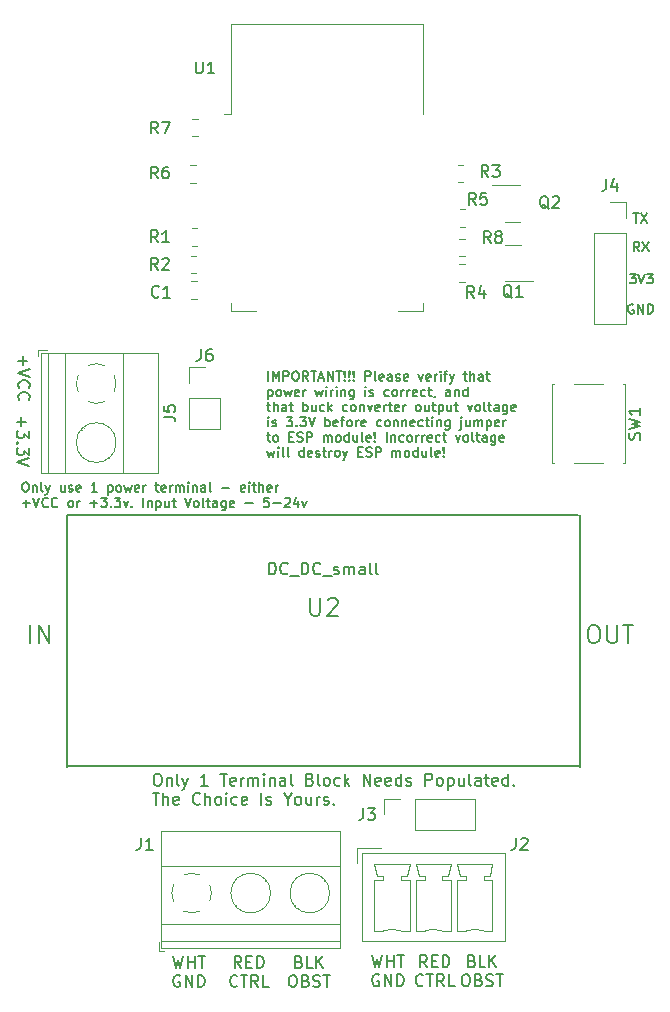
<source format=gto>
%TF.GenerationSoftware,KiCad,Pcbnew,7.0.7*%
%TF.CreationDate,2023-11-08T05:52:15-07:00*%
%TF.ProjectId,RatGDO-OpenSource-Bare-ESP8266,52617447-444f-42d4-9f70-656e536f7572,rev?*%
%TF.SameCoordinates,Original*%
%TF.FileFunction,Legend,Top*%
%TF.FilePolarity,Positive*%
%FSLAX46Y46*%
G04 Gerber Fmt 4.6, Leading zero omitted, Abs format (unit mm)*
G04 Created by KiCad (PCBNEW 7.0.7) date 2023-11-08 05:52:15*
%MOMM*%
%LPD*%
G01*
G04 APERTURE LIST*
%ADD10C,0.150000*%
%ADD11C,0.120000*%
G04 APERTURE END LIST*
D10*
X166785821Y-78390167D02*
X167281059Y-78390167D01*
X167281059Y-78390167D02*
X167014393Y-78694929D01*
X167014393Y-78694929D02*
X167128678Y-78694929D01*
X167128678Y-78694929D02*
X167204869Y-78733024D01*
X167204869Y-78733024D02*
X167242964Y-78771119D01*
X167242964Y-78771119D02*
X167281059Y-78847310D01*
X167281059Y-78847310D02*
X167281059Y-79037786D01*
X167281059Y-79037786D02*
X167242964Y-79113976D01*
X167242964Y-79113976D02*
X167204869Y-79152072D01*
X167204869Y-79152072D02*
X167128678Y-79190167D01*
X167128678Y-79190167D02*
X166900107Y-79190167D01*
X166900107Y-79190167D02*
X166823916Y-79152072D01*
X166823916Y-79152072D02*
X166785821Y-79113976D01*
X167509631Y-78390167D02*
X167776298Y-79190167D01*
X167776298Y-79190167D02*
X168042964Y-78390167D01*
X168233440Y-78390167D02*
X168728678Y-78390167D01*
X168728678Y-78390167D02*
X168462012Y-78694929D01*
X168462012Y-78694929D02*
X168576297Y-78694929D01*
X168576297Y-78694929D02*
X168652488Y-78733024D01*
X168652488Y-78733024D02*
X168690583Y-78771119D01*
X168690583Y-78771119D02*
X168728678Y-78847310D01*
X168728678Y-78847310D02*
X168728678Y-79037786D01*
X168728678Y-79037786D02*
X168690583Y-79113976D01*
X168690583Y-79113976D02*
X168652488Y-79152072D01*
X168652488Y-79152072D02*
X168576297Y-79190167D01*
X168576297Y-79190167D02*
X168347726Y-79190167D01*
X168347726Y-79190167D02*
X168271535Y-79152072D01*
X168271535Y-79152072D02*
X168233440Y-79113976D01*
X167098472Y-80984483D02*
X167022282Y-80946388D01*
X167022282Y-80946388D02*
X166907996Y-80946388D01*
X166907996Y-80946388D02*
X166793710Y-80984483D01*
X166793710Y-80984483D02*
X166717520Y-81060673D01*
X166717520Y-81060673D02*
X166679425Y-81136864D01*
X166679425Y-81136864D02*
X166641329Y-81289245D01*
X166641329Y-81289245D02*
X166641329Y-81403531D01*
X166641329Y-81403531D02*
X166679425Y-81555912D01*
X166679425Y-81555912D02*
X166717520Y-81632102D01*
X166717520Y-81632102D02*
X166793710Y-81708293D01*
X166793710Y-81708293D02*
X166907996Y-81746388D01*
X166907996Y-81746388D02*
X166984187Y-81746388D01*
X166984187Y-81746388D02*
X167098472Y-81708293D01*
X167098472Y-81708293D02*
X167136568Y-81670197D01*
X167136568Y-81670197D02*
X167136568Y-81403531D01*
X167136568Y-81403531D02*
X166984187Y-81403531D01*
X167479425Y-81746388D02*
X167479425Y-80946388D01*
X167479425Y-80946388D02*
X167936568Y-81746388D01*
X167936568Y-81746388D02*
X167936568Y-80946388D01*
X168317520Y-81746388D02*
X168317520Y-80946388D01*
X168317520Y-80946388D02*
X168507996Y-80946388D01*
X168507996Y-80946388D02*
X168622282Y-80984483D01*
X168622282Y-80984483D02*
X168698472Y-81060673D01*
X168698472Y-81060673D02*
X168736567Y-81136864D01*
X168736567Y-81136864D02*
X168774663Y-81289245D01*
X168774663Y-81289245D02*
X168774663Y-81403531D01*
X168774663Y-81403531D02*
X168736567Y-81555912D01*
X168736567Y-81555912D02*
X168698472Y-81632102D01*
X168698472Y-81632102D02*
X168622282Y-81708293D01*
X168622282Y-81708293D02*
X168507996Y-81746388D01*
X168507996Y-81746388D02*
X168317520Y-81746388D01*
X167582893Y-76491933D02*
X167316226Y-76110980D01*
X167125750Y-76491933D02*
X167125750Y-75691933D01*
X167125750Y-75691933D02*
X167430512Y-75691933D01*
X167430512Y-75691933D02*
X167506702Y-75730028D01*
X167506702Y-75730028D02*
X167544797Y-75768123D01*
X167544797Y-75768123D02*
X167582893Y-75844314D01*
X167582893Y-75844314D02*
X167582893Y-75958599D01*
X167582893Y-75958599D02*
X167544797Y-76034790D01*
X167544797Y-76034790D02*
X167506702Y-76072885D01*
X167506702Y-76072885D02*
X167430512Y-76110980D01*
X167430512Y-76110980D02*
X167125750Y-76110980D01*
X167849559Y-75691933D02*
X168382893Y-76491933D01*
X168382893Y-75691933D02*
X167849559Y-76491933D01*
X167092613Y-73257437D02*
X167549756Y-73257437D01*
X167321184Y-74057437D02*
X167321184Y-73257437D01*
X167740232Y-73257437D02*
X168273566Y-74057437D01*
X168273566Y-73257437D02*
X167740232Y-74057437D01*
X153432253Y-136560210D02*
X153575110Y-136607829D01*
X153575110Y-136607829D02*
X153622729Y-136655448D01*
X153622729Y-136655448D02*
X153670348Y-136750686D01*
X153670348Y-136750686D02*
X153670348Y-136893543D01*
X153670348Y-136893543D02*
X153622729Y-136988781D01*
X153622729Y-136988781D02*
X153575110Y-137036401D01*
X153575110Y-137036401D02*
X153479872Y-137084020D01*
X153479872Y-137084020D02*
X153098920Y-137084020D01*
X153098920Y-137084020D02*
X153098920Y-136084020D01*
X153098920Y-136084020D02*
X153432253Y-136084020D01*
X153432253Y-136084020D02*
X153527491Y-136131639D01*
X153527491Y-136131639D02*
X153575110Y-136179258D01*
X153575110Y-136179258D02*
X153622729Y-136274496D01*
X153622729Y-136274496D02*
X153622729Y-136369734D01*
X153622729Y-136369734D02*
X153575110Y-136464972D01*
X153575110Y-136464972D02*
X153527491Y-136512591D01*
X153527491Y-136512591D02*
X153432253Y-136560210D01*
X153432253Y-136560210D02*
X153098920Y-136560210D01*
X154575110Y-137084020D02*
X154098920Y-137084020D01*
X154098920Y-137084020D02*
X154098920Y-136084020D01*
X154908444Y-137084020D02*
X154908444Y-136084020D01*
X155479872Y-137084020D02*
X155051301Y-136512591D01*
X155479872Y-136084020D02*
X154908444Y-136655448D01*
X152813206Y-137694020D02*
X153003682Y-137694020D01*
X153003682Y-137694020D02*
X153098920Y-137741639D01*
X153098920Y-137741639D02*
X153194158Y-137836877D01*
X153194158Y-137836877D02*
X153241777Y-138027353D01*
X153241777Y-138027353D02*
X153241777Y-138360686D01*
X153241777Y-138360686D02*
X153194158Y-138551162D01*
X153194158Y-138551162D02*
X153098920Y-138646401D01*
X153098920Y-138646401D02*
X153003682Y-138694020D01*
X153003682Y-138694020D02*
X152813206Y-138694020D01*
X152813206Y-138694020D02*
X152717968Y-138646401D01*
X152717968Y-138646401D02*
X152622730Y-138551162D01*
X152622730Y-138551162D02*
X152575111Y-138360686D01*
X152575111Y-138360686D02*
X152575111Y-138027353D01*
X152575111Y-138027353D02*
X152622730Y-137836877D01*
X152622730Y-137836877D02*
X152717968Y-137741639D01*
X152717968Y-137741639D02*
X152813206Y-137694020D01*
X154003682Y-138170210D02*
X154146539Y-138217829D01*
X154146539Y-138217829D02*
X154194158Y-138265448D01*
X154194158Y-138265448D02*
X154241777Y-138360686D01*
X154241777Y-138360686D02*
X154241777Y-138503543D01*
X154241777Y-138503543D02*
X154194158Y-138598781D01*
X154194158Y-138598781D02*
X154146539Y-138646401D01*
X154146539Y-138646401D02*
X154051301Y-138694020D01*
X154051301Y-138694020D02*
X153670349Y-138694020D01*
X153670349Y-138694020D02*
X153670349Y-137694020D01*
X153670349Y-137694020D02*
X154003682Y-137694020D01*
X154003682Y-137694020D02*
X154098920Y-137741639D01*
X154098920Y-137741639D02*
X154146539Y-137789258D01*
X154146539Y-137789258D02*
X154194158Y-137884496D01*
X154194158Y-137884496D02*
X154194158Y-137979734D01*
X154194158Y-137979734D02*
X154146539Y-138074972D01*
X154146539Y-138074972D02*
X154098920Y-138122591D01*
X154098920Y-138122591D02*
X154003682Y-138170210D01*
X154003682Y-138170210D02*
X153670349Y-138170210D01*
X154622730Y-138646401D02*
X154765587Y-138694020D01*
X154765587Y-138694020D02*
X155003682Y-138694020D01*
X155003682Y-138694020D02*
X155098920Y-138646401D01*
X155098920Y-138646401D02*
X155146539Y-138598781D01*
X155146539Y-138598781D02*
X155194158Y-138503543D01*
X155194158Y-138503543D02*
X155194158Y-138408305D01*
X155194158Y-138408305D02*
X155146539Y-138313067D01*
X155146539Y-138313067D02*
X155098920Y-138265448D01*
X155098920Y-138265448D02*
X155003682Y-138217829D01*
X155003682Y-138217829D02*
X154813206Y-138170210D01*
X154813206Y-138170210D02*
X154717968Y-138122591D01*
X154717968Y-138122591D02*
X154670349Y-138074972D01*
X154670349Y-138074972D02*
X154622730Y-137979734D01*
X154622730Y-137979734D02*
X154622730Y-137884496D01*
X154622730Y-137884496D02*
X154670349Y-137789258D01*
X154670349Y-137789258D02*
X154717968Y-137741639D01*
X154717968Y-137741639D02*
X154813206Y-137694020D01*
X154813206Y-137694020D02*
X155051301Y-137694020D01*
X155051301Y-137694020D02*
X155194158Y-137741639D01*
X155479873Y-137694020D02*
X156051301Y-137694020D01*
X155765587Y-138694020D02*
X155765587Y-137694020D01*
X133903245Y-137154655D02*
X133569912Y-136678464D01*
X133331817Y-137154655D02*
X133331817Y-136154655D01*
X133331817Y-136154655D02*
X133712769Y-136154655D01*
X133712769Y-136154655D02*
X133808007Y-136202274D01*
X133808007Y-136202274D02*
X133855626Y-136249893D01*
X133855626Y-136249893D02*
X133903245Y-136345131D01*
X133903245Y-136345131D02*
X133903245Y-136487988D01*
X133903245Y-136487988D02*
X133855626Y-136583226D01*
X133855626Y-136583226D02*
X133808007Y-136630845D01*
X133808007Y-136630845D02*
X133712769Y-136678464D01*
X133712769Y-136678464D02*
X133331817Y-136678464D01*
X134331817Y-136630845D02*
X134665150Y-136630845D01*
X134808007Y-137154655D02*
X134331817Y-137154655D01*
X134331817Y-137154655D02*
X134331817Y-136154655D01*
X134331817Y-136154655D02*
X134808007Y-136154655D01*
X135236579Y-137154655D02*
X135236579Y-136154655D01*
X135236579Y-136154655D02*
X135474674Y-136154655D01*
X135474674Y-136154655D02*
X135617531Y-136202274D01*
X135617531Y-136202274D02*
X135712769Y-136297512D01*
X135712769Y-136297512D02*
X135760388Y-136392750D01*
X135760388Y-136392750D02*
X135808007Y-136583226D01*
X135808007Y-136583226D02*
X135808007Y-136726083D01*
X135808007Y-136726083D02*
X135760388Y-136916559D01*
X135760388Y-136916559D02*
X135712769Y-137011797D01*
X135712769Y-137011797D02*
X135617531Y-137107036D01*
X135617531Y-137107036D02*
X135474674Y-137154655D01*
X135474674Y-137154655D02*
X135236579Y-137154655D01*
X133569912Y-138669416D02*
X133522293Y-138717036D01*
X133522293Y-138717036D02*
X133379436Y-138764655D01*
X133379436Y-138764655D02*
X133284198Y-138764655D01*
X133284198Y-138764655D02*
X133141341Y-138717036D01*
X133141341Y-138717036D02*
X133046103Y-138621797D01*
X133046103Y-138621797D02*
X132998484Y-138526559D01*
X132998484Y-138526559D02*
X132950865Y-138336083D01*
X132950865Y-138336083D02*
X132950865Y-138193226D01*
X132950865Y-138193226D02*
X132998484Y-138002750D01*
X132998484Y-138002750D02*
X133046103Y-137907512D01*
X133046103Y-137907512D02*
X133141341Y-137812274D01*
X133141341Y-137812274D02*
X133284198Y-137764655D01*
X133284198Y-137764655D02*
X133379436Y-137764655D01*
X133379436Y-137764655D02*
X133522293Y-137812274D01*
X133522293Y-137812274D02*
X133569912Y-137859893D01*
X133855627Y-137764655D02*
X134427055Y-137764655D01*
X134141341Y-138764655D02*
X134141341Y-137764655D01*
X135331817Y-138764655D02*
X134998484Y-138288464D01*
X134760389Y-138764655D02*
X134760389Y-137764655D01*
X134760389Y-137764655D02*
X135141341Y-137764655D01*
X135141341Y-137764655D02*
X135236579Y-137812274D01*
X135236579Y-137812274D02*
X135284198Y-137859893D01*
X135284198Y-137859893D02*
X135331817Y-137955131D01*
X135331817Y-137955131D02*
X135331817Y-138097988D01*
X135331817Y-138097988D02*
X135284198Y-138193226D01*
X135284198Y-138193226D02*
X135236579Y-138240845D01*
X135236579Y-138240845D02*
X135141341Y-138288464D01*
X135141341Y-138288464D02*
X134760389Y-138288464D01*
X136236579Y-138764655D02*
X135760389Y-138764655D01*
X135760389Y-138764655D02*
X135760389Y-137764655D01*
X149624538Y-137084020D02*
X149291205Y-136607829D01*
X149053110Y-137084020D02*
X149053110Y-136084020D01*
X149053110Y-136084020D02*
X149434062Y-136084020D01*
X149434062Y-136084020D02*
X149529300Y-136131639D01*
X149529300Y-136131639D02*
X149576919Y-136179258D01*
X149576919Y-136179258D02*
X149624538Y-136274496D01*
X149624538Y-136274496D02*
X149624538Y-136417353D01*
X149624538Y-136417353D02*
X149576919Y-136512591D01*
X149576919Y-136512591D02*
X149529300Y-136560210D01*
X149529300Y-136560210D02*
X149434062Y-136607829D01*
X149434062Y-136607829D02*
X149053110Y-136607829D01*
X150053110Y-136560210D02*
X150386443Y-136560210D01*
X150529300Y-137084020D02*
X150053110Y-137084020D01*
X150053110Y-137084020D02*
X150053110Y-136084020D01*
X150053110Y-136084020D02*
X150529300Y-136084020D01*
X150957872Y-137084020D02*
X150957872Y-136084020D01*
X150957872Y-136084020D02*
X151195967Y-136084020D01*
X151195967Y-136084020D02*
X151338824Y-136131639D01*
X151338824Y-136131639D02*
X151434062Y-136226877D01*
X151434062Y-136226877D02*
X151481681Y-136322115D01*
X151481681Y-136322115D02*
X151529300Y-136512591D01*
X151529300Y-136512591D02*
X151529300Y-136655448D01*
X151529300Y-136655448D02*
X151481681Y-136845924D01*
X151481681Y-136845924D02*
X151434062Y-136941162D01*
X151434062Y-136941162D02*
X151338824Y-137036401D01*
X151338824Y-137036401D02*
X151195967Y-137084020D01*
X151195967Y-137084020D02*
X150957872Y-137084020D01*
X149291205Y-138598781D02*
X149243586Y-138646401D01*
X149243586Y-138646401D02*
X149100729Y-138694020D01*
X149100729Y-138694020D02*
X149005491Y-138694020D01*
X149005491Y-138694020D02*
X148862634Y-138646401D01*
X148862634Y-138646401D02*
X148767396Y-138551162D01*
X148767396Y-138551162D02*
X148719777Y-138455924D01*
X148719777Y-138455924D02*
X148672158Y-138265448D01*
X148672158Y-138265448D02*
X148672158Y-138122591D01*
X148672158Y-138122591D02*
X148719777Y-137932115D01*
X148719777Y-137932115D02*
X148767396Y-137836877D01*
X148767396Y-137836877D02*
X148862634Y-137741639D01*
X148862634Y-137741639D02*
X149005491Y-137694020D01*
X149005491Y-137694020D02*
X149100729Y-137694020D01*
X149100729Y-137694020D02*
X149243586Y-137741639D01*
X149243586Y-137741639D02*
X149291205Y-137789258D01*
X149576920Y-137694020D02*
X150148348Y-137694020D01*
X149862634Y-138694020D02*
X149862634Y-137694020D01*
X151053110Y-138694020D02*
X150719777Y-138217829D01*
X150481682Y-138694020D02*
X150481682Y-137694020D01*
X150481682Y-137694020D02*
X150862634Y-137694020D01*
X150862634Y-137694020D02*
X150957872Y-137741639D01*
X150957872Y-137741639D02*
X151005491Y-137789258D01*
X151005491Y-137789258D02*
X151053110Y-137884496D01*
X151053110Y-137884496D02*
X151053110Y-138027353D01*
X151053110Y-138027353D02*
X151005491Y-138122591D01*
X151005491Y-138122591D02*
X150957872Y-138170210D01*
X150957872Y-138170210D02*
X150862634Y-138217829D01*
X150862634Y-138217829D02*
X150481682Y-138217829D01*
X151957872Y-138694020D02*
X151481682Y-138694020D01*
X151481682Y-138694020D02*
X151481682Y-137694020D01*
X128132770Y-136154655D02*
X128370865Y-137154655D01*
X128370865Y-137154655D02*
X128561341Y-136440369D01*
X128561341Y-136440369D02*
X128751817Y-137154655D01*
X128751817Y-137154655D02*
X128989913Y-136154655D01*
X129370865Y-137154655D02*
X129370865Y-136154655D01*
X129370865Y-136630845D02*
X129942293Y-136630845D01*
X129942293Y-137154655D02*
X129942293Y-136154655D01*
X130275627Y-136154655D02*
X130847055Y-136154655D01*
X130561341Y-137154655D02*
X130561341Y-136154655D01*
X128704198Y-137812274D02*
X128608960Y-137764655D01*
X128608960Y-137764655D02*
X128466103Y-137764655D01*
X128466103Y-137764655D02*
X128323246Y-137812274D01*
X128323246Y-137812274D02*
X128228008Y-137907512D01*
X128228008Y-137907512D02*
X128180389Y-138002750D01*
X128180389Y-138002750D02*
X128132770Y-138193226D01*
X128132770Y-138193226D02*
X128132770Y-138336083D01*
X128132770Y-138336083D02*
X128180389Y-138526559D01*
X128180389Y-138526559D02*
X128228008Y-138621797D01*
X128228008Y-138621797D02*
X128323246Y-138717036D01*
X128323246Y-138717036D02*
X128466103Y-138764655D01*
X128466103Y-138764655D02*
X128561341Y-138764655D01*
X128561341Y-138764655D02*
X128704198Y-138717036D01*
X128704198Y-138717036D02*
X128751817Y-138669416D01*
X128751817Y-138669416D02*
X128751817Y-138336083D01*
X128751817Y-138336083D02*
X128561341Y-138336083D01*
X129180389Y-138764655D02*
X129180389Y-137764655D01*
X129180389Y-137764655D02*
X129751817Y-138764655D01*
X129751817Y-138764655D02*
X129751817Y-137764655D01*
X130228008Y-138764655D02*
X130228008Y-137764655D01*
X130228008Y-137764655D02*
X130466103Y-137764655D01*
X130466103Y-137764655D02*
X130608960Y-137812274D01*
X130608960Y-137812274D02*
X130704198Y-137907512D01*
X130704198Y-137907512D02*
X130751817Y-138002750D01*
X130751817Y-138002750D02*
X130799436Y-138193226D01*
X130799436Y-138193226D02*
X130799436Y-138336083D01*
X130799436Y-138336083D02*
X130751817Y-138526559D01*
X130751817Y-138526559D02*
X130704198Y-138621797D01*
X130704198Y-138621797D02*
X130608960Y-138717036D01*
X130608960Y-138717036D02*
X130466103Y-138764655D01*
X130466103Y-138764655D02*
X130228008Y-138764655D01*
X115280576Y-90518475D02*
X115280576Y-91280380D01*
X114899623Y-90899427D02*
X115661528Y-90899427D01*
X115899623Y-91661332D02*
X115899623Y-92280379D01*
X115899623Y-92280379D02*
X115518671Y-91947046D01*
X115518671Y-91947046D02*
X115518671Y-92089903D01*
X115518671Y-92089903D02*
X115471052Y-92185141D01*
X115471052Y-92185141D02*
X115423433Y-92232760D01*
X115423433Y-92232760D02*
X115328195Y-92280379D01*
X115328195Y-92280379D02*
X115090100Y-92280379D01*
X115090100Y-92280379D02*
X114994862Y-92232760D01*
X114994862Y-92232760D02*
X114947243Y-92185141D01*
X114947243Y-92185141D02*
X114899623Y-92089903D01*
X114899623Y-92089903D02*
X114899623Y-91804189D01*
X114899623Y-91804189D02*
X114947243Y-91708951D01*
X114947243Y-91708951D02*
X114994862Y-91661332D01*
X114994862Y-92708951D02*
X114947243Y-92756570D01*
X114947243Y-92756570D02*
X114899623Y-92708951D01*
X114899623Y-92708951D02*
X114947243Y-92661332D01*
X114947243Y-92661332D02*
X114994862Y-92708951D01*
X114994862Y-92708951D02*
X114899623Y-92708951D01*
X115899623Y-93089903D02*
X115899623Y-93708950D01*
X115899623Y-93708950D02*
X115518671Y-93375617D01*
X115518671Y-93375617D02*
X115518671Y-93518474D01*
X115518671Y-93518474D02*
X115471052Y-93613712D01*
X115471052Y-93613712D02*
X115423433Y-93661331D01*
X115423433Y-93661331D02*
X115328195Y-93708950D01*
X115328195Y-93708950D02*
X115090100Y-93708950D01*
X115090100Y-93708950D02*
X114994862Y-93661331D01*
X114994862Y-93661331D02*
X114947243Y-93613712D01*
X114947243Y-93613712D02*
X114899623Y-93518474D01*
X114899623Y-93518474D02*
X114899623Y-93232760D01*
X114899623Y-93232760D02*
X114947243Y-93137522D01*
X114947243Y-93137522D02*
X114994862Y-93089903D01*
X115899623Y-93994665D02*
X114899623Y-94327998D01*
X114899623Y-94327998D02*
X115899623Y-94661331D01*
X115553630Y-96032835D02*
X115706011Y-96032835D01*
X115706011Y-96032835D02*
X115782201Y-96070930D01*
X115782201Y-96070930D02*
X115858392Y-96147120D01*
X115858392Y-96147120D02*
X115896487Y-96299501D01*
X115896487Y-96299501D02*
X115896487Y-96566168D01*
X115896487Y-96566168D02*
X115858392Y-96718549D01*
X115858392Y-96718549D02*
X115782201Y-96794740D01*
X115782201Y-96794740D02*
X115706011Y-96832835D01*
X115706011Y-96832835D02*
X115553630Y-96832835D01*
X115553630Y-96832835D02*
X115477439Y-96794740D01*
X115477439Y-96794740D02*
X115401249Y-96718549D01*
X115401249Y-96718549D02*
X115363153Y-96566168D01*
X115363153Y-96566168D02*
X115363153Y-96299501D01*
X115363153Y-96299501D02*
X115401249Y-96147120D01*
X115401249Y-96147120D02*
X115477439Y-96070930D01*
X115477439Y-96070930D02*
X115553630Y-96032835D01*
X116239344Y-96299501D02*
X116239344Y-96832835D01*
X116239344Y-96375692D02*
X116277439Y-96337597D01*
X116277439Y-96337597D02*
X116353629Y-96299501D01*
X116353629Y-96299501D02*
X116467915Y-96299501D01*
X116467915Y-96299501D02*
X116544106Y-96337597D01*
X116544106Y-96337597D02*
X116582201Y-96413787D01*
X116582201Y-96413787D02*
X116582201Y-96832835D01*
X117077439Y-96832835D02*
X117001249Y-96794740D01*
X117001249Y-96794740D02*
X116963154Y-96718549D01*
X116963154Y-96718549D02*
X116963154Y-96032835D01*
X117306011Y-96299501D02*
X117496487Y-96832835D01*
X117686964Y-96299501D02*
X117496487Y-96832835D01*
X117496487Y-96832835D02*
X117420297Y-97023311D01*
X117420297Y-97023311D02*
X117382202Y-97061406D01*
X117382202Y-97061406D02*
X117306011Y-97099501D01*
X118944107Y-96299501D02*
X118944107Y-96832835D01*
X118601250Y-96299501D02*
X118601250Y-96718549D01*
X118601250Y-96718549D02*
X118639345Y-96794740D01*
X118639345Y-96794740D02*
X118715535Y-96832835D01*
X118715535Y-96832835D02*
X118829821Y-96832835D01*
X118829821Y-96832835D02*
X118906012Y-96794740D01*
X118906012Y-96794740D02*
X118944107Y-96756644D01*
X119286964Y-96794740D02*
X119363155Y-96832835D01*
X119363155Y-96832835D02*
X119515536Y-96832835D01*
X119515536Y-96832835D02*
X119591726Y-96794740D01*
X119591726Y-96794740D02*
X119629822Y-96718549D01*
X119629822Y-96718549D02*
X119629822Y-96680454D01*
X119629822Y-96680454D02*
X119591726Y-96604263D01*
X119591726Y-96604263D02*
X119515536Y-96566168D01*
X119515536Y-96566168D02*
X119401250Y-96566168D01*
X119401250Y-96566168D02*
X119325060Y-96528073D01*
X119325060Y-96528073D02*
X119286964Y-96451882D01*
X119286964Y-96451882D02*
X119286964Y-96413787D01*
X119286964Y-96413787D02*
X119325060Y-96337597D01*
X119325060Y-96337597D02*
X119401250Y-96299501D01*
X119401250Y-96299501D02*
X119515536Y-96299501D01*
X119515536Y-96299501D02*
X119591726Y-96337597D01*
X120277441Y-96794740D02*
X120201250Y-96832835D01*
X120201250Y-96832835D02*
X120048869Y-96832835D01*
X120048869Y-96832835D02*
X119972679Y-96794740D01*
X119972679Y-96794740D02*
X119934583Y-96718549D01*
X119934583Y-96718549D02*
X119934583Y-96413787D01*
X119934583Y-96413787D02*
X119972679Y-96337597D01*
X119972679Y-96337597D02*
X120048869Y-96299501D01*
X120048869Y-96299501D02*
X120201250Y-96299501D01*
X120201250Y-96299501D02*
X120277441Y-96337597D01*
X120277441Y-96337597D02*
X120315536Y-96413787D01*
X120315536Y-96413787D02*
X120315536Y-96489978D01*
X120315536Y-96489978D02*
X119934583Y-96566168D01*
X121686964Y-96832835D02*
X121229821Y-96832835D01*
X121458393Y-96832835D02*
X121458393Y-96032835D01*
X121458393Y-96032835D02*
X121382202Y-96147120D01*
X121382202Y-96147120D02*
X121306012Y-96223311D01*
X121306012Y-96223311D02*
X121229821Y-96261406D01*
X122639346Y-96299501D02*
X122639346Y-97099501D01*
X122639346Y-96337597D02*
X122715536Y-96299501D01*
X122715536Y-96299501D02*
X122867917Y-96299501D01*
X122867917Y-96299501D02*
X122944108Y-96337597D01*
X122944108Y-96337597D02*
X122982203Y-96375692D01*
X122982203Y-96375692D02*
X123020298Y-96451882D01*
X123020298Y-96451882D02*
X123020298Y-96680454D01*
X123020298Y-96680454D02*
X122982203Y-96756644D01*
X122982203Y-96756644D02*
X122944108Y-96794740D01*
X122944108Y-96794740D02*
X122867917Y-96832835D01*
X122867917Y-96832835D02*
X122715536Y-96832835D01*
X122715536Y-96832835D02*
X122639346Y-96794740D01*
X123477441Y-96832835D02*
X123401251Y-96794740D01*
X123401251Y-96794740D02*
X123363156Y-96756644D01*
X123363156Y-96756644D02*
X123325060Y-96680454D01*
X123325060Y-96680454D02*
X123325060Y-96451882D01*
X123325060Y-96451882D02*
X123363156Y-96375692D01*
X123363156Y-96375692D02*
X123401251Y-96337597D01*
X123401251Y-96337597D02*
X123477441Y-96299501D01*
X123477441Y-96299501D02*
X123591727Y-96299501D01*
X123591727Y-96299501D02*
X123667918Y-96337597D01*
X123667918Y-96337597D02*
X123706013Y-96375692D01*
X123706013Y-96375692D02*
X123744108Y-96451882D01*
X123744108Y-96451882D02*
X123744108Y-96680454D01*
X123744108Y-96680454D02*
X123706013Y-96756644D01*
X123706013Y-96756644D02*
X123667918Y-96794740D01*
X123667918Y-96794740D02*
X123591727Y-96832835D01*
X123591727Y-96832835D02*
X123477441Y-96832835D01*
X124010775Y-96299501D02*
X124163156Y-96832835D01*
X124163156Y-96832835D02*
X124315537Y-96451882D01*
X124315537Y-96451882D02*
X124467918Y-96832835D01*
X124467918Y-96832835D02*
X124620299Y-96299501D01*
X125229823Y-96794740D02*
X125153632Y-96832835D01*
X125153632Y-96832835D02*
X125001251Y-96832835D01*
X125001251Y-96832835D02*
X124925061Y-96794740D01*
X124925061Y-96794740D02*
X124886965Y-96718549D01*
X124886965Y-96718549D02*
X124886965Y-96413787D01*
X124886965Y-96413787D02*
X124925061Y-96337597D01*
X124925061Y-96337597D02*
X125001251Y-96299501D01*
X125001251Y-96299501D02*
X125153632Y-96299501D01*
X125153632Y-96299501D02*
X125229823Y-96337597D01*
X125229823Y-96337597D02*
X125267918Y-96413787D01*
X125267918Y-96413787D02*
X125267918Y-96489978D01*
X125267918Y-96489978D02*
X124886965Y-96566168D01*
X125610775Y-96832835D02*
X125610775Y-96299501D01*
X125610775Y-96451882D02*
X125648870Y-96375692D01*
X125648870Y-96375692D02*
X125686965Y-96337597D01*
X125686965Y-96337597D02*
X125763156Y-96299501D01*
X125763156Y-96299501D02*
X125839346Y-96299501D01*
X126601251Y-96299501D02*
X126906013Y-96299501D01*
X126715537Y-96032835D02*
X126715537Y-96718549D01*
X126715537Y-96718549D02*
X126753632Y-96794740D01*
X126753632Y-96794740D02*
X126829822Y-96832835D01*
X126829822Y-96832835D02*
X126906013Y-96832835D01*
X127477442Y-96794740D02*
X127401251Y-96832835D01*
X127401251Y-96832835D02*
X127248870Y-96832835D01*
X127248870Y-96832835D02*
X127172680Y-96794740D01*
X127172680Y-96794740D02*
X127134584Y-96718549D01*
X127134584Y-96718549D02*
X127134584Y-96413787D01*
X127134584Y-96413787D02*
X127172680Y-96337597D01*
X127172680Y-96337597D02*
X127248870Y-96299501D01*
X127248870Y-96299501D02*
X127401251Y-96299501D01*
X127401251Y-96299501D02*
X127477442Y-96337597D01*
X127477442Y-96337597D02*
X127515537Y-96413787D01*
X127515537Y-96413787D02*
X127515537Y-96489978D01*
X127515537Y-96489978D02*
X127134584Y-96566168D01*
X127858394Y-96832835D02*
X127858394Y-96299501D01*
X127858394Y-96451882D02*
X127896489Y-96375692D01*
X127896489Y-96375692D02*
X127934584Y-96337597D01*
X127934584Y-96337597D02*
X128010775Y-96299501D01*
X128010775Y-96299501D02*
X128086965Y-96299501D01*
X128353632Y-96832835D02*
X128353632Y-96299501D01*
X128353632Y-96375692D02*
X128391727Y-96337597D01*
X128391727Y-96337597D02*
X128467917Y-96299501D01*
X128467917Y-96299501D02*
X128582203Y-96299501D01*
X128582203Y-96299501D02*
X128658394Y-96337597D01*
X128658394Y-96337597D02*
X128696489Y-96413787D01*
X128696489Y-96413787D02*
X128696489Y-96832835D01*
X128696489Y-96413787D02*
X128734584Y-96337597D01*
X128734584Y-96337597D02*
X128810775Y-96299501D01*
X128810775Y-96299501D02*
X128925060Y-96299501D01*
X128925060Y-96299501D02*
X129001251Y-96337597D01*
X129001251Y-96337597D02*
X129039346Y-96413787D01*
X129039346Y-96413787D02*
X129039346Y-96832835D01*
X129420299Y-96832835D02*
X129420299Y-96299501D01*
X129420299Y-96032835D02*
X129382203Y-96070930D01*
X129382203Y-96070930D02*
X129420299Y-96109025D01*
X129420299Y-96109025D02*
X129458394Y-96070930D01*
X129458394Y-96070930D02*
X129420299Y-96032835D01*
X129420299Y-96032835D02*
X129420299Y-96109025D01*
X129801251Y-96299501D02*
X129801251Y-96832835D01*
X129801251Y-96375692D02*
X129839346Y-96337597D01*
X129839346Y-96337597D02*
X129915536Y-96299501D01*
X129915536Y-96299501D02*
X130029822Y-96299501D01*
X130029822Y-96299501D02*
X130106013Y-96337597D01*
X130106013Y-96337597D02*
X130144108Y-96413787D01*
X130144108Y-96413787D02*
X130144108Y-96832835D01*
X130867918Y-96832835D02*
X130867918Y-96413787D01*
X130867918Y-96413787D02*
X130829823Y-96337597D01*
X130829823Y-96337597D02*
X130753632Y-96299501D01*
X130753632Y-96299501D02*
X130601251Y-96299501D01*
X130601251Y-96299501D02*
X130525061Y-96337597D01*
X130867918Y-96794740D02*
X130791727Y-96832835D01*
X130791727Y-96832835D02*
X130601251Y-96832835D01*
X130601251Y-96832835D02*
X130525061Y-96794740D01*
X130525061Y-96794740D02*
X130486965Y-96718549D01*
X130486965Y-96718549D02*
X130486965Y-96642359D01*
X130486965Y-96642359D02*
X130525061Y-96566168D01*
X130525061Y-96566168D02*
X130601251Y-96528073D01*
X130601251Y-96528073D02*
X130791727Y-96528073D01*
X130791727Y-96528073D02*
X130867918Y-96489978D01*
X131363156Y-96832835D02*
X131286966Y-96794740D01*
X131286966Y-96794740D02*
X131248871Y-96718549D01*
X131248871Y-96718549D02*
X131248871Y-96032835D01*
X132277443Y-96528073D02*
X132886967Y-96528073D01*
X134182205Y-96794740D02*
X134106014Y-96832835D01*
X134106014Y-96832835D02*
X133953633Y-96832835D01*
X133953633Y-96832835D02*
X133877443Y-96794740D01*
X133877443Y-96794740D02*
X133839347Y-96718549D01*
X133839347Y-96718549D02*
X133839347Y-96413787D01*
X133839347Y-96413787D02*
X133877443Y-96337597D01*
X133877443Y-96337597D02*
X133953633Y-96299501D01*
X133953633Y-96299501D02*
X134106014Y-96299501D01*
X134106014Y-96299501D02*
X134182205Y-96337597D01*
X134182205Y-96337597D02*
X134220300Y-96413787D01*
X134220300Y-96413787D02*
X134220300Y-96489978D01*
X134220300Y-96489978D02*
X133839347Y-96566168D01*
X134563157Y-96832835D02*
X134563157Y-96299501D01*
X134563157Y-96032835D02*
X134525061Y-96070930D01*
X134525061Y-96070930D02*
X134563157Y-96109025D01*
X134563157Y-96109025D02*
X134601252Y-96070930D01*
X134601252Y-96070930D02*
X134563157Y-96032835D01*
X134563157Y-96032835D02*
X134563157Y-96109025D01*
X134829823Y-96299501D02*
X135134585Y-96299501D01*
X134944109Y-96032835D02*
X134944109Y-96718549D01*
X134944109Y-96718549D02*
X134982204Y-96794740D01*
X134982204Y-96794740D02*
X135058394Y-96832835D01*
X135058394Y-96832835D02*
X135134585Y-96832835D01*
X135401252Y-96832835D02*
X135401252Y-96032835D01*
X135744109Y-96832835D02*
X135744109Y-96413787D01*
X135744109Y-96413787D02*
X135706014Y-96337597D01*
X135706014Y-96337597D02*
X135629823Y-96299501D01*
X135629823Y-96299501D02*
X135515537Y-96299501D01*
X135515537Y-96299501D02*
X135439347Y-96337597D01*
X135439347Y-96337597D02*
X135401252Y-96375692D01*
X136429824Y-96794740D02*
X136353633Y-96832835D01*
X136353633Y-96832835D02*
X136201252Y-96832835D01*
X136201252Y-96832835D02*
X136125062Y-96794740D01*
X136125062Y-96794740D02*
X136086966Y-96718549D01*
X136086966Y-96718549D02*
X136086966Y-96413787D01*
X136086966Y-96413787D02*
X136125062Y-96337597D01*
X136125062Y-96337597D02*
X136201252Y-96299501D01*
X136201252Y-96299501D02*
X136353633Y-96299501D01*
X136353633Y-96299501D02*
X136429824Y-96337597D01*
X136429824Y-96337597D02*
X136467919Y-96413787D01*
X136467919Y-96413787D02*
X136467919Y-96489978D01*
X136467919Y-96489978D02*
X136086966Y-96566168D01*
X136810776Y-96832835D02*
X136810776Y-96299501D01*
X136810776Y-96451882D02*
X136848871Y-96375692D01*
X136848871Y-96375692D02*
X136886966Y-96337597D01*
X136886966Y-96337597D02*
X136963157Y-96299501D01*
X136963157Y-96299501D02*
X137039347Y-96299501D01*
X115401249Y-97816073D02*
X116010773Y-97816073D01*
X115706011Y-98120835D02*
X115706011Y-97511311D01*
X116277439Y-97320835D02*
X116544106Y-98120835D01*
X116544106Y-98120835D02*
X116810772Y-97320835D01*
X117534582Y-98044644D02*
X117496486Y-98082740D01*
X117496486Y-98082740D02*
X117382201Y-98120835D01*
X117382201Y-98120835D02*
X117306010Y-98120835D01*
X117306010Y-98120835D02*
X117191724Y-98082740D01*
X117191724Y-98082740D02*
X117115534Y-98006549D01*
X117115534Y-98006549D02*
X117077439Y-97930359D01*
X117077439Y-97930359D02*
X117039343Y-97777978D01*
X117039343Y-97777978D02*
X117039343Y-97663692D01*
X117039343Y-97663692D02*
X117077439Y-97511311D01*
X117077439Y-97511311D02*
X117115534Y-97435120D01*
X117115534Y-97435120D02*
X117191724Y-97358930D01*
X117191724Y-97358930D02*
X117306010Y-97320835D01*
X117306010Y-97320835D02*
X117382201Y-97320835D01*
X117382201Y-97320835D02*
X117496486Y-97358930D01*
X117496486Y-97358930D02*
X117534582Y-97397025D01*
X118334582Y-98044644D02*
X118296486Y-98082740D01*
X118296486Y-98082740D02*
X118182201Y-98120835D01*
X118182201Y-98120835D02*
X118106010Y-98120835D01*
X118106010Y-98120835D02*
X117991724Y-98082740D01*
X117991724Y-98082740D02*
X117915534Y-98006549D01*
X117915534Y-98006549D02*
X117877439Y-97930359D01*
X117877439Y-97930359D02*
X117839343Y-97777978D01*
X117839343Y-97777978D02*
X117839343Y-97663692D01*
X117839343Y-97663692D02*
X117877439Y-97511311D01*
X117877439Y-97511311D02*
X117915534Y-97435120D01*
X117915534Y-97435120D02*
X117991724Y-97358930D01*
X117991724Y-97358930D02*
X118106010Y-97320835D01*
X118106010Y-97320835D02*
X118182201Y-97320835D01*
X118182201Y-97320835D02*
X118296486Y-97358930D01*
X118296486Y-97358930D02*
X118334582Y-97397025D01*
X119401248Y-98120835D02*
X119325058Y-98082740D01*
X119325058Y-98082740D02*
X119286963Y-98044644D01*
X119286963Y-98044644D02*
X119248867Y-97968454D01*
X119248867Y-97968454D02*
X119248867Y-97739882D01*
X119248867Y-97739882D02*
X119286963Y-97663692D01*
X119286963Y-97663692D02*
X119325058Y-97625597D01*
X119325058Y-97625597D02*
X119401248Y-97587501D01*
X119401248Y-97587501D02*
X119515534Y-97587501D01*
X119515534Y-97587501D02*
X119591725Y-97625597D01*
X119591725Y-97625597D02*
X119629820Y-97663692D01*
X119629820Y-97663692D02*
X119667915Y-97739882D01*
X119667915Y-97739882D02*
X119667915Y-97968454D01*
X119667915Y-97968454D02*
X119629820Y-98044644D01*
X119629820Y-98044644D02*
X119591725Y-98082740D01*
X119591725Y-98082740D02*
X119515534Y-98120835D01*
X119515534Y-98120835D02*
X119401248Y-98120835D01*
X120010773Y-98120835D02*
X120010773Y-97587501D01*
X120010773Y-97739882D02*
X120048868Y-97663692D01*
X120048868Y-97663692D02*
X120086963Y-97625597D01*
X120086963Y-97625597D02*
X120163154Y-97587501D01*
X120163154Y-97587501D02*
X120239344Y-97587501D01*
X121115535Y-97816073D02*
X121725059Y-97816073D01*
X121420297Y-98120835D02*
X121420297Y-97511311D01*
X122029820Y-97320835D02*
X122525058Y-97320835D01*
X122525058Y-97320835D02*
X122258392Y-97625597D01*
X122258392Y-97625597D02*
X122372677Y-97625597D01*
X122372677Y-97625597D02*
X122448868Y-97663692D01*
X122448868Y-97663692D02*
X122486963Y-97701787D01*
X122486963Y-97701787D02*
X122525058Y-97777978D01*
X122525058Y-97777978D02*
X122525058Y-97968454D01*
X122525058Y-97968454D02*
X122486963Y-98044644D01*
X122486963Y-98044644D02*
X122448868Y-98082740D01*
X122448868Y-98082740D02*
X122372677Y-98120835D01*
X122372677Y-98120835D02*
X122144106Y-98120835D01*
X122144106Y-98120835D02*
X122067915Y-98082740D01*
X122067915Y-98082740D02*
X122029820Y-98044644D01*
X122867916Y-98044644D02*
X122906011Y-98082740D01*
X122906011Y-98082740D02*
X122867916Y-98120835D01*
X122867916Y-98120835D02*
X122829820Y-98082740D01*
X122829820Y-98082740D02*
X122867916Y-98044644D01*
X122867916Y-98044644D02*
X122867916Y-98120835D01*
X123172677Y-97320835D02*
X123667915Y-97320835D01*
X123667915Y-97320835D02*
X123401249Y-97625597D01*
X123401249Y-97625597D02*
X123515534Y-97625597D01*
X123515534Y-97625597D02*
X123591725Y-97663692D01*
X123591725Y-97663692D02*
X123629820Y-97701787D01*
X123629820Y-97701787D02*
X123667915Y-97777978D01*
X123667915Y-97777978D02*
X123667915Y-97968454D01*
X123667915Y-97968454D02*
X123629820Y-98044644D01*
X123629820Y-98044644D02*
X123591725Y-98082740D01*
X123591725Y-98082740D02*
X123515534Y-98120835D01*
X123515534Y-98120835D02*
X123286963Y-98120835D01*
X123286963Y-98120835D02*
X123210772Y-98082740D01*
X123210772Y-98082740D02*
X123172677Y-98044644D01*
X123934582Y-97587501D02*
X124125058Y-98120835D01*
X124125058Y-98120835D02*
X124315535Y-97587501D01*
X124620297Y-98044644D02*
X124658392Y-98082740D01*
X124658392Y-98082740D02*
X124620297Y-98120835D01*
X124620297Y-98120835D02*
X124582201Y-98082740D01*
X124582201Y-98082740D02*
X124620297Y-98044644D01*
X124620297Y-98044644D02*
X124620297Y-98120835D01*
X125610773Y-98120835D02*
X125610773Y-97320835D01*
X125991725Y-97587501D02*
X125991725Y-98120835D01*
X125991725Y-97663692D02*
X126029820Y-97625597D01*
X126029820Y-97625597D02*
X126106010Y-97587501D01*
X126106010Y-97587501D02*
X126220296Y-97587501D01*
X126220296Y-97587501D02*
X126296487Y-97625597D01*
X126296487Y-97625597D02*
X126334582Y-97701787D01*
X126334582Y-97701787D02*
X126334582Y-98120835D01*
X126715535Y-97587501D02*
X126715535Y-98387501D01*
X126715535Y-97625597D02*
X126791725Y-97587501D01*
X126791725Y-97587501D02*
X126944106Y-97587501D01*
X126944106Y-97587501D02*
X127020297Y-97625597D01*
X127020297Y-97625597D02*
X127058392Y-97663692D01*
X127058392Y-97663692D02*
X127096487Y-97739882D01*
X127096487Y-97739882D02*
X127096487Y-97968454D01*
X127096487Y-97968454D02*
X127058392Y-98044644D01*
X127058392Y-98044644D02*
X127020297Y-98082740D01*
X127020297Y-98082740D02*
X126944106Y-98120835D01*
X126944106Y-98120835D02*
X126791725Y-98120835D01*
X126791725Y-98120835D02*
X126715535Y-98082740D01*
X127782202Y-97587501D02*
X127782202Y-98120835D01*
X127439345Y-97587501D02*
X127439345Y-98006549D01*
X127439345Y-98006549D02*
X127477440Y-98082740D01*
X127477440Y-98082740D02*
X127553630Y-98120835D01*
X127553630Y-98120835D02*
X127667916Y-98120835D01*
X127667916Y-98120835D02*
X127744107Y-98082740D01*
X127744107Y-98082740D02*
X127782202Y-98044644D01*
X128048869Y-97587501D02*
X128353631Y-97587501D01*
X128163155Y-97320835D02*
X128163155Y-98006549D01*
X128163155Y-98006549D02*
X128201250Y-98082740D01*
X128201250Y-98082740D02*
X128277440Y-98120835D01*
X128277440Y-98120835D02*
X128353631Y-98120835D01*
X129115536Y-97320835D02*
X129382203Y-98120835D01*
X129382203Y-98120835D02*
X129648869Y-97320835D01*
X130029821Y-98120835D02*
X129953631Y-98082740D01*
X129953631Y-98082740D02*
X129915536Y-98044644D01*
X129915536Y-98044644D02*
X129877440Y-97968454D01*
X129877440Y-97968454D02*
X129877440Y-97739882D01*
X129877440Y-97739882D02*
X129915536Y-97663692D01*
X129915536Y-97663692D02*
X129953631Y-97625597D01*
X129953631Y-97625597D02*
X130029821Y-97587501D01*
X130029821Y-97587501D02*
X130144107Y-97587501D01*
X130144107Y-97587501D02*
X130220298Y-97625597D01*
X130220298Y-97625597D02*
X130258393Y-97663692D01*
X130258393Y-97663692D02*
X130296488Y-97739882D01*
X130296488Y-97739882D02*
X130296488Y-97968454D01*
X130296488Y-97968454D02*
X130258393Y-98044644D01*
X130258393Y-98044644D02*
X130220298Y-98082740D01*
X130220298Y-98082740D02*
X130144107Y-98120835D01*
X130144107Y-98120835D02*
X130029821Y-98120835D01*
X130753631Y-98120835D02*
X130677441Y-98082740D01*
X130677441Y-98082740D02*
X130639346Y-98006549D01*
X130639346Y-98006549D02*
X130639346Y-97320835D01*
X130944108Y-97587501D02*
X131248870Y-97587501D01*
X131058394Y-97320835D02*
X131058394Y-98006549D01*
X131058394Y-98006549D02*
X131096489Y-98082740D01*
X131096489Y-98082740D02*
X131172679Y-98120835D01*
X131172679Y-98120835D02*
X131248870Y-98120835D01*
X131858394Y-98120835D02*
X131858394Y-97701787D01*
X131858394Y-97701787D02*
X131820299Y-97625597D01*
X131820299Y-97625597D02*
X131744108Y-97587501D01*
X131744108Y-97587501D02*
X131591727Y-97587501D01*
X131591727Y-97587501D02*
X131515537Y-97625597D01*
X131858394Y-98082740D02*
X131782203Y-98120835D01*
X131782203Y-98120835D02*
X131591727Y-98120835D01*
X131591727Y-98120835D02*
X131515537Y-98082740D01*
X131515537Y-98082740D02*
X131477441Y-98006549D01*
X131477441Y-98006549D02*
X131477441Y-97930359D01*
X131477441Y-97930359D02*
X131515537Y-97854168D01*
X131515537Y-97854168D02*
X131591727Y-97816073D01*
X131591727Y-97816073D02*
X131782203Y-97816073D01*
X131782203Y-97816073D02*
X131858394Y-97777978D01*
X132582204Y-97587501D02*
X132582204Y-98235120D01*
X132582204Y-98235120D02*
X132544109Y-98311311D01*
X132544109Y-98311311D02*
X132506013Y-98349406D01*
X132506013Y-98349406D02*
X132429823Y-98387501D01*
X132429823Y-98387501D02*
X132315537Y-98387501D01*
X132315537Y-98387501D02*
X132239347Y-98349406D01*
X132582204Y-98082740D02*
X132506013Y-98120835D01*
X132506013Y-98120835D02*
X132353632Y-98120835D01*
X132353632Y-98120835D02*
X132277442Y-98082740D01*
X132277442Y-98082740D02*
X132239347Y-98044644D01*
X132239347Y-98044644D02*
X132201251Y-97968454D01*
X132201251Y-97968454D02*
X132201251Y-97739882D01*
X132201251Y-97739882D02*
X132239347Y-97663692D01*
X132239347Y-97663692D02*
X132277442Y-97625597D01*
X132277442Y-97625597D02*
X132353632Y-97587501D01*
X132353632Y-97587501D02*
X132506013Y-97587501D01*
X132506013Y-97587501D02*
X132582204Y-97625597D01*
X133267919Y-98082740D02*
X133191728Y-98120835D01*
X133191728Y-98120835D02*
X133039347Y-98120835D01*
X133039347Y-98120835D02*
X132963157Y-98082740D01*
X132963157Y-98082740D02*
X132925061Y-98006549D01*
X132925061Y-98006549D02*
X132925061Y-97701787D01*
X132925061Y-97701787D02*
X132963157Y-97625597D01*
X132963157Y-97625597D02*
X133039347Y-97587501D01*
X133039347Y-97587501D02*
X133191728Y-97587501D01*
X133191728Y-97587501D02*
X133267919Y-97625597D01*
X133267919Y-97625597D02*
X133306014Y-97701787D01*
X133306014Y-97701787D02*
X133306014Y-97777978D01*
X133306014Y-97777978D02*
X132925061Y-97854168D01*
X134258395Y-97816073D02*
X134867919Y-97816073D01*
X136239347Y-97320835D02*
X135858395Y-97320835D01*
X135858395Y-97320835D02*
X135820299Y-97701787D01*
X135820299Y-97701787D02*
X135858395Y-97663692D01*
X135858395Y-97663692D02*
X135934585Y-97625597D01*
X135934585Y-97625597D02*
X136125061Y-97625597D01*
X136125061Y-97625597D02*
X136201252Y-97663692D01*
X136201252Y-97663692D02*
X136239347Y-97701787D01*
X136239347Y-97701787D02*
X136277442Y-97777978D01*
X136277442Y-97777978D02*
X136277442Y-97968454D01*
X136277442Y-97968454D02*
X136239347Y-98044644D01*
X136239347Y-98044644D02*
X136201252Y-98082740D01*
X136201252Y-98082740D02*
X136125061Y-98120835D01*
X136125061Y-98120835D02*
X135934585Y-98120835D01*
X135934585Y-98120835D02*
X135858395Y-98082740D01*
X135858395Y-98082740D02*
X135820299Y-98044644D01*
X136620300Y-97816073D02*
X137229824Y-97816073D01*
X137572680Y-97397025D02*
X137610776Y-97358930D01*
X137610776Y-97358930D02*
X137686966Y-97320835D01*
X137686966Y-97320835D02*
X137877442Y-97320835D01*
X137877442Y-97320835D02*
X137953633Y-97358930D01*
X137953633Y-97358930D02*
X137991728Y-97397025D01*
X137991728Y-97397025D02*
X138029823Y-97473216D01*
X138029823Y-97473216D02*
X138029823Y-97549406D01*
X138029823Y-97549406D02*
X137991728Y-97663692D01*
X137991728Y-97663692D02*
X137534585Y-98120835D01*
X137534585Y-98120835D02*
X138029823Y-98120835D01*
X138715538Y-97587501D02*
X138715538Y-98120835D01*
X138525062Y-97282740D02*
X138334585Y-97854168D01*
X138334585Y-97854168D02*
X138829824Y-97854168D01*
X139058395Y-97587501D02*
X139248871Y-98120835D01*
X139248871Y-98120835D02*
X139439348Y-97587501D01*
X136179160Y-87434295D02*
X136179160Y-86634295D01*
X136560112Y-87434295D02*
X136560112Y-86634295D01*
X136560112Y-86634295D02*
X136826778Y-87205723D01*
X136826778Y-87205723D02*
X137093445Y-86634295D01*
X137093445Y-86634295D02*
X137093445Y-87434295D01*
X137474398Y-87434295D02*
X137474398Y-86634295D01*
X137474398Y-86634295D02*
X137779160Y-86634295D01*
X137779160Y-86634295D02*
X137855350Y-86672390D01*
X137855350Y-86672390D02*
X137893445Y-86710485D01*
X137893445Y-86710485D02*
X137931541Y-86786676D01*
X137931541Y-86786676D02*
X137931541Y-86900961D01*
X137931541Y-86900961D02*
X137893445Y-86977152D01*
X137893445Y-86977152D02*
X137855350Y-87015247D01*
X137855350Y-87015247D02*
X137779160Y-87053342D01*
X137779160Y-87053342D02*
X137474398Y-87053342D01*
X138426779Y-86634295D02*
X138579160Y-86634295D01*
X138579160Y-86634295D02*
X138655350Y-86672390D01*
X138655350Y-86672390D02*
X138731541Y-86748580D01*
X138731541Y-86748580D02*
X138769636Y-86900961D01*
X138769636Y-86900961D02*
X138769636Y-87167628D01*
X138769636Y-87167628D02*
X138731541Y-87320009D01*
X138731541Y-87320009D02*
X138655350Y-87396200D01*
X138655350Y-87396200D02*
X138579160Y-87434295D01*
X138579160Y-87434295D02*
X138426779Y-87434295D01*
X138426779Y-87434295D02*
X138350588Y-87396200D01*
X138350588Y-87396200D02*
X138274398Y-87320009D01*
X138274398Y-87320009D02*
X138236302Y-87167628D01*
X138236302Y-87167628D02*
X138236302Y-86900961D01*
X138236302Y-86900961D02*
X138274398Y-86748580D01*
X138274398Y-86748580D02*
X138350588Y-86672390D01*
X138350588Y-86672390D02*
X138426779Y-86634295D01*
X139569636Y-87434295D02*
X139302969Y-87053342D01*
X139112493Y-87434295D02*
X139112493Y-86634295D01*
X139112493Y-86634295D02*
X139417255Y-86634295D01*
X139417255Y-86634295D02*
X139493445Y-86672390D01*
X139493445Y-86672390D02*
X139531540Y-86710485D01*
X139531540Y-86710485D02*
X139569636Y-86786676D01*
X139569636Y-86786676D02*
X139569636Y-86900961D01*
X139569636Y-86900961D02*
X139531540Y-86977152D01*
X139531540Y-86977152D02*
X139493445Y-87015247D01*
X139493445Y-87015247D02*
X139417255Y-87053342D01*
X139417255Y-87053342D02*
X139112493Y-87053342D01*
X139798207Y-86634295D02*
X140255350Y-86634295D01*
X140026778Y-87434295D02*
X140026778Y-86634295D01*
X140483921Y-87205723D02*
X140864874Y-87205723D01*
X140407731Y-87434295D02*
X140674398Y-86634295D01*
X140674398Y-86634295D02*
X140941064Y-87434295D01*
X141207731Y-87434295D02*
X141207731Y-86634295D01*
X141207731Y-86634295D02*
X141664874Y-87434295D01*
X141664874Y-87434295D02*
X141664874Y-86634295D01*
X141931540Y-86634295D02*
X142388683Y-86634295D01*
X142160111Y-87434295D02*
X142160111Y-86634295D01*
X142655350Y-87358104D02*
X142693445Y-87396200D01*
X142693445Y-87396200D02*
X142655350Y-87434295D01*
X142655350Y-87434295D02*
X142617254Y-87396200D01*
X142617254Y-87396200D02*
X142655350Y-87358104D01*
X142655350Y-87358104D02*
X142655350Y-87434295D01*
X142655350Y-87129533D02*
X142617254Y-86672390D01*
X142617254Y-86672390D02*
X142655350Y-86634295D01*
X142655350Y-86634295D02*
X142693445Y-86672390D01*
X142693445Y-86672390D02*
X142655350Y-87129533D01*
X142655350Y-87129533D02*
X142655350Y-86634295D01*
X143036302Y-87358104D02*
X143074397Y-87396200D01*
X143074397Y-87396200D02*
X143036302Y-87434295D01*
X143036302Y-87434295D02*
X142998206Y-87396200D01*
X142998206Y-87396200D02*
X143036302Y-87358104D01*
X143036302Y-87358104D02*
X143036302Y-87434295D01*
X143036302Y-87129533D02*
X142998206Y-86672390D01*
X142998206Y-86672390D02*
X143036302Y-86634295D01*
X143036302Y-86634295D02*
X143074397Y-86672390D01*
X143074397Y-86672390D02*
X143036302Y-87129533D01*
X143036302Y-87129533D02*
X143036302Y-86634295D01*
X143417254Y-87358104D02*
X143455349Y-87396200D01*
X143455349Y-87396200D02*
X143417254Y-87434295D01*
X143417254Y-87434295D02*
X143379158Y-87396200D01*
X143379158Y-87396200D02*
X143417254Y-87358104D01*
X143417254Y-87358104D02*
X143417254Y-87434295D01*
X143417254Y-87129533D02*
X143379158Y-86672390D01*
X143379158Y-86672390D02*
X143417254Y-86634295D01*
X143417254Y-86634295D02*
X143455349Y-86672390D01*
X143455349Y-86672390D02*
X143417254Y-87129533D01*
X143417254Y-87129533D02*
X143417254Y-86634295D01*
X144407730Y-87434295D02*
X144407730Y-86634295D01*
X144407730Y-86634295D02*
X144712492Y-86634295D01*
X144712492Y-86634295D02*
X144788682Y-86672390D01*
X144788682Y-86672390D02*
X144826777Y-86710485D01*
X144826777Y-86710485D02*
X144864873Y-86786676D01*
X144864873Y-86786676D02*
X144864873Y-86900961D01*
X144864873Y-86900961D02*
X144826777Y-86977152D01*
X144826777Y-86977152D02*
X144788682Y-87015247D01*
X144788682Y-87015247D02*
X144712492Y-87053342D01*
X144712492Y-87053342D02*
X144407730Y-87053342D01*
X145322015Y-87434295D02*
X145245825Y-87396200D01*
X145245825Y-87396200D02*
X145207730Y-87320009D01*
X145207730Y-87320009D02*
X145207730Y-86634295D01*
X145931540Y-87396200D02*
X145855349Y-87434295D01*
X145855349Y-87434295D02*
X145702968Y-87434295D01*
X145702968Y-87434295D02*
X145626778Y-87396200D01*
X145626778Y-87396200D02*
X145588682Y-87320009D01*
X145588682Y-87320009D02*
X145588682Y-87015247D01*
X145588682Y-87015247D02*
X145626778Y-86939057D01*
X145626778Y-86939057D02*
X145702968Y-86900961D01*
X145702968Y-86900961D02*
X145855349Y-86900961D01*
X145855349Y-86900961D02*
X145931540Y-86939057D01*
X145931540Y-86939057D02*
X145969635Y-87015247D01*
X145969635Y-87015247D02*
X145969635Y-87091438D01*
X145969635Y-87091438D02*
X145588682Y-87167628D01*
X146655349Y-87434295D02*
X146655349Y-87015247D01*
X146655349Y-87015247D02*
X146617254Y-86939057D01*
X146617254Y-86939057D02*
X146541063Y-86900961D01*
X146541063Y-86900961D02*
X146388682Y-86900961D01*
X146388682Y-86900961D02*
X146312492Y-86939057D01*
X146655349Y-87396200D02*
X146579158Y-87434295D01*
X146579158Y-87434295D02*
X146388682Y-87434295D01*
X146388682Y-87434295D02*
X146312492Y-87396200D01*
X146312492Y-87396200D02*
X146274396Y-87320009D01*
X146274396Y-87320009D02*
X146274396Y-87243819D01*
X146274396Y-87243819D02*
X146312492Y-87167628D01*
X146312492Y-87167628D02*
X146388682Y-87129533D01*
X146388682Y-87129533D02*
X146579158Y-87129533D01*
X146579158Y-87129533D02*
X146655349Y-87091438D01*
X146998206Y-87396200D02*
X147074397Y-87434295D01*
X147074397Y-87434295D02*
X147226778Y-87434295D01*
X147226778Y-87434295D02*
X147302968Y-87396200D01*
X147302968Y-87396200D02*
X147341064Y-87320009D01*
X147341064Y-87320009D02*
X147341064Y-87281914D01*
X147341064Y-87281914D02*
X147302968Y-87205723D01*
X147302968Y-87205723D02*
X147226778Y-87167628D01*
X147226778Y-87167628D02*
X147112492Y-87167628D01*
X147112492Y-87167628D02*
X147036302Y-87129533D01*
X147036302Y-87129533D02*
X146998206Y-87053342D01*
X146998206Y-87053342D02*
X146998206Y-87015247D01*
X146998206Y-87015247D02*
X147036302Y-86939057D01*
X147036302Y-86939057D02*
X147112492Y-86900961D01*
X147112492Y-86900961D02*
X147226778Y-86900961D01*
X147226778Y-86900961D02*
X147302968Y-86939057D01*
X147988683Y-87396200D02*
X147912492Y-87434295D01*
X147912492Y-87434295D02*
X147760111Y-87434295D01*
X147760111Y-87434295D02*
X147683921Y-87396200D01*
X147683921Y-87396200D02*
X147645825Y-87320009D01*
X147645825Y-87320009D02*
X147645825Y-87015247D01*
X147645825Y-87015247D02*
X147683921Y-86939057D01*
X147683921Y-86939057D02*
X147760111Y-86900961D01*
X147760111Y-86900961D02*
X147912492Y-86900961D01*
X147912492Y-86900961D02*
X147988683Y-86939057D01*
X147988683Y-86939057D02*
X148026778Y-87015247D01*
X148026778Y-87015247D02*
X148026778Y-87091438D01*
X148026778Y-87091438D02*
X147645825Y-87167628D01*
X148902968Y-86900961D02*
X149093444Y-87434295D01*
X149093444Y-87434295D02*
X149283921Y-86900961D01*
X149893445Y-87396200D02*
X149817254Y-87434295D01*
X149817254Y-87434295D02*
X149664873Y-87434295D01*
X149664873Y-87434295D02*
X149588683Y-87396200D01*
X149588683Y-87396200D02*
X149550587Y-87320009D01*
X149550587Y-87320009D02*
X149550587Y-87015247D01*
X149550587Y-87015247D02*
X149588683Y-86939057D01*
X149588683Y-86939057D02*
X149664873Y-86900961D01*
X149664873Y-86900961D02*
X149817254Y-86900961D01*
X149817254Y-86900961D02*
X149893445Y-86939057D01*
X149893445Y-86939057D02*
X149931540Y-87015247D01*
X149931540Y-87015247D02*
X149931540Y-87091438D01*
X149931540Y-87091438D02*
X149550587Y-87167628D01*
X150274397Y-87434295D02*
X150274397Y-86900961D01*
X150274397Y-87053342D02*
X150312492Y-86977152D01*
X150312492Y-86977152D02*
X150350587Y-86939057D01*
X150350587Y-86939057D02*
X150426778Y-86900961D01*
X150426778Y-86900961D02*
X150502968Y-86900961D01*
X150769635Y-87434295D02*
X150769635Y-86900961D01*
X150769635Y-86634295D02*
X150731539Y-86672390D01*
X150731539Y-86672390D02*
X150769635Y-86710485D01*
X150769635Y-86710485D02*
X150807730Y-86672390D01*
X150807730Y-86672390D02*
X150769635Y-86634295D01*
X150769635Y-86634295D02*
X150769635Y-86710485D01*
X151036301Y-86900961D02*
X151341063Y-86900961D01*
X151150587Y-87434295D02*
X151150587Y-86748580D01*
X151150587Y-86748580D02*
X151188682Y-86672390D01*
X151188682Y-86672390D02*
X151264872Y-86634295D01*
X151264872Y-86634295D02*
X151341063Y-86634295D01*
X151531539Y-86900961D02*
X151722015Y-87434295D01*
X151912492Y-86900961D02*
X151722015Y-87434295D01*
X151722015Y-87434295D02*
X151645825Y-87624771D01*
X151645825Y-87624771D02*
X151607730Y-87662866D01*
X151607730Y-87662866D02*
X151531539Y-87700961D01*
X152712492Y-86900961D02*
X153017254Y-86900961D01*
X152826778Y-86634295D02*
X152826778Y-87320009D01*
X152826778Y-87320009D02*
X152864873Y-87396200D01*
X152864873Y-87396200D02*
X152941063Y-87434295D01*
X152941063Y-87434295D02*
X153017254Y-87434295D01*
X153283921Y-87434295D02*
X153283921Y-86634295D01*
X153626778Y-87434295D02*
X153626778Y-87015247D01*
X153626778Y-87015247D02*
X153588683Y-86939057D01*
X153588683Y-86939057D02*
X153512492Y-86900961D01*
X153512492Y-86900961D02*
X153398206Y-86900961D01*
X153398206Y-86900961D02*
X153322016Y-86939057D01*
X153322016Y-86939057D02*
X153283921Y-86977152D01*
X154350588Y-87434295D02*
X154350588Y-87015247D01*
X154350588Y-87015247D02*
X154312493Y-86939057D01*
X154312493Y-86939057D02*
X154236302Y-86900961D01*
X154236302Y-86900961D02*
X154083921Y-86900961D01*
X154083921Y-86900961D02*
X154007731Y-86939057D01*
X154350588Y-87396200D02*
X154274397Y-87434295D01*
X154274397Y-87434295D02*
X154083921Y-87434295D01*
X154083921Y-87434295D02*
X154007731Y-87396200D01*
X154007731Y-87396200D02*
X153969635Y-87320009D01*
X153969635Y-87320009D02*
X153969635Y-87243819D01*
X153969635Y-87243819D02*
X154007731Y-87167628D01*
X154007731Y-87167628D02*
X154083921Y-87129533D01*
X154083921Y-87129533D02*
X154274397Y-87129533D01*
X154274397Y-87129533D02*
X154350588Y-87091438D01*
X154617255Y-86900961D02*
X154922017Y-86900961D01*
X154731541Y-86634295D02*
X154731541Y-87320009D01*
X154731541Y-87320009D02*
X154769636Y-87396200D01*
X154769636Y-87396200D02*
X154845826Y-87434295D01*
X154845826Y-87434295D02*
X154922017Y-87434295D01*
X136179160Y-88188961D02*
X136179160Y-88988961D01*
X136179160Y-88227057D02*
X136255350Y-88188961D01*
X136255350Y-88188961D02*
X136407731Y-88188961D01*
X136407731Y-88188961D02*
X136483922Y-88227057D01*
X136483922Y-88227057D02*
X136522017Y-88265152D01*
X136522017Y-88265152D02*
X136560112Y-88341342D01*
X136560112Y-88341342D02*
X136560112Y-88569914D01*
X136560112Y-88569914D02*
X136522017Y-88646104D01*
X136522017Y-88646104D02*
X136483922Y-88684200D01*
X136483922Y-88684200D02*
X136407731Y-88722295D01*
X136407731Y-88722295D02*
X136255350Y-88722295D01*
X136255350Y-88722295D02*
X136179160Y-88684200D01*
X137017255Y-88722295D02*
X136941065Y-88684200D01*
X136941065Y-88684200D02*
X136902970Y-88646104D01*
X136902970Y-88646104D02*
X136864874Y-88569914D01*
X136864874Y-88569914D02*
X136864874Y-88341342D01*
X136864874Y-88341342D02*
X136902970Y-88265152D01*
X136902970Y-88265152D02*
X136941065Y-88227057D01*
X136941065Y-88227057D02*
X137017255Y-88188961D01*
X137017255Y-88188961D02*
X137131541Y-88188961D01*
X137131541Y-88188961D02*
X137207732Y-88227057D01*
X137207732Y-88227057D02*
X137245827Y-88265152D01*
X137245827Y-88265152D02*
X137283922Y-88341342D01*
X137283922Y-88341342D02*
X137283922Y-88569914D01*
X137283922Y-88569914D02*
X137245827Y-88646104D01*
X137245827Y-88646104D02*
X137207732Y-88684200D01*
X137207732Y-88684200D02*
X137131541Y-88722295D01*
X137131541Y-88722295D02*
X137017255Y-88722295D01*
X137550589Y-88188961D02*
X137702970Y-88722295D01*
X137702970Y-88722295D02*
X137855351Y-88341342D01*
X137855351Y-88341342D02*
X138007732Y-88722295D01*
X138007732Y-88722295D02*
X138160113Y-88188961D01*
X138769637Y-88684200D02*
X138693446Y-88722295D01*
X138693446Y-88722295D02*
X138541065Y-88722295D01*
X138541065Y-88722295D02*
X138464875Y-88684200D01*
X138464875Y-88684200D02*
X138426779Y-88608009D01*
X138426779Y-88608009D02*
X138426779Y-88303247D01*
X138426779Y-88303247D02*
X138464875Y-88227057D01*
X138464875Y-88227057D02*
X138541065Y-88188961D01*
X138541065Y-88188961D02*
X138693446Y-88188961D01*
X138693446Y-88188961D02*
X138769637Y-88227057D01*
X138769637Y-88227057D02*
X138807732Y-88303247D01*
X138807732Y-88303247D02*
X138807732Y-88379438D01*
X138807732Y-88379438D02*
X138426779Y-88455628D01*
X139150589Y-88722295D02*
X139150589Y-88188961D01*
X139150589Y-88341342D02*
X139188684Y-88265152D01*
X139188684Y-88265152D02*
X139226779Y-88227057D01*
X139226779Y-88227057D02*
X139302970Y-88188961D01*
X139302970Y-88188961D02*
X139379160Y-88188961D01*
X140179160Y-88188961D02*
X140331541Y-88722295D01*
X140331541Y-88722295D02*
X140483922Y-88341342D01*
X140483922Y-88341342D02*
X140636303Y-88722295D01*
X140636303Y-88722295D02*
X140788684Y-88188961D01*
X141093446Y-88722295D02*
X141093446Y-88188961D01*
X141093446Y-87922295D02*
X141055350Y-87960390D01*
X141055350Y-87960390D02*
X141093446Y-87998485D01*
X141093446Y-87998485D02*
X141131541Y-87960390D01*
X141131541Y-87960390D02*
X141093446Y-87922295D01*
X141093446Y-87922295D02*
X141093446Y-87998485D01*
X141474398Y-88722295D02*
X141474398Y-88188961D01*
X141474398Y-88341342D02*
X141512493Y-88265152D01*
X141512493Y-88265152D02*
X141550588Y-88227057D01*
X141550588Y-88227057D02*
X141626779Y-88188961D01*
X141626779Y-88188961D02*
X141702969Y-88188961D01*
X141969636Y-88722295D02*
X141969636Y-88188961D01*
X141969636Y-87922295D02*
X141931540Y-87960390D01*
X141931540Y-87960390D02*
X141969636Y-87998485D01*
X141969636Y-87998485D02*
X142007731Y-87960390D01*
X142007731Y-87960390D02*
X141969636Y-87922295D01*
X141969636Y-87922295D02*
X141969636Y-87998485D01*
X142350588Y-88188961D02*
X142350588Y-88722295D01*
X142350588Y-88265152D02*
X142388683Y-88227057D01*
X142388683Y-88227057D02*
X142464873Y-88188961D01*
X142464873Y-88188961D02*
X142579159Y-88188961D01*
X142579159Y-88188961D02*
X142655350Y-88227057D01*
X142655350Y-88227057D02*
X142693445Y-88303247D01*
X142693445Y-88303247D02*
X142693445Y-88722295D01*
X143417255Y-88188961D02*
X143417255Y-88836580D01*
X143417255Y-88836580D02*
X143379160Y-88912771D01*
X143379160Y-88912771D02*
X143341064Y-88950866D01*
X143341064Y-88950866D02*
X143264874Y-88988961D01*
X143264874Y-88988961D02*
X143150588Y-88988961D01*
X143150588Y-88988961D02*
X143074398Y-88950866D01*
X143417255Y-88684200D02*
X143341064Y-88722295D01*
X143341064Y-88722295D02*
X143188683Y-88722295D01*
X143188683Y-88722295D02*
X143112493Y-88684200D01*
X143112493Y-88684200D02*
X143074398Y-88646104D01*
X143074398Y-88646104D02*
X143036302Y-88569914D01*
X143036302Y-88569914D02*
X143036302Y-88341342D01*
X143036302Y-88341342D02*
X143074398Y-88265152D01*
X143074398Y-88265152D02*
X143112493Y-88227057D01*
X143112493Y-88227057D02*
X143188683Y-88188961D01*
X143188683Y-88188961D02*
X143341064Y-88188961D01*
X143341064Y-88188961D02*
X143417255Y-88227057D01*
X144407732Y-88722295D02*
X144407732Y-88188961D01*
X144407732Y-87922295D02*
X144369636Y-87960390D01*
X144369636Y-87960390D02*
X144407732Y-87998485D01*
X144407732Y-87998485D02*
X144445827Y-87960390D01*
X144445827Y-87960390D02*
X144407732Y-87922295D01*
X144407732Y-87922295D02*
X144407732Y-87998485D01*
X144750588Y-88684200D02*
X144826779Y-88722295D01*
X144826779Y-88722295D02*
X144979160Y-88722295D01*
X144979160Y-88722295D02*
X145055350Y-88684200D01*
X145055350Y-88684200D02*
X145093446Y-88608009D01*
X145093446Y-88608009D02*
X145093446Y-88569914D01*
X145093446Y-88569914D02*
X145055350Y-88493723D01*
X145055350Y-88493723D02*
X144979160Y-88455628D01*
X144979160Y-88455628D02*
X144864874Y-88455628D01*
X144864874Y-88455628D02*
X144788684Y-88417533D01*
X144788684Y-88417533D02*
X144750588Y-88341342D01*
X144750588Y-88341342D02*
X144750588Y-88303247D01*
X144750588Y-88303247D02*
X144788684Y-88227057D01*
X144788684Y-88227057D02*
X144864874Y-88188961D01*
X144864874Y-88188961D02*
X144979160Y-88188961D01*
X144979160Y-88188961D02*
X145055350Y-88227057D01*
X146388684Y-88684200D02*
X146312493Y-88722295D01*
X146312493Y-88722295D02*
X146160112Y-88722295D01*
X146160112Y-88722295D02*
X146083922Y-88684200D01*
X146083922Y-88684200D02*
X146045827Y-88646104D01*
X146045827Y-88646104D02*
X146007731Y-88569914D01*
X146007731Y-88569914D02*
X146007731Y-88341342D01*
X146007731Y-88341342D02*
X146045827Y-88265152D01*
X146045827Y-88265152D02*
X146083922Y-88227057D01*
X146083922Y-88227057D02*
X146160112Y-88188961D01*
X146160112Y-88188961D02*
X146312493Y-88188961D01*
X146312493Y-88188961D02*
X146388684Y-88227057D01*
X146845826Y-88722295D02*
X146769636Y-88684200D01*
X146769636Y-88684200D02*
X146731541Y-88646104D01*
X146731541Y-88646104D02*
X146693445Y-88569914D01*
X146693445Y-88569914D02*
X146693445Y-88341342D01*
X146693445Y-88341342D02*
X146731541Y-88265152D01*
X146731541Y-88265152D02*
X146769636Y-88227057D01*
X146769636Y-88227057D02*
X146845826Y-88188961D01*
X146845826Y-88188961D02*
X146960112Y-88188961D01*
X146960112Y-88188961D02*
X147036303Y-88227057D01*
X147036303Y-88227057D02*
X147074398Y-88265152D01*
X147074398Y-88265152D02*
X147112493Y-88341342D01*
X147112493Y-88341342D02*
X147112493Y-88569914D01*
X147112493Y-88569914D02*
X147074398Y-88646104D01*
X147074398Y-88646104D02*
X147036303Y-88684200D01*
X147036303Y-88684200D02*
X146960112Y-88722295D01*
X146960112Y-88722295D02*
X146845826Y-88722295D01*
X147455351Y-88722295D02*
X147455351Y-88188961D01*
X147455351Y-88341342D02*
X147493446Y-88265152D01*
X147493446Y-88265152D02*
X147531541Y-88227057D01*
X147531541Y-88227057D02*
X147607732Y-88188961D01*
X147607732Y-88188961D02*
X147683922Y-88188961D01*
X147950589Y-88722295D02*
X147950589Y-88188961D01*
X147950589Y-88341342D02*
X147988684Y-88265152D01*
X147988684Y-88265152D02*
X148026779Y-88227057D01*
X148026779Y-88227057D02*
X148102970Y-88188961D01*
X148102970Y-88188961D02*
X148179160Y-88188961D01*
X148750589Y-88684200D02*
X148674398Y-88722295D01*
X148674398Y-88722295D02*
X148522017Y-88722295D01*
X148522017Y-88722295D02*
X148445827Y-88684200D01*
X148445827Y-88684200D02*
X148407731Y-88608009D01*
X148407731Y-88608009D02*
X148407731Y-88303247D01*
X148407731Y-88303247D02*
X148445827Y-88227057D01*
X148445827Y-88227057D02*
X148522017Y-88188961D01*
X148522017Y-88188961D02*
X148674398Y-88188961D01*
X148674398Y-88188961D02*
X148750589Y-88227057D01*
X148750589Y-88227057D02*
X148788684Y-88303247D01*
X148788684Y-88303247D02*
X148788684Y-88379438D01*
X148788684Y-88379438D02*
X148407731Y-88455628D01*
X149474398Y-88684200D02*
X149398207Y-88722295D01*
X149398207Y-88722295D02*
X149245826Y-88722295D01*
X149245826Y-88722295D02*
X149169636Y-88684200D01*
X149169636Y-88684200D02*
X149131541Y-88646104D01*
X149131541Y-88646104D02*
X149093445Y-88569914D01*
X149093445Y-88569914D02*
X149093445Y-88341342D01*
X149093445Y-88341342D02*
X149131541Y-88265152D01*
X149131541Y-88265152D02*
X149169636Y-88227057D01*
X149169636Y-88227057D02*
X149245826Y-88188961D01*
X149245826Y-88188961D02*
X149398207Y-88188961D01*
X149398207Y-88188961D02*
X149474398Y-88227057D01*
X149702969Y-88188961D02*
X150007731Y-88188961D01*
X149817255Y-87922295D02*
X149817255Y-88608009D01*
X149817255Y-88608009D02*
X149855350Y-88684200D01*
X149855350Y-88684200D02*
X149931540Y-88722295D01*
X149931540Y-88722295D02*
X150007731Y-88722295D01*
X150312493Y-88684200D02*
X150312493Y-88722295D01*
X150312493Y-88722295D02*
X150274398Y-88798485D01*
X150274398Y-88798485D02*
X150236302Y-88836580D01*
X151607731Y-88722295D02*
X151607731Y-88303247D01*
X151607731Y-88303247D02*
X151569636Y-88227057D01*
X151569636Y-88227057D02*
X151493445Y-88188961D01*
X151493445Y-88188961D02*
X151341064Y-88188961D01*
X151341064Y-88188961D02*
X151264874Y-88227057D01*
X151607731Y-88684200D02*
X151531540Y-88722295D01*
X151531540Y-88722295D02*
X151341064Y-88722295D01*
X151341064Y-88722295D02*
X151264874Y-88684200D01*
X151264874Y-88684200D02*
X151226778Y-88608009D01*
X151226778Y-88608009D02*
X151226778Y-88531819D01*
X151226778Y-88531819D02*
X151264874Y-88455628D01*
X151264874Y-88455628D02*
X151341064Y-88417533D01*
X151341064Y-88417533D02*
X151531540Y-88417533D01*
X151531540Y-88417533D02*
X151607731Y-88379438D01*
X151988684Y-88188961D02*
X151988684Y-88722295D01*
X151988684Y-88265152D02*
X152026779Y-88227057D01*
X152026779Y-88227057D02*
X152102969Y-88188961D01*
X152102969Y-88188961D02*
X152217255Y-88188961D01*
X152217255Y-88188961D02*
X152293446Y-88227057D01*
X152293446Y-88227057D02*
X152331541Y-88303247D01*
X152331541Y-88303247D02*
X152331541Y-88722295D01*
X153055351Y-88722295D02*
X153055351Y-87922295D01*
X153055351Y-88684200D02*
X152979160Y-88722295D01*
X152979160Y-88722295D02*
X152826779Y-88722295D01*
X152826779Y-88722295D02*
X152750589Y-88684200D01*
X152750589Y-88684200D02*
X152712494Y-88646104D01*
X152712494Y-88646104D02*
X152674398Y-88569914D01*
X152674398Y-88569914D02*
X152674398Y-88341342D01*
X152674398Y-88341342D02*
X152712494Y-88265152D01*
X152712494Y-88265152D02*
X152750589Y-88227057D01*
X152750589Y-88227057D02*
X152826779Y-88188961D01*
X152826779Y-88188961D02*
X152979160Y-88188961D01*
X152979160Y-88188961D02*
X153055351Y-88227057D01*
X136064874Y-89476961D02*
X136369636Y-89476961D01*
X136179160Y-89210295D02*
X136179160Y-89896009D01*
X136179160Y-89896009D02*
X136217255Y-89972200D01*
X136217255Y-89972200D02*
X136293445Y-90010295D01*
X136293445Y-90010295D02*
X136369636Y-90010295D01*
X136636303Y-90010295D02*
X136636303Y-89210295D01*
X136979160Y-90010295D02*
X136979160Y-89591247D01*
X136979160Y-89591247D02*
X136941065Y-89515057D01*
X136941065Y-89515057D02*
X136864874Y-89476961D01*
X136864874Y-89476961D02*
X136750588Y-89476961D01*
X136750588Y-89476961D02*
X136674398Y-89515057D01*
X136674398Y-89515057D02*
X136636303Y-89553152D01*
X137702970Y-90010295D02*
X137702970Y-89591247D01*
X137702970Y-89591247D02*
X137664875Y-89515057D01*
X137664875Y-89515057D02*
X137588684Y-89476961D01*
X137588684Y-89476961D02*
X137436303Y-89476961D01*
X137436303Y-89476961D02*
X137360113Y-89515057D01*
X137702970Y-89972200D02*
X137626779Y-90010295D01*
X137626779Y-90010295D02*
X137436303Y-90010295D01*
X137436303Y-90010295D02*
X137360113Y-89972200D01*
X137360113Y-89972200D02*
X137322017Y-89896009D01*
X137322017Y-89896009D02*
X137322017Y-89819819D01*
X137322017Y-89819819D02*
X137360113Y-89743628D01*
X137360113Y-89743628D02*
X137436303Y-89705533D01*
X137436303Y-89705533D02*
X137626779Y-89705533D01*
X137626779Y-89705533D02*
X137702970Y-89667438D01*
X137969637Y-89476961D02*
X138274399Y-89476961D01*
X138083923Y-89210295D02*
X138083923Y-89896009D01*
X138083923Y-89896009D02*
X138122018Y-89972200D01*
X138122018Y-89972200D02*
X138198208Y-90010295D01*
X138198208Y-90010295D02*
X138274399Y-90010295D01*
X139150590Y-90010295D02*
X139150590Y-89210295D01*
X139150590Y-89515057D02*
X139226780Y-89476961D01*
X139226780Y-89476961D02*
X139379161Y-89476961D01*
X139379161Y-89476961D02*
X139455352Y-89515057D01*
X139455352Y-89515057D02*
X139493447Y-89553152D01*
X139493447Y-89553152D02*
X139531542Y-89629342D01*
X139531542Y-89629342D02*
X139531542Y-89857914D01*
X139531542Y-89857914D02*
X139493447Y-89934104D01*
X139493447Y-89934104D02*
X139455352Y-89972200D01*
X139455352Y-89972200D02*
X139379161Y-90010295D01*
X139379161Y-90010295D02*
X139226780Y-90010295D01*
X139226780Y-90010295D02*
X139150590Y-89972200D01*
X140217257Y-89476961D02*
X140217257Y-90010295D01*
X139874400Y-89476961D02*
X139874400Y-89896009D01*
X139874400Y-89896009D02*
X139912495Y-89972200D01*
X139912495Y-89972200D02*
X139988685Y-90010295D01*
X139988685Y-90010295D02*
X140102971Y-90010295D01*
X140102971Y-90010295D02*
X140179162Y-89972200D01*
X140179162Y-89972200D02*
X140217257Y-89934104D01*
X140941067Y-89972200D02*
X140864876Y-90010295D01*
X140864876Y-90010295D02*
X140712495Y-90010295D01*
X140712495Y-90010295D02*
X140636305Y-89972200D01*
X140636305Y-89972200D02*
X140598210Y-89934104D01*
X140598210Y-89934104D02*
X140560114Y-89857914D01*
X140560114Y-89857914D02*
X140560114Y-89629342D01*
X140560114Y-89629342D02*
X140598210Y-89553152D01*
X140598210Y-89553152D02*
X140636305Y-89515057D01*
X140636305Y-89515057D02*
X140712495Y-89476961D01*
X140712495Y-89476961D02*
X140864876Y-89476961D01*
X140864876Y-89476961D02*
X140941067Y-89515057D01*
X141283924Y-90010295D02*
X141283924Y-89210295D01*
X141360114Y-89705533D02*
X141588686Y-90010295D01*
X141588686Y-89476961D02*
X141283924Y-89781723D01*
X142883924Y-89972200D02*
X142807733Y-90010295D01*
X142807733Y-90010295D02*
X142655352Y-90010295D01*
X142655352Y-90010295D02*
X142579162Y-89972200D01*
X142579162Y-89972200D02*
X142541067Y-89934104D01*
X142541067Y-89934104D02*
X142502971Y-89857914D01*
X142502971Y-89857914D02*
X142502971Y-89629342D01*
X142502971Y-89629342D02*
X142541067Y-89553152D01*
X142541067Y-89553152D02*
X142579162Y-89515057D01*
X142579162Y-89515057D02*
X142655352Y-89476961D01*
X142655352Y-89476961D02*
X142807733Y-89476961D01*
X142807733Y-89476961D02*
X142883924Y-89515057D01*
X143341066Y-90010295D02*
X143264876Y-89972200D01*
X143264876Y-89972200D02*
X143226781Y-89934104D01*
X143226781Y-89934104D02*
X143188685Y-89857914D01*
X143188685Y-89857914D02*
X143188685Y-89629342D01*
X143188685Y-89629342D02*
X143226781Y-89553152D01*
X143226781Y-89553152D02*
X143264876Y-89515057D01*
X143264876Y-89515057D02*
X143341066Y-89476961D01*
X143341066Y-89476961D02*
X143455352Y-89476961D01*
X143455352Y-89476961D02*
X143531543Y-89515057D01*
X143531543Y-89515057D02*
X143569638Y-89553152D01*
X143569638Y-89553152D02*
X143607733Y-89629342D01*
X143607733Y-89629342D02*
X143607733Y-89857914D01*
X143607733Y-89857914D02*
X143569638Y-89934104D01*
X143569638Y-89934104D02*
X143531543Y-89972200D01*
X143531543Y-89972200D02*
X143455352Y-90010295D01*
X143455352Y-90010295D02*
X143341066Y-90010295D01*
X143950591Y-89476961D02*
X143950591Y-90010295D01*
X143950591Y-89553152D02*
X143988686Y-89515057D01*
X143988686Y-89515057D02*
X144064876Y-89476961D01*
X144064876Y-89476961D02*
X144179162Y-89476961D01*
X144179162Y-89476961D02*
X144255353Y-89515057D01*
X144255353Y-89515057D02*
X144293448Y-89591247D01*
X144293448Y-89591247D02*
X144293448Y-90010295D01*
X144598210Y-89476961D02*
X144788686Y-90010295D01*
X144788686Y-90010295D02*
X144979163Y-89476961D01*
X145588687Y-89972200D02*
X145512496Y-90010295D01*
X145512496Y-90010295D02*
X145360115Y-90010295D01*
X145360115Y-90010295D02*
X145283925Y-89972200D01*
X145283925Y-89972200D02*
X145245829Y-89896009D01*
X145245829Y-89896009D02*
X145245829Y-89591247D01*
X145245829Y-89591247D02*
X145283925Y-89515057D01*
X145283925Y-89515057D02*
X145360115Y-89476961D01*
X145360115Y-89476961D02*
X145512496Y-89476961D01*
X145512496Y-89476961D02*
X145588687Y-89515057D01*
X145588687Y-89515057D02*
X145626782Y-89591247D01*
X145626782Y-89591247D02*
X145626782Y-89667438D01*
X145626782Y-89667438D02*
X145245829Y-89743628D01*
X145969639Y-90010295D02*
X145969639Y-89476961D01*
X145969639Y-89629342D02*
X146007734Y-89553152D01*
X146007734Y-89553152D02*
X146045829Y-89515057D01*
X146045829Y-89515057D02*
X146122020Y-89476961D01*
X146122020Y-89476961D02*
X146198210Y-89476961D01*
X146350591Y-89476961D02*
X146655353Y-89476961D01*
X146464877Y-89210295D02*
X146464877Y-89896009D01*
X146464877Y-89896009D02*
X146502972Y-89972200D01*
X146502972Y-89972200D02*
X146579162Y-90010295D01*
X146579162Y-90010295D02*
X146655353Y-90010295D01*
X147226782Y-89972200D02*
X147150591Y-90010295D01*
X147150591Y-90010295D02*
X146998210Y-90010295D01*
X146998210Y-90010295D02*
X146922020Y-89972200D01*
X146922020Y-89972200D02*
X146883924Y-89896009D01*
X146883924Y-89896009D02*
X146883924Y-89591247D01*
X146883924Y-89591247D02*
X146922020Y-89515057D01*
X146922020Y-89515057D02*
X146998210Y-89476961D01*
X146998210Y-89476961D02*
X147150591Y-89476961D01*
X147150591Y-89476961D02*
X147226782Y-89515057D01*
X147226782Y-89515057D02*
X147264877Y-89591247D01*
X147264877Y-89591247D02*
X147264877Y-89667438D01*
X147264877Y-89667438D02*
X146883924Y-89743628D01*
X147607734Y-90010295D02*
X147607734Y-89476961D01*
X147607734Y-89629342D02*
X147645829Y-89553152D01*
X147645829Y-89553152D02*
X147683924Y-89515057D01*
X147683924Y-89515057D02*
X147760115Y-89476961D01*
X147760115Y-89476961D02*
X147836305Y-89476961D01*
X148826781Y-90010295D02*
X148750591Y-89972200D01*
X148750591Y-89972200D02*
X148712496Y-89934104D01*
X148712496Y-89934104D02*
X148674400Y-89857914D01*
X148674400Y-89857914D02*
X148674400Y-89629342D01*
X148674400Y-89629342D02*
X148712496Y-89553152D01*
X148712496Y-89553152D02*
X148750591Y-89515057D01*
X148750591Y-89515057D02*
X148826781Y-89476961D01*
X148826781Y-89476961D02*
X148941067Y-89476961D01*
X148941067Y-89476961D02*
X149017258Y-89515057D01*
X149017258Y-89515057D02*
X149055353Y-89553152D01*
X149055353Y-89553152D02*
X149093448Y-89629342D01*
X149093448Y-89629342D02*
X149093448Y-89857914D01*
X149093448Y-89857914D02*
X149055353Y-89934104D01*
X149055353Y-89934104D02*
X149017258Y-89972200D01*
X149017258Y-89972200D02*
X148941067Y-90010295D01*
X148941067Y-90010295D02*
X148826781Y-90010295D01*
X149779163Y-89476961D02*
X149779163Y-90010295D01*
X149436306Y-89476961D02*
X149436306Y-89896009D01*
X149436306Y-89896009D02*
X149474401Y-89972200D01*
X149474401Y-89972200D02*
X149550591Y-90010295D01*
X149550591Y-90010295D02*
X149664877Y-90010295D01*
X149664877Y-90010295D02*
X149741068Y-89972200D01*
X149741068Y-89972200D02*
X149779163Y-89934104D01*
X150045830Y-89476961D02*
X150350592Y-89476961D01*
X150160116Y-89210295D02*
X150160116Y-89896009D01*
X150160116Y-89896009D02*
X150198211Y-89972200D01*
X150198211Y-89972200D02*
X150274401Y-90010295D01*
X150274401Y-90010295D02*
X150350592Y-90010295D01*
X150617259Y-89476961D02*
X150617259Y-90276961D01*
X150617259Y-89515057D02*
X150693449Y-89476961D01*
X150693449Y-89476961D02*
X150845830Y-89476961D01*
X150845830Y-89476961D02*
X150922021Y-89515057D01*
X150922021Y-89515057D02*
X150960116Y-89553152D01*
X150960116Y-89553152D02*
X150998211Y-89629342D01*
X150998211Y-89629342D02*
X150998211Y-89857914D01*
X150998211Y-89857914D02*
X150960116Y-89934104D01*
X150960116Y-89934104D02*
X150922021Y-89972200D01*
X150922021Y-89972200D02*
X150845830Y-90010295D01*
X150845830Y-90010295D02*
X150693449Y-90010295D01*
X150693449Y-90010295D02*
X150617259Y-89972200D01*
X151683926Y-89476961D02*
X151683926Y-90010295D01*
X151341069Y-89476961D02*
X151341069Y-89896009D01*
X151341069Y-89896009D02*
X151379164Y-89972200D01*
X151379164Y-89972200D02*
X151455354Y-90010295D01*
X151455354Y-90010295D02*
X151569640Y-90010295D01*
X151569640Y-90010295D02*
X151645831Y-89972200D01*
X151645831Y-89972200D02*
X151683926Y-89934104D01*
X151950593Y-89476961D02*
X152255355Y-89476961D01*
X152064879Y-89210295D02*
X152064879Y-89896009D01*
X152064879Y-89896009D02*
X152102974Y-89972200D01*
X152102974Y-89972200D02*
X152179164Y-90010295D01*
X152179164Y-90010295D02*
X152255355Y-90010295D01*
X153055355Y-89476961D02*
X153245831Y-90010295D01*
X153245831Y-90010295D02*
X153436308Y-89476961D01*
X153855355Y-90010295D02*
X153779165Y-89972200D01*
X153779165Y-89972200D02*
X153741070Y-89934104D01*
X153741070Y-89934104D02*
X153702974Y-89857914D01*
X153702974Y-89857914D02*
X153702974Y-89629342D01*
X153702974Y-89629342D02*
X153741070Y-89553152D01*
X153741070Y-89553152D02*
X153779165Y-89515057D01*
X153779165Y-89515057D02*
X153855355Y-89476961D01*
X153855355Y-89476961D02*
X153969641Y-89476961D01*
X153969641Y-89476961D02*
X154045832Y-89515057D01*
X154045832Y-89515057D02*
X154083927Y-89553152D01*
X154083927Y-89553152D02*
X154122022Y-89629342D01*
X154122022Y-89629342D02*
X154122022Y-89857914D01*
X154122022Y-89857914D02*
X154083927Y-89934104D01*
X154083927Y-89934104D02*
X154045832Y-89972200D01*
X154045832Y-89972200D02*
X153969641Y-90010295D01*
X153969641Y-90010295D02*
X153855355Y-90010295D01*
X154579165Y-90010295D02*
X154502975Y-89972200D01*
X154502975Y-89972200D02*
X154464880Y-89896009D01*
X154464880Y-89896009D02*
X154464880Y-89210295D01*
X154769642Y-89476961D02*
X155074404Y-89476961D01*
X154883928Y-89210295D02*
X154883928Y-89896009D01*
X154883928Y-89896009D02*
X154922023Y-89972200D01*
X154922023Y-89972200D02*
X154998213Y-90010295D01*
X154998213Y-90010295D02*
X155074404Y-90010295D01*
X155683928Y-90010295D02*
X155683928Y-89591247D01*
X155683928Y-89591247D02*
X155645833Y-89515057D01*
X155645833Y-89515057D02*
X155569642Y-89476961D01*
X155569642Y-89476961D02*
X155417261Y-89476961D01*
X155417261Y-89476961D02*
X155341071Y-89515057D01*
X155683928Y-89972200D02*
X155607737Y-90010295D01*
X155607737Y-90010295D02*
X155417261Y-90010295D01*
X155417261Y-90010295D02*
X155341071Y-89972200D01*
X155341071Y-89972200D02*
X155302975Y-89896009D01*
X155302975Y-89896009D02*
X155302975Y-89819819D01*
X155302975Y-89819819D02*
X155341071Y-89743628D01*
X155341071Y-89743628D02*
X155417261Y-89705533D01*
X155417261Y-89705533D02*
X155607737Y-89705533D01*
X155607737Y-89705533D02*
X155683928Y-89667438D01*
X156407738Y-89476961D02*
X156407738Y-90124580D01*
X156407738Y-90124580D02*
X156369643Y-90200771D01*
X156369643Y-90200771D02*
X156331547Y-90238866D01*
X156331547Y-90238866D02*
X156255357Y-90276961D01*
X156255357Y-90276961D02*
X156141071Y-90276961D01*
X156141071Y-90276961D02*
X156064881Y-90238866D01*
X156407738Y-89972200D02*
X156331547Y-90010295D01*
X156331547Y-90010295D02*
X156179166Y-90010295D01*
X156179166Y-90010295D02*
X156102976Y-89972200D01*
X156102976Y-89972200D02*
X156064881Y-89934104D01*
X156064881Y-89934104D02*
X156026785Y-89857914D01*
X156026785Y-89857914D02*
X156026785Y-89629342D01*
X156026785Y-89629342D02*
X156064881Y-89553152D01*
X156064881Y-89553152D02*
X156102976Y-89515057D01*
X156102976Y-89515057D02*
X156179166Y-89476961D01*
X156179166Y-89476961D02*
X156331547Y-89476961D01*
X156331547Y-89476961D02*
X156407738Y-89515057D01*
X157093453Y-89972200D02*
X157017262Y-90010295D01*
X157017262Y-90010295D02*
X156864881Y-90010295D01*
X156864881Y-90010295D02*
X156788691Y-89972200D01*
X156788691Y-89972200D02*
X156750595Y-89896009D01*
X156750595Y-89896009D02*
X156750595Y-89591247D01*
X156750595Y-89591247D02*
X156788691Y-89515057D01*
X156788691Y-89515057D02*
X156864881Y-89476961D01*
X156864881Y-89476961D02*
X157017262Y-89476961D01*
X157017262Y-89476961D02*
X157093453Y-89515057D01*
X157093453Y-89515057D02*
X157131548Y-89591247D01*
X157131548Y-89591247D02*
X157131548Y-89667438D01*
X157131548Y-89667438D02*
X156750595Y-89743628D01*
X136179160Y-91298295D02*
X136179160Y-90764961D01*
X136179160Y-90498295D02*
X136141064Y-90536390D01*
X136141064Y-90536390D02*
X136179160Y-90574485D01*
X136179160Y-90574485D02*
X136217255Y-90536390D01*
X136217255Y-90536390D02*
X136179160Y-90498295D01*
X136179160Y-90498295D02*
X136179160Y-90574485D01*
X136522016Y-91260200D02*
X136598207Y-91298295D01*
X136598207Y-91298295D02*
X136750588Y-91298295D01*
X136750588Y-91298295D02*
X136826778Y-91260200D01*
X136826778Y-91260200D02*
X136864874Y-91184009D01*
X136864874Y-91184009D02*
X136864874Y-91145914D01*
X136864874Y-91145914D02*
X136826778Y-91069723D01*
X136826778Y-91069723D02*
X136750588Y-91031628D01*
X136750588Y-91031628D02*
X136636302Y-91031628D01*
X136636302Y-91031628D02*
X136560112Y-90993533D01*
X136560112Y-90993533D02*
X136522016Y-90917342D01*
X136522016Y-90917342D02*
X136522016Y-90879247D01*
X136522016Y-90879247D02*
X136560112Y-90803057D01*
X136560112Y-90803057D02*
X136636302Y-90764961D01*
X136636302Y-90764961D02*
X136750588Y-90764961D01*
X136750588Y-90764961D02*
X136826778Y-90803057D01*
X137741064Y-90498295D02*
X138236302Y-90498295D01*
X138236302Y-90498295D02*
X137969636Y-90803057D01*
X137969636Y-90803057D02*
X138083921Y-90803057D01*
X138083921Y-90803057D02*
X138160112Y-90841152D01*
X138160112Y-90841152D02*
X138198207Y-90879247D01*
X138198207Y-90879247D02*
X138236302Y-90955438D01*
X138236302Y-90955438D02*
X138236302Y-91145914D01*
X138236302Y-91145914D02*
X138198207Y-91222104D01*
X138198207Y-91222104D02*
X138160112Y-91260200D01*
X138160112Y-91260200D02*
X138083921Y-91298295D01*
X138083921Y-91298295D02*
X137855350Y-91298295D01*
X137855350Y-91298295D02*
X137779159Y-91260200D01*
X137779159Y-91260200D02*
X137741064Y-91222104D01*
X138579160Y-91222104D02*
X138617255Y-91260200D01*
X138617255Y-91260200D02*
X138579160Y-91298295D01*
X138579160Y-91298295D02*
X138541064Y-91260200D01*
X138541064Y-91260200D02*
X138579160Y-91222104D01*
X138579160Y-91222104D02*
X138579160Y-91298295D01*
X138883921Y-90498295D02*
X139379159Y-90498295D01*
X139379159Y-90498295D02*
X139112493Y-90803057D01*
X139112493Y-90803057D02*
X139226778Y-90803057D01*
X139226778Y-90803057D02*
X139302969Y-90841152D01*
X139302969Y-90841152D02*
X139341064Y-90879247D01*
X139341064Y-90879247D02*
X139379159Y-90955438D01*
X139379159Y-90955438D02*
X139379159Y-91145914D01*
X139379159Y-91145914D02*
X139341064Y-91222104D01*
X139341064Y-91222104D02*
X139302969Y-91260200D01*
X139302969Y-91260200D02*
X139226778Y-91298295D01*
X139226778Y-91298295D02*
X138998207Y-91298295D01*
X138998207Y-91298295D02*
X138922016Y-91260200D01*
X138922016Y-91260200D02*
X138883921Y-91222104D01*
X139607731Y-90498295D02*
X139874398Y-91298295D01*
X139874398Y-91298295D02*
X140141064Y-90498295D01*
X141017255Y-91298295D02*
X141017255Y-90498295D01*
X141017255Y-90803057D02*
X141093445Y-90764961D01*
X141093445Y-90764961D02*
X141245826Y-90764961D01*
X141245826Y-90764961D02*
X141322017Y-90803057D01*
X141322017Y-90803057D02*
X141360112Y-90841152D01*
X141360112Y-90841152D02*
X141398207Y-90917342D01*
X141398207Y-90917342D02*
X141398207Y-91145914D01*
X141398207Y-91145914D02*
X141360112Y-91222104D01*
X141360112Y-91222104D02*
X141322017Y-91260200D01*
X141322017Y-91260200D02*
X141245826Y-91298295D01*
X141245826Y-91298295D02*
X141093445Y-91298295D01*
X141093445Y-91298295D02*
X141017255Y-91260200D01*
X142045827Y-91260200D02*
X141969636Y-91298295D01*
X141969636Y-91298295D02*
X141817255Y-91298295D01*
X141817255Y-91298295D02*
X141741065Y-91260200D01*
X141741065Y-91260200D02*
X141702969Y-91184009D01*
X141702969Y-91184009D02*
X141702969Y-90879247D01*
X141702969Y-90879247D02*
X141741065Y-90803057D01*
X141741065Y-90803057D02*
X141817255Y-90764961D01*
X141817255Y-90764961D02*
X141969636Y-90764961D01*
X141969636Y-90764961D02*
X142045827Y-90803057D01*
X142045827Y-90803057D02*
X142083922Y-90879247D01*
X142083922Y-90879247D02*
X142083922Y-90955438D01*
X142083922Y-90955438D02*
X141702969Y-91031628D01*
X142312493Y-90764961D02*
X142617255Y-90764961D01*
X142426779Y-91298295D02*
X142426779Y-90612580D01*
X142426779Y-90612580D02*
X142464874Y-90536390D01*
X142464874Y-90536390D02*
X142541064Y-90498295D01*
X142541064Y-90498295D02*
X142617255Y-90498295D01*
X142998207Y-91298295D02*
X142922017Y-91260200D01*
X142922017Y-91260200D02*
X142883922Y-91222104D01*
X142883922Y-91222104D02*
X142845826Y-91145914D01*
X142845826Y-91145914D02*
X142845826Y-90917342D01*
X142845826Y-90917342D02*
X142883922Y-90841152D01*
X142883922Y-90841152D02*
X142922017Y-90803057D01*
X142922017Y-90803057D02*
X142998207Y-90764961D01*
X142998207Y-90764961D02*
X143112493Y-90764961D01*
X143112493Y-90764961D02*
X143188684Y-90803057D01*
X143188684Y-90803057D02*
X143226779Y-90841152D01*
X143226779Y-90841152D02*
X143264874Y-90917342D01*
X143264874Y-90917342D02*
X143264874Y-91145914D01*
X143264874Y-91145914D02*
X143226779Y-91222104D01*
X143226779Y-91222104D02*
X143188684Y-91260200D01*
X143188684Y-91260200D02*
X143112493Y-91298295D01*
X143112493Y-91298295D02*
X142998207Y-91298295D01*
X143607732Y-91298295D02*
X143607732Y-90764961D01*
X143607732Y-90917342D02*
X143645827Y-90841152D01*
X143645827Y-90841152D02*
X143683922Y-90803057D01*
X143683922Y-90803057D02*
X143760113Y-90764961D01*
X143760113Y-90764961D02*
X143836303Y-90764961D01*
X144407732Y-91260200D02*
X144331541Y-91298295D01*
X144331541Y-91298295D02*
X144179160Y-91298295D01*
X144179160Y-91298295D02*
X144102970Y-91260200D01*
X144102970Y-91260200D02*
X144064874Y-91184009D01*
X144064874Y-91184009D02*
X144064874Y-90879247D01*
X144064874Y-90879247D02*
X144102970Y-90803057D01*
X144102970Y-90803057D02*
X144179160Y-90764961D01*
X144179160Y-90764961D02*
X144331541Y-90764961D01*
X144331541Y-90764961D02*
X144407732Y-90803057D01*
X144407732Y-90803057D02*
X144445827Y-90879247D01*
X144445827Y-90879247D02*
X144445827Y-90955438D01*
X144445827Y-90955438D02*
X144064874Y-91031628D01*
X145741065Y-91260200D02*
X145664874Y-91298295D01*
X145664874Y-91298295D02*
X145512493Y-91298295D01*
X145512493Y-91298295D02*
X145436303Y-91260200D01*
X145436303Y-91260200D02*
X145398208Y-91222104D01*
X145398208Y-91222104D02*
X145360112Y-91145914D01*
X145360112Y-91145914D02*
X145360112Y-90917342D01*
X145360112Y-90917342D02*
X145398208Y-90841152D01*
X145398208Y-90841152D02*
X145436303Y-90803057D01*
X145436303Y-90803057D02*
X145512493Y-90764961D01*
X145512493Y-90764961D02*
X145664874Y-90764961D01*
X145664874Y-90764961D02*
X145741065Y-90803057D01*
X146198207Y-91298295D02*
X146122017Y-91260200D01*
X146122017Y-91260200D02*
X146083922Y-91222104D01*
X146083922Y-91222104D02*
X146045826Y-91145914D01*
X146045826Y-91145914D02*
X146045826Y-90917342D01*
X146045826Y-90917342D02*
X146083922Y-90841152D01*
X146083922Y-90841152D02*
X146122017Y-90803057D01*
X146122017Y-90803057D02*
X146198207Y-90764961D01*
X146198207Y-90764961D02*
X146312493Y-90764961D01*
X146312493Y-90764961D02*
X146388684Y-90803057D01*
X146388684Y-90803057D02*
X146426779Y-90841152D01*
X146426779Y-90841152D02*
X146464874Y-90917342D01*
X146464874Y-90917342D02*
X146464874Y-91145914D01*
X146464874Y-91145914D02*
X146426779Y-91222104D01*
X146426779Y-91222104D02*
X146388684Y-91260200D01*
X146388684Y-91260200D02*
X146312493Y-91298295D01*
X146312493Y-91298295D02*
X146198207Y-91298295D01*
X146807732Y-90764961D02*
X146807732Y-91298295D01*
X146807732Y-90841152D02*
X146845827Y-90803057D01*
X146845827Y-90803057D02*
X146922017Y-90764961D01*
X146922017Y-90764961D02*
X147036303Y-90764961D01*
X147036303Y-90764961D02*
X147112494Y-90803057D01*
X147112494Y-90803057D02*
X147150589Y-90879247D01*
X147150589Y-90879247D02*
X147150589Y-91298295D01*
X147531542Y-90764961D02*
X147531542Y-91298295D01*
X147531542Y-90841152D02*
X147569637Y-90803057D01*
X147569637Y-90803057D02*
X147645827Y-90764961D01*
X147645827Y-90764961D02*
X147760113Y-90764961D01*
X147760113Y-90764961D02*
X147836304Y-90803057D01*
X147836304Y-90803057D02*
X147874399Y-90879247D01*
X147874399Y-90879247D02*
X147874399Y-91298295D01*
X148560114Y-91260200D02*
X148483923Y-91298295D01*
X148483923Y-91298295D02*
X148331542Y-91298295D01*
X148331542Y-91298295D02*
X148255352Y-91260200D01*
X148255352Y-91260200D02*
X148217256Y-91184009D01*
X148217256Y-91184009D02*
X148217256Y-90879247D01*
X148217256Y-90879247D02*
X148255352Y-90803057D01*
X148255352Y-90803057D02*
X148331542Y-90764961D01*
X148331542Y-90764961D02*
X148483923Y-90764961D01*
X148483923Y-90764961D02*
X148560114Y-90803057D01*
X148560114Y-90803057D02*
X148598209Y-90879247D01*
X148598209Y-90879247D02*
X148598209Y-90955438D01*
X148598209Y-90955438D02*
X148217256Y-91031628D01*
X149283923Y-91260200D02*
X149207732Y-91298295D01*
X149207732Y-91298295D02*
X149055351Y-91298295D01*
X149055351Y-91298295D02*
X148979161Y-91260200D01*
X148979161Y-91260200D02*
X148941066Y-91222104D01*
X148941066Y-91222104D02*
X148902970Y-91145914D01*
X148902970Y-91145914D02*
X148902970Y-90917342D01*
X148902970Y-90917342D02*
X148941066Y-90841152D01*
X148941066Y-90841152D02*
X148979161Y-90803057D01*
X148979161Y-90803057D02*
X149055351Y-90764961D01*
X149055351Y-90764961D02*
X149207732Y-90764961D01*
X149207732Y-90764961D02*
X149283923Y-90803057D01*
X149512494Y-90764961D02*
X149817256Y-90764961D01*
X149626780Y-90498295D02*
X149626780Y-91184009D01*
X149626780Y-91184009D02*
X149664875Y-91260200D01*
X149664875Y-91260200D02*
X149741065Y-91298295D01*
X149741065Y-91298295D02*
X149817256Y-91298295D01*
X150083923Y-91298295D02*
X150083923Y-90764961D01*
X150083923Y-90498295D02*
X150045827Y-90536390D01*
X150045827Y-90536390D02*
X150083923Y-90574485D01*
X150083923Y-90574485D02*
X150122018Y-90536390D01*
X150122018Y-90536390D02*
X150083923Y-90498295D01*
X150083923Y-90498295D02*
X150083923Y-90574485D01*
X150464875Y-90764961D02*
X150464875Y-91298295D01*
X150464875Y-90841152D02*
X150502970Y-90803057D01*
X150502970Y-90803057D02*
X150579160Y-90764961D01*
X150579160Y-90764961D02*
X150693446Y-90764961D01*
X150693446Y-90764961D02*
X150769637Y-90803057D01*
X150769637Y-90803057D02*
X150807732Y-90879247D01*
X150807732Y-90879247D02*
X150807732Y-91298295D01*
X151531542Y-90764961D02*
X151531542Y-91412580D01*
X151531542Y-91412580D02*
X151493447Y-91488771D01*
X151493447Y-91488771D02*
X151455351Y-91526866D01*
X151455351Y-91526866D02*
X151379161Y-91564961D01*
X151379161Y-91564961D02*
X151264875Y-91564961D01*
X151264875Y-91564961D02*
X151188685Y-91526866D01*
X151531542Y-91260200D02*
X151455351Y-91298295D01*
X151455351Y-91298295D02*
X151302970Y-91298295D01*
X151302970Y-91298295D02*
X151226780Y-91260200D01*
X151226780Y-91260200D02*
X151188685Y-91222104D01*
X151188685Y-91222104D02*
X151150589Y-91145914D01*
X151150589Y-91145914D02*
X151150589Y-90917342D01*
X151150589Y-90917342D02*
X151188685Y-90841152D01*
X151188685Y-90841152D02*
X151226780Y-90803057D01*
X151226780Y-90803057D02*
X151302970Y-90764961D01*
X151302970Y-90764961D02*
X151455351Y-90764961D01*
X151455351Y-90764961D02*
X151531542Y-90803057D01*
X152522019Y-90764961D02*
X152522019Y-91450676D01*
X152522019Y-91450676D02*
X152483923Y-91526866D01*
X152483923Y-91526866D02*
X152407733Y-91564961D01*
X152407733Y-91564961D02*
X152369638Y-91564961D01*
X152522019Y-90498295D02*
X152483923Y-90536390D01*
X152483923Y-90536390D02*
X152522019Y-90574485D01*
X152522019Y-90574485D02*
X152560114Y-90536390D01*
X152560114Y-90536390D02*
X152522019Y-90498295D01*
X152522019Y-90498295D02*
X152522019Y-90574485D01*
X153245828Y-90764961D02*
X153245828Y-91298295D01*
X152902971Y-90764961D02*
X152902971Y-91184009D01*
X152902971Y-91184009D02*
X152941066Y-91260200D01*
X152941066Y-91260200D02*
X153017256Y-91298295D01*
X153017256Y-91298295D02*
X153131542Y-91298295D01*
X153131542Y-91298295D02*
X153207733Y-91260200D01*
X153207733Y-91260200D02*
X153245828Y-91222104D01*
X153626781Y-91298295D02*
X153626781Y-90764961D01*
X153626781Y-90841152D02*
X153664876Y-90803057D01*
X153664876Y-90803057D02*
X153741066Y-90764961D01*
X153741066Y-90764961D02*
X153855352Y-90764961D01*
X153855352Y-90764961D02*
X153931543Y-90803057D01*
X153931543Y-90803057D02*
X153969638Y-90879247D01*
X153969638Y-90879247D02*
X153969638Y-91298295D01*
X153969638Y-90879247D02*
X154007733Y-90803057D01*
X154007733Y-90803057D02*
X154083924Y-90764961D01*
X154083924Y-90764961D02*
X154198209Y-90764961D01*
X154198209Y-90764961D02*
X154274400Y-90803057D01*
X154274400Y-90803057D02*
X154312495Y-90879247D01*
X154312495Y-90879247D02*
X154312495Y-91298295D01*
X154693448Y-90764961D02*
X154693448Y-91564961D01*
X154693448Y-90803057D02*
X154769638Y-90764961D01*
X154769638Y-90764961D02*
X154922019Y-90764961D01*
X154922019Y-90764961D02*
X154998210Y-90803057D01*
X154998210Y-90803057D02*
X155036305Y-90841152D01*
X155036305Y-90841152D02*
X155074400Y-90917342D01*
X155074400Y-90917342D02*
X155074400Y-91145914D01*
X155074400Y-91145914D02*
X155036305Y-91222104D01*
X155036305Y-91222104D02*
X154998210Y-91260200D01*
X154998210Y-91260200D02*
X154922019Y-91298295D01*
X154922019Y-91298295D02*
X154769638Y-91298295D01*
X154769638Y-91298295D02*
X154693448Y-91260200D01*
X155722020Y-91260200D02*
X155645829Y-91298295D01*
X155645829Y-91298295D02*
X155493448Y-91298295D01*
X155493448Y-91298295D02*
X155417258Y-91260200D01*
X155417258Y-91260200D02*
X155379162Y-91184009D01*
X155379162Y-91184009D02*
X155379162Y-90879247D01*
X155379162Y-90879247D02*
X155417258Y-90803057D01*
X155417258Y-90803057D02*
X155493448Y-90764961D01*
X155493448Y-90764961D02*
X155645829Y-90764961D01*
X155645829Y-90764961D02*
X155722020Y-90803057D01*
X155722020Y-90803057D02*
X155760115Y-90879247D01*
X155760115Y-90879247D02*
X155760115Y-90955438D01*
X155760115Y-90955438D02*
X155379162Y-91031628D01*
X156102972Y-91298295D02*
X156102972Y-90764961D01*
X156102972Y-90917342D02*
X156141067Y-90841152D01*
X156141067Y-90841152D02*
X156179162Y-90803057D01*
X156179162Y-90803057D02*
X156255353Y-90764961D01*
X156255353Y-90764961D02*
X156331543Y-90764961D01*
X136064874Y-92052961D02*
X136369636Y-92052961D01*
X136179160Y-91786295D02*
X136179160Y-92472009D01*
X136179160Y-92472009D02*
X136217255Y-92548200D01*
X136217255Y-92548200D02*
X136293445Y-92586295D01*
X136293445Y-92586295D02*
X136369636Y-92586295D01*
X136750588Y-92586295D02*
X136674398Y-92548200D01*
X136674398Y-92548200D02*
X136636303Y-92510104D01*
X136636303Y-92510104D02*
X136598207Y-92433914D01*
X136598207Y-92433914D02*
X136598207Y-92205342D01*
X136598207Y-92205342D02*
X136636303Y-92129152D01*
X136636303Y-92129152D02*
X136674398Y-92091057D01*
X136674398Y-92091057D02*
X136750588Y-92052961D01*
X136750588Y-92052961D02*
X136864874Y-92052961D01*
X136864874Y-92052961D02*
X136941065Y-92091057D01*
X136941065Y-92091057D02*
X136979160Y-92129152D01*
X136979160Y-92129152D02*
X137017255Y-92205342D01*
X137017255Y-92205342D02*
X137017255Y-92433914D01*
X137017255Y-92433914D02*
X136979160Y-92510104D01*
X136979160Y-92510104D02*
X136941065Y-92548200D01*
X136941065Y-92548200D02*
X136864874Y-92586295D01*
X136864874Y-92586295D02*
X136750588Y-92586295D01*
X137969637Y-92167247D02*
X138236303Y-92167247D01*
X138350589Y-92586295D02*
X137969637Y-92586295D01*
X137969637Y-92586295D02*
X137969637Y-91786295D01*
X137969637Y-91786295D02*
X138350589Y-91786295D01*
X138655351Y-92548200D02*
X138769637Y-92586295D01*
X138769637Y-92586295D02*
X138960113Y-92586295D01*
X138960113Y-92586295D02*
X139036304Y-92548200D01*
X139036304Y-92548200D02*
X139074399Y-92510104D01*
X139074399Y-92510104D02*
X139112494Y-92433914D01*
X139112494Y-92433914D02*
X139112494Y-92357723D01*
X139112494Y-92357723D02*
X139074399Y-92281533D01*
X139074399Y-92281533D02*
X139036304Y-92243438D01*
X139036304Y-92243438D02*
X138960113Y-92205342D01*
X138960113Y-92205342D02*
X138807732Y-92167247D01*
X138807732Y-92167247D02*
X138731542Y-92129152D01*
X138731542Y-92129152D02*
X138693447Y-92091057D01*
X138693447Y-92091057D02*
X138655351Y-92014866D01*
X138655351Y-92014866D02*
X138655351Y-91938676D01*
X138655351Y-91938676D02*
X138693447Y-91862485D01*
X138693447Y-91862485D02*
X138731542Y-91824390D01*
X138731542Y-91824390D02*
X138807732Y-91786295D01*
X138807732Y-91786295D02*
X138998209Y-91786295D01*
X138998209Y-91786295D02*
X139112494Y-91824390D01*
X139455352Y-92586295D02*
X139455352Y-91786295D01*
X139455352Y-91786295D02*
X139760114Y-91786295D01*
X139760114Y-91786295D02*
X139836304Y-91824390D01*
X139836304Y-91824390D02*
X139874399Y-91862485D01*
X139874399Y-91862485D02*
X139912495Y-91938676D01*
X139912495Y-91938676D02*
X139912495Y-92052961D01*
X139912495Y-92052961D02*
X139874399Y-92129152D01*
X139874399Y-92129152D02*
X139836304Y-92167247D01*
X139836304Y-92167247D02*
X139760114Y-92205342D01*
X139760114Y-92205342D02*
X139455352Y-92205342D01*
X140864876Y-92586295D02*
X140864876Y-92052961D01*
X140864876Y-92129152D02*
X140902971Y-92091057D01*
X140902971Y-92091057D02*
X140979161Y-92052961D01*
X140979161Y-92052961D02*
X141093447Y-92052961D01*
X141093447Y-92052961D02*
X141169638Y-92091057D01*
X141169638Y-92091057D02*
X141207733Y-92167247D01*
X141207733Y-92167247D02*
X141207733Y-92586295D01*
X141207733Y-92167247D02*
X141245828Y-92091057D01*
X141245828Y-92091057D02*
X141322019Y-92052961D01*
X141322019Y-92052961D02*
X141436304Y-92052961D01*
X141436304Y-92052961D02*
X141512495Y-92091057D01*
X141512495Y-92091057D02*
X141550590Y-92167247D01*
X141550590Y-92167247D02*
X141550590Y-92586295D01*
X142045828Y-92586295D02*
X141969638Y-92548200D01*
X141969638Y-92548200D02*
X141931543Y-92510104D01*
X141931543Y-92510104D02*
X141893447Y-92433914D01*
X141893447Y-92433914D02*
X141893447Y-92205342D01*
X141893447Y-92205342D02*
X141931543Y-92129152D01*
X141931543Y-92129152D02*
X141969638Y-92091057D01*
X141969638Y-92091057D02*
X142045828Y-92052961D01*
X142045828Y-92052961D02*
X142160114Y-92052961D01*
X142160114Y-92052961D02*
X142236305Y-92091057D01*
X142236305Y-92091057D02*
X142274400Y-92129152D01*
X142274400Y-92129152D02*
X142312495Y-92205342D01*
X142312495Y-92205342D02*
X142312495Y-92433914D01*
X142312495Y-92433914D02*
X142274400Y-92510104D01*
X142274400Y-92510104D02*
X142236305Y-92548200D01*
X142236305Y-92548200D02*
X142160114Y-92586295D01*
X142160114Y-92586295D02*
X142045828Y-92586295D01*
X142998210Y-92586295D02*
X142998210Y-91786295D01*
X142998210Y-92548200D02*
X142922019Y-92586295D01*
X142922019Y-92586295D02*
X142769638Y-92586295D01*
X142769638Y-92586295D02*
X142693448Y-92548200D01*
X142693448Y-92548200D02*
X142655353Y-92510104D01*
X142655353Y-92510104D02*
X142617257Y-92433914D01*
X142617257Y-92433914D02*
X142617257Y-92205342D01*
X142617257Y-92205342D02*
X142655353Y-92129152D01*
X142655353Y-92129152D02*
X142693448Y-92091057D01*
X142693448Y-92091057D02*
X142769638Y-92052961D01*
X142769638Y-92052961D02*
X142922019Y-92052961D01*
X142922019Y-92052961D02*
X142998210Y-92091057D01*
X143722020Y-92052961D02*
X143722020Y-92586295D01*
X143379163Y-92052961D02*
X143379163Y-92472009D01*
X143379163Y-92472009D02*
X143417258Y-92548200D01*
X143417258Y-92548200D02*
X143493448Y-92586295D01*
X143493448Y-92586295D02*
X143607734Y-92586295D01*
X143607734Y-92586295D02*
X143683925Y-92548200D01*
X143683925Y-92548200D02*
X143722020Y-92510104D01*
X144217258Y-92586295D02*
X144141068Y-92548200D01*
X144141068Y-92548200D02*
X144102973Y-92472009D01*
X144102973Y-92472009D02*
X144102973Y-91786295D01*
X144826783Y-92548200D02*
X144750592Y-92586295D01*
X144750592Y-92586295D02*
X144598211Y-92586295D01*
X144598211Y-92586295D02*
X144522021Y-92548200D01*
X144522021Y-92548200D02*
X144483925Y-92472009D01*
X144483925Y-92472009D02*
X144483925Y-92167247D01*
X144483925Y-92167247D02*
X144522021Y-92091057D01*
X144522021Y-92091057D02*
X144598211Y-92052961D01*
X144598211Y-92052961D02*
X144750592Y-92052961D01*
X144750592Y-92052961D02*
X144826783Y-92091057D01*
X144826783Y-92091057D02*
X144864878Y-92167247D01*
X144864878Y-92167247D02*
X144864878Y-92243438D01*
X144864878Y-92243438D02*
X144483925Y-92319628D01*
X145207735Y-92510104D02*
X145245830Y-92548200D01*
X145245830Y-92548200D02*
X145207735Y-92586295D01*
X145207735Y-92586295D02*
X145169639Y-92548200D01*
X145169639Y-92548200D02*
X145207735Y-92510104D01*
X145207735Y-92510104D02*
X145207735Y-92586295D01*
X145207735Y-92281533D02*
X145169639Y-91824390D01*
X145169639Y-91824390D02*
X145207735Y-91786295D01*
X145207735Y-91786295D02*
X145245830Y-91824390D01*
X145245830Y-91824390D02*
X145207735Y-92281533D01*
X145207735Y-92281533D02*
X145207735Y-91786295D01*
X146198211Y-92586295D02*
X146198211Y-91786295D01*
X146579163Y-92052961D02*
X146579163Y-92586295D01*
X146579163Y-92129152D02*
X146617258Y-92091057D01*
X146617258Y-92091057D02*
X146693448Y-92052961D01*
X146693448Y-92052961D02*
X146807734Y-92052961D01*
X146807734Y-92052961D02*
X146883925Y-92091057D01*
X146883925Y-92091057D02*
X146922020Y-92167247D01*
X146922020Y-92167247D02*
X146922020Y-92586295D01*
X147645830Y-92548200D02*
X147569639Y-92586295D01*
X147569639Y-92586295D02*
X147417258Y-92586295D01*
X147417258Y-92586295D02*
X147341068Y-92548200D01*
X147341068Y-92548200D02*
X147302973Y-92510104D01*
X147302973Y-92510104D02*
X147264877Y-92433914D01*
X147264877Y-92433914D02*
X147264877Y-92205342D01*
X147264877Y-92205342D02*
X147302973Y-92129152D01*
X147302973Y-92129152D02*
X147341068Y-92091057D01*
X147341068Y-92091057D02*
X147417258Y-92052961D01*
X147417258Y-92052961D02*
X147569639Y-92052961D01*
X147569639Y-92052961D02*
X147645830Y-92091057D01*
X148102972Y-92586295D02*
X148026782Y-92548200D01*
X148026782Y-92548200D02*
X147988687Y-92510104D01*
X147988687Y-92510104D02*
X147950591Y-92433914D01*
X147950591Y-92433914D02*
X147950591Y-92205342D01*
X147950591Y-92205342D02*
X147988687Y-92129152D01*
X147988687Y-92129152D02*
X148026782Y-92091057D01*
X148026782Y-92091057D02*
X148102972Y-92052961D01*
X148102972Y-92052961D02*
X148217258Y-92052961D01*
X148217258Y-92052961D02*
X148293449Y-92091057D01*
X148293449Y-92091057D02*
X148331544Y-92129152D01*
X148331544Y-92129152D02*
X148369639Y-92205342D01*
X148369639Y-92205342D02*
X148369639Y-92433914D01*
X148369639Y-92433914D02*
X148331544Y-92510104D01*
X148331544Y-92510104D02*
X148293449Y-92548200D01*
X148293449Y-92548200D02*
X148217258Y-92586295D01*
X148217258Y-92586295D02*
X148102972Y-92586295D01*
X148712497Y-92586295D02*
X148712497Y-92052961D01*
X148712497Y-92205342D02*
X148750592Y-92129152D01*
X148750592Y-92129152D02*
X148788687Y-92091057D01*
X148788687Y-92091057D02*
X148864878Y-92052961D01*
X148864878Y-92052961D02*
X148941068Y-92052961D01*
X149207735Y-92586295D02*
X149207735Y-92052961D01*
X149207735Y-92205342D02*
X149245830Y-92129152D01*
X149245830Y-92129152D02*
X149283925Y-92091057D01*
X149283925Y-92091057D02*
X149360116Y-92052961D01*
X149360116Y-92052961D02*
X149436306Y-92052961D01*
X150007735Y-92548200D02*
X149931544Y-92586295D01*
X149931544Y-92586295D02*
X149779163Y-92586295D01*
X149779163Y-92586295D02*
X149702973Y-92548200D01*
X149702973Y-92548200D02*
X149664877Y-92472009D01*
X149664877Y-92472009D02*
X149664877Y-92167247D01*
X149664877Y-92167247D02*
X149702973Y-92091057D01*
X149702973Y-92091057D02*
X149779163Y-92052961D01*
X149779163Y-92052961D02*
X149931544Y-92052961D01*
X149931544Y-92052961D02*
X150007735Y-92091057D01*
X150007735Y-92091057D02*
X150045830Y-92167247D01*
X150045830Y-92167247D02*
X150045830Y-92243438D01*
X150045830Y-92243438D02*
X149664877Y-92319628D01*
X150731544Y-92548200D02*
X150655353Y-92586295D01*
X150655353Y-92586295D02*
X150502972Y-92586295D01*
X150502972Y-92586295D02*
X150426782Y-92548200D01*
X150426782Y-92548200D02*
X150388687Y-92510104D01*
X150388687Y-92510104D02*
X150350591Y-92433914D01*
X150350591Y-92433914D02*
X150350591Y-92205342D01*
X150350591Y-92205342D02*
X150388687Y-92129152D01*
X150388687Y-92129152D02*
X150426782Y-92091057D01*
X150426782Y-92091057D02*
X150502972Y-92052961D01*
X150502972Y-92052961D02*
X150655353Y-92052961D01*
X150655353Y-92052961D02*
X150731544Y-92091057D01*
X150960115Y-92052961D02*
X151264877Y-92052961D01*
X151074401Y-91786295D02*
X151074401Y-92472009D01*
X151074401Y-92472009D02*
X151112496Y-92548200D01*
X151112496Y-92548200D02*
X151188686Y-92586295D01*
X151188686Y-92586295D02*
X151264877Y-92586295D01*
X152064877Y-92052961D02*
X152255353Y-92586295D01*
X152255353Y-92586295D02*
X152445830Y-92052961D01*
X152864877Y-92586295D02*
X152788687Y-92548200D01*
X152788687Y-92548200D02*
X152750592Y-92510104D01*
X152750592Y-92510104D02*
X152712496Y-92433914D01*
X152712496Y-92433914D02*
X152712496Y-92205342D01*
X152712496Y-92205342D02*
X152750592Y-92129152D01*
X152750592Y-92129152D02*
X152788687Y-92091057D01*
X152788687Y-92091057D02*
X152864877Y-92052961D01*
X152864877Y-92052961D02*
X152979163Y-92052961D01*
X152979163Y-92052961D02*
X153055354Y-92091057D01*
X153055354Y-92091057D02*
X153093449Y-92129152D01*
X153093449Y-92129152D02*
X153131544Y-92205342D01*
X153131544Y-92205342D02*
X153131544Y-92433914D01*
X153131544Y-92433914D02*
X153093449Y-92510104D01*
X153093449Y-92510104D02*
X153055354Y-92548200D01*
X153055354Y-92548200D02*
X152979163Y-92586295D01*
X152979163Y-92586295D02*
X152864877Y-92586295D01*
X153588687Y-92586295D02*
X153512497Y-92548200D01*
X153512497Y-92548200D02*
X153474402Y-92472009D01*
X153474402Y-92472009D02*
X153474402Y-91786295D01*
X153779164Y-92052961D02*
X154083926Y-92052961D01*
X153893450Y-91786295D02*
X153893450Y-92472009D01*
X153893450Y-92472009D02*
X153931545Y-92548200D01*
X153931545Y-92548200D02*
X154007735Y-92586295D01*
X154007735Y-92586295D02*
X154083926Y-92586295D01*
X154693450Y-92586295D02*
X154693450Y-92167247D01*
X154693450Y-92167247D02*
X154655355Y-92091057D01*
X154655355Y-92091057D02*
X154579164Y-92052961D01*
X154579164Y-92052961D02*
X154426783Y-92052961D01*
X154426783Y-92052961D02*
X154350593Y-92091057D01*
X154693450Y-92548200D02*
X154617259Y-92586295D01*
X154617259Y-92586295D02*
X154426783Y-92586295D01*
X154426783Y-92586295D02*
X154350593Y-92548200D01*
X154350593Y-92548200D02*
X154312497Y-92472009D01*
X154312497Y-92472009D02*
X154312497Y-92395819D01*
X154312497Y-92395819D02*
X154350593Y-92319628D01*
X154350593Y-92319628D02*
X154426783Y-92281533D01*
X154426783Y-92281533D02*
X154617259Y-92281533D01*
X154617259Y-92281533D02*
X154693450Y-92243438D01*
X155417260Y-92052961D02*
X155417260Y-92700580D01*
X155417260Y-92700580D02*
X155379165Y-92776771D01*
X155379165Y-92776771D02*
X155341069Y-92814866D01*
X155341069Y-92814866D02*
X155264879Y-92852961D01*
X155264879Y-92852961D02*
X155150593Y-92852961D01*
X155150593Y-92852961D02*
X155074403Y-92814866D01*
X155417260Y-92548200D02*
X155341069Y-92586295D01*
X155341069Y-92586295D02*
X155188688Y-92586295D01*
X155188688Y-92586295D02*
X155112498Y-92548200D01*
X155112498Y-92548200D02*
X155074403Y-92510104D01*
X155074403Y-92510104D02*
X155036307Y-92433914D01*
X155036307Y-92433914D02*
X155036307Y-92205342D01*
X155036307Y-92205342D02*
X155074403Y-92129152D01*
X155074403Y-92129152D02*
X155112498Y-92091057D01*
X155112498Y-92091057D02*
X155188688Y-92052961D01*
X155188688Y-92052961D02*
X155341069Y-92052961D01*
X155341069Y-92052961D02*
X155417260Y-92091057D01*
X156102975Y-92548200D02*
X156026784Y-92586295D01*
X156026784Y-92586295D02*
X155874403Y-92586295D01*
X155874403Y-92586295D02*
X155798213Y-92548200D01*
X155798213Y-92548200D02*
X155760117Y-92472009D01*
X155760117Y-92472009D02*
X155760117Y-92167247D01*
X155760117Y-92167247D02*
X155798213Y-92091057D01*
X155798213Y-92091057D02*
X155874403Y-92052961D01*
X155874403Y-92052961D02*
X156026784Y-92052961D01*
X156026784Y-92052961D02*
X156102975Y-92091057D01*
X156102975Y-92091057D02*
X156141070Y-92167247D01*
X156141070Y-92167247D02*
X156141070Y-92243438D01*
X156141070Y-92243438D02*
X155760117Y-92319628D01*
X136102969Y-93340961D02*
X136255350Y-93874295D01*
X136255350Y-93874295D02*
X136407731Y-93493342D01*
X136407731Y-93493342D02*
X136560112Y-93874295D01*
X136560112Y-93874295D02*
X136712493Y-93340961D01*
X137017255Y-93874295D02*
X137017255Y-93340961D01*
X137017255Y-93074295D02*
X136979159Y-93112390D01*
X136979159Y-93112390D02*
X137017255Y-93150485D01*
X137017255Y-93150485D02*
X137055350Y-93112390D01*
X137055350Y-93112390D02*
X137017255Y-93074295D01*
X137017255Y-93074295D02*
X137017255Y-93150485D01*
X137512492Y-93874295D02*
X137436302Y-93836200D01*
X137436302Y-93836200D02*
X137398207Y-93760009D01*
X137398207Y-93760009D02*
X137398207Y-93074295D01*
X137931540Y-93874295D02*
X137855350Y-93836200D01*
X137855350Y-93836200D02*
X137817255Y-93760009D01*
X137817255Y-93760009D02*
X137817255Y-93074295D01*
X139188684Y-93874295D02*
X139188684Y-93074295D01*
X139188684Y-93836200D02*
X139112493Y-93874295D01*
X139112493Y-93874295D02*
X138960112Y-93874295D01*
X138960112Y-93874295D02*
X138883922Y-93836200D01*
X138883922Y-93836200D02*
X138845827Y-93798104D01*
X138845827Y-93798104D02*
X138807731Y-93721914D01*
X138807731Y-93721914D02*
X138807731Y-93493342D01*
X138807731Y-93493342D02*
X138845827Y-93417152D01*
X138845827Y-93417152D02*
X138883922Y-93379057D01*
X138883922Y-93379057D02*
X138960112Y-93340961D01*
X138960112Y-93340961D02*
X139112493Y-93340961D01*
X139112493Y-93340961D02*
X139188684Y-93379057D01*
X139874399Y-93836200D02*
X139798208Y-93874295D01*
X139798208Y-93874295D02*
X139645827Y-93874295D01*
X139645827Y-93874295D02*
X139569637Y-93836200D01*
X139569637Y-93836200D02*
X139531541Y-93760009D01*
X139531541Y-93760009D02*
X139531541Y-93455247D01*
X139531541Y-93455247D02*
X139569637Y-93379057D01*
X139569637Y-93379057D02*
X139645827Y-93340961D01*
X139645827Y-93340961D02*
X139798208Y-93340961D01*
X139798208Y-93340961D02*
X139874399Y-93379057D01*
X139874399Y-93379057D02*
X139912494Y-93455247D01*
X139912494Y-93455247D02*
X139912494Y-93531438D01*
X139912494Y-93531438D02*
X139531541Y-93607628D01*
X140217255Y-93836200D02*
X140293446Y-93874295D01*
X140293446Y-93874295D02*
X140445827Y-93874295D01*
X140445827Y-93874295D02*
X140522017Y-93836200D01*
X140522017Y-93836200D02*
X140560113Y-93760009D01*
X140560113Y-93760009D02*
X140560113Y-93721914D01*
X140560113Y-93721914D02*
X140522017Y-93645723D01*
X140522017Y-93645723D02*
X140445827Y-93607628D01*
X140445827Y-93607628D02*
X140331541Y-93607628D01*
X140331541Y-93607628D02*
X140255351Y-93569533D01*
X140255351Y-93569533D02*
X140217255Y-93493342D01*
X140217255Y-93493342D02*
X140217255Y-93455247D01*
X140217255Y-93455247D02*
X140255351Y-93379057D01*
X140255351Y-93379057D02*
X140331541Y-93340961D01*
X140331541Y-93340961D02*
X140445827Y-93340961D01*
X140445827Y-93340961D02*
X140522017Y-93379057D01*
X140788684Y-93340961D02*
X141093446Y-93340961D01*
X140902970Y-93074295D02*
X140902970Y-93760009D01*
X140902970Y-93760009D02*
X140941065Y-93836200D01*
X140941065Y-93836200D02*
X141017255Y-93874295D01*
X141017255Y-93874295D02*
X141093446Y-93874295D01*
X141360113Y-93874295D02*
X141360113Y-93340961D01*
X141360113Y-93493342D02*
X141398208Y-93417152D01*
X141398208Y-93417152D02*
X141436303Y-93379057D01*
X141436303Y-93379057D02*
X141512494Y-93340961D01*
X141512494Y-93340961D02*
X141588684Y-93340961D01*
X141969636Y-93874295D02*
X141893446Y-93836200D01*
X141893446Y-93836200D02*
X141855351Y-93798104D01*
X141855351Y-93798104D02*
X141817255Y-93721914D01*
X141817255Y-93721914D02*
X141817255Y-93493342D01*
X141817255Y-93493342D02*
X141855351Y-93417152D01*
X141855351Y-93417152D02*
X141893446Y-93379057D01*
X141893446Y-93379057D02*
X141969636Y-93340961D01*
X141969636Y-93340961D02*
X142083922Y-93340961D01*
X142083922Y-93340961D02*
X142160113Y-93379057D01*
X142160113Y-93379057D02*
X142198208Y-93417152D01*
X142198208Y-93417152D02*
X142236303Y-93493342D01*
X142236303Y-93493342D02*
X142236303Y-93721914D01*
X142236303Y-93721914D02*
X142198208Y-93798104D01*
X142198208Y-93798104D02*
X142160113Y-93836200D01*
X142160113Y-93836200D02*
X142083922Y-93874295D01*
X142083922Y-93874295D02*
X141969636Y-93874295D01*
X142502970Y-93340961D02*
X142693446Y-93874295D01*
X142883923Y-93340961D02*
X142693446Y-93874295D01*
X142693446Y-93874295D02*
X142617256Y-94064771D01*
X142617256Y-94064771D02*
X142579161Y-94102866D01*
X142579161Y-94102866D02*
X142502970Y-94140961D01*
X143798209Y-93455247D02*
X144064875Y-93455247D01*
X144179161Y-93874295D02*
X143798209Y-93874295D01*
X143798209Y-93874295D02*
X143798209Y-93074295D01*
X143798209Y-93074295D02*
X144179161Y-93074295D01*
X144483923Y-93836200D02*
X144598209Y-93874295D01*
X144598209Y-93874295D02*
X144788685Y-93874295D01*
X144788685Y-93874295D02*
X144864876Y-93836200D01*
X144864876Y-93836200D02*
X144902971Y-93798104D01*
X144902971Y-93798104D02*
X144941066Y-93721914D01*
X144941066Y-93721914D02*
X144941066Y-93645723D01*
X144941066Y-93645723D02*
X144902971Y-93569533D01*
X144902971Y-93569533D02*
X144864876Y-93531438D01*
X144864876Y-93531438D02*
X144788685Y-93493342D01*
X144788685Y-93493342D02*
X144636304Y-93455247D01*
X144636304Y-93455247D02*
X144560114Y-93417152D01*
X144560114Y-93417152D02*
X144522019Y-93379057D01*
X144522019Y-93379057D02*
X144483923Y-93302866D01*
X144483923Y-93302866D02*
X144483923Y-93226676D01*
X144483923Y-93226676D02*
X144522019Y-93150485D01*
X144522019Y-93150485D02*
X144560114Y-93112390D01*
X144560114Y-93112390D02*
X144636304Y-93074295D01*
X144636304Y-93074295D02*
X144826781Y-93074295D01*
X144826781Y-93074295D02*
X144941066Y-93112390D01*
X145283924Y-93874295D02*
X145283924Y-93074295D01*
X145283924Y-93074295D02*
X145588686Y-93074295D01*
X145588686Y-93074295D02*
X145664876Y-93112390D01*
X145664876Y-93112390D02*
X145702971Y-93150485D01*
X145702971Y-93150485D02*
X145741067Y-93226676D01*
X145741067Y-93226676D02*
X145741067Y-93340961D01*
X145741067Y-93340961D02*
X145702971Y-93417152D01*
X145702971Y-93417152D02*
X145664876Y-93455247D01*
X145664876Y-93455247D02*
X145588686Y-93493342D01*
X145588686Y-93493342D02*
X145283924Y-93493342D01*
X146693448Y-93874295D02*
X146693448Y-93340961D01*
X146693448Y-93417152D02*
X146731543Y-93379057D01*
X146731543Y-93379057D02*
X146807733Y-93340961D01*
X146807733Y-93340961D02*
X146922019Y-93340961D01*
X146922019Y-93340961D02*
X146998210Y-93379057D01*
X146998210Y-93379057D02*
X147036305Y-93455247D01*
X147036305Y-93455247D02*
X147036305Y-93874295D01*
X147036305Y-93455247D02*
X147074400Y-93379057D01*
X147074400Y-93379057D02*
X147150591Y-93340961D01*
X147150591Y-93340961D02*
X147264876Y-93340961D01*
X147264876Y-93340961D02*
X147341067Y-93379057D01*
X147341067Y-93379057D02*
X147379162Y-93455247D01*
X147379162Y-93455247D02*
X147379162Y-93874295D01*
X147874400Y-93874295D02*
X147798210Y-93836200D01*
X147798210Y-93836200D02*
X147760115Y-93798104D01*
X147760115Y-93798104D02*
X147722019Y-93721914D01*
X147722019Y-93721914D02*
X147722019Y-93493342D01*
X147722019Y-93493342D02*
X147760115Y-93417152D01*
X147760115Y-93417152D02*
X147798210Y-93379057D01*
X147798210Y-93379057D02*
X147874400Y-93340961D01*
X147874400Y-93340961D02*
X147988686Y-93340961D01*
X147988686Y-93340961D02*
X148064877Y-93379057D01*
X148064877Y-93379057D02*
X148102972Y-93417152D01*
X148102972Y-93417152D02*
X148141067Y-93493342D01*
X148141067Y-93493342D02*
X148141067Y-93721914D01*
X148141067Y-93721914D02*
X148102972Y-93798104D01*
X148102972Y-93798104D02*
X148064877Y-93836200D01*
X148064877Y-93836200D02*
X147988686Y-93874295D01*
X147988686Y-93874295D02*
X147874400Y-93874295D01*
X148826782Y-93874295D02*
X148826782Y-93074295D01*
X148826782Y-93836200D02*
X148750591Y-93874295D01*
X148750591Y-93874295D02*
X148598210Y-93874295D01*
X148598210Y-93874295D02*
X148522020Y-93836200D01*
X148522020Y-93836200D02*
X148483925Y-93798104D01*
X148483925Y-93798104D02*
X148445829Y-93721914D01*
X148445829Y-93721914D02*
X148445829Y-93493342D01*
X148445829Y-93493342D02*
X148483925Y-93417152D01*
X148483925Y-93417152D02*
X148522020Y-93379057D01*
X148522020Y-93379057D02*
X148598210Y-93340961D01*
X148598210Y-93340961D02*
X148750591Y-93340961D01*
X148750591Y-93340961D02*
X148826782Y-93379057D01*
X149550592Y-93340961D02*
X149550592Y-93874295D01*
X149207735Y-93340961D02*
X149207735Y-93760009D01*
X149207735Y-93760009D02*
X149245830Y-93836200D01*
X149245830Y-93836200D02*
X149322020Y-93874295D01*
X149322020Y-93874295D02*
X149436306Y-93874295D01*
X149436306Y-93874295D02*
X149512497Y-93836200D01*
X149512497Y-93836200D02*
X149550592Y-93798104D01*
X150045830Y-93874295D02*
X149969640Y-93836200D01*
X149969640Y-93836200D02*
X149931545Y-93760009D01*
X149931545Y-93760009D02*
X149931545Y-93074295D01*
X150655355Y-93836200D02*
X150579164Y-93874295D01*
X150579164Y-93874295D02*
X150426783Y-93874295D01*
X150426783Y-93874295D02*
X150350593Y-93836200D01*
X150350593Y-93836200D02*
X150312497Y-93760009D01*
X150312497Y-93760009D02*
X150312497Y-93455247D01*
X150312497Y-93455247D02*
X150350593Y-93379057D01*
X150350593Y-93379057D02*
X150426783Y-93340961D01*
X150426783Y-93340961D02*
X150579164Y-93340961D01*
X150579164Y-93340961D02*
X150655355Y-93379057D01*
X150655355Y-93379057D02*
X150693450Y-93455247D01*
X150693450Y-93455247D02*
X150693450Y-93531438D01*
X150693450Y-93531438D02*
X150312497Y-93607628D01*
X151036307Y-93798104D02*
X151074402Y-93836200D01*
X151074402Y-93836200D02*
X151036307Y-93874295D01*
X151036307Y-93874295D02*
X150998211Y-93836200D01*
X150998211Y-93836200D02*
X151036307Y-93798104D01*
X151036307Y-93798104D02*
X151036307Y-93874295D01*
X151036307Y-93569533D02*
X150998211Y-93112390D01*
X150998211Y-93112390D02*
X151036307Y-93074295D01*
X151036307Y-93074295D02*
X151074402Y-93112390D01*
X151074402Y-93112390D02*
X151036307Y-93569533D01*
X151036307Y-93569533D02*
X151036307Y-93074295D01*
X126730001Y-120715363D02*
X126920477Y-120715363D01*
X126920477Y-120715363D02*
X127015715Y-120762982D01*
X127015715Y-120762982D02*
X127110953Y-120858220D01*
X127110953Y-120858220D02*
X127158572Y-121048696D01*
X127158572Y-121048696D02*
X127158572Y-121382029D01*
X127158572Y-121382029D02*
X127110953Y-121572505D01*
X127110953Y-121572505D02*
X127015715Y-121667744D01*
X127015715Y-121667744D02*
X126920477Y-121715363D01*
X126920477Y-121715363D02*
X126730001Y-121715363D01*
X126730001Y-121715363D02*
X126634763Y-121667744D01*
X126634763Y-121667744D02*
X126539525Y-121572505D01*
X126539525Y-121572505D02*
X126491906Y-121382029D01*
X126491906Y-121382029D02*
X126491906Y-121048696D01*
X126491906Y-121048696D02*
X126539525Y-120858220D01*
X126539525Y-120858220D02*
X126634763Y-120762982D01*
X126634763Y-120762982D02*
X126730001Y-120715363D01*
X127587144Y-121048696D02*
X127587144Y-121715363D01*
X127587144Y-121143934D02*
X127634763Y-121096315D01*
X127634763Y-121096315D02*
X127730001Y-121048696D01*
X127730001Y-121048696D02*
X127872858Y-121048696D01*
X127872858Y-121048696D02*
X127968096Y-121096315D01*
X127968096Y-121096315D02*
X128015715Y-121191553D01*
X128015715Y-121191553D02*
X128015715Y-121715363D01*
X128634763Y-121715363D02*
X128539525Y-121667744D01*
X128539525Y-121667744D02*
X128491906Y-121572505D01*
X128491906Y-121572505D02*
X128491906Y-120715363D01*
X128920478Y-121048696D02*
X129158573Y-121715363D01*
X129396668Y-121048696D02*
X129158573Y-121715363D01*
X129158573Y-121715363D02*
X129063335Y-121953458D01*
X129063335Y-121953458D02*
X129015716Y-122001077D01*
X129015716Y-122001077D02*
X128920478Y-122048696D01*
X131063335Y-121715363D02*
X130491907Y-121715363D01*
X130777621Y-121715363D02*
X130777621Y-120715363D01*
X130777621Y-120715363D02*
X130682383Y-120858220D01*
X130682383Y-120858220D02*
X130587145Y-120953458D01*
X130587145Y-120953458D02*
X130491907Y-121001077D01*
X132110955Y-120715363D02*
X132682383Y-120715363D01*
X132396669Y-121715363D02*
X132396669Y-120715363D01*
X133396669Y-121667744D02*
X133301431Y-121715363D01*
X133301431Y-121715363D02*
X133110955Y-121715363D01*
X133110955Y-121715363D02*
X133015717Y-121667744D01*
X133015717Y-121667744D02*
X132968098Y-121572505D01*
X132968098Y-121572505D02*
X132968098Y-121191553D01*
X132968098Y-121191553D02*
X133015717Y-121096315D01*
X133015717Y-121096315D02*
X133110955Y-121048696D01*
X133110955Y-121048696D02*
X133301431Y-121048696D01*
X133301431Y-121048696D02*
X133396669Y-121096315D01*
X133396669Y-121096315D02*
X133444288Y-121191553D01*
X133444288Y-121191553D02*
X133444288Y-121286791D01*
X133444288Y-121286791D02*
X132968098Y-121382029D01*
X133872860Y-121715363D02*
X133872860Y-121048696D01*
X133872860Y-121239172D02*
X133920479Y-121143934D01*
X133920479Y-121143934D02*
X133968098Y-121096315D01*
X133968098Y-121096315D02*
X134063336Y-121048696D01*
X134063336Y-121048696D02*
X134158574Y-121048696D01*
X134491908Y-121715363D02*
X134491908Y-121048696D01*
X134491908Y-121143934D02*
X134539527Y-121096315D01*
X134539527Y-121096315D02*
X134634765Y-121048696D01*
X134634765Y-121048696D02*
X134777622Y-121048696D01*
X134777622Y-121048696D02*
X134872860Y-121096315D01*
X134872860Y-121096315D02*
X134920479Y-121191553D01*
X134920479Y-121191553D02*
X134920479Y-121715363D01*
X134920479Y-121191553D02*
X134968098Y-121096315D01*
X134968098Y-121096315D02*
X135063336Y-121048696D01*
X135063336Y-121048696D02*
X135206193Y-121048696D01*
X135206193Y-121048696D02*
X135301432Y-121096315D01*
X135301432Y-121096315D02*
X135349051Y-121191553D01*
X135349051Y-121191553D02*
X135349051Y-121715363D01*
X135825241Y-121715363D02*
X135825241Y-121048696D01*
X135825241Y-120715363D02*
X135777622Y-120762982D01*
X135777622Y-120762982D02*
X135825241Y-120810601D01*
X135825241Y-120810601D02*
X135872860Y-120762982D01*
X135872860Y-120762982D02*
X135825241Y-120715363D01*
X135825241Y-120715363D02*
X135825241Y-120810601D01*
X136301431Y-121048696D02*
X136301431Y-121715363D01*
X136301431Y-121143934D02*
X136349050Y-121096315D01*
X136349050Y-121096315D02*
X136444288Y-121048696D01*
X136444288Y-121048696D02*
X136587145Y-121048696D01*
X136587145Y-121048696D02*
X136682383Y-121096315D01*
X136682383Y-121096315D02*
X136730002Y-121191553D01*
X136730002Y-121191553D02*
X136730002Y-121715363D01*
X137634764Y-121715363D02*
X137634764Y-121191553D01*
X137634764Y-121191553D02*
X137587145Y-121096315D01*
X137587145Y-121096315D02*
X137491907Y-121048696D01*
X137491907Y-121048696D02*
X137301431Y-121048696D01*
X137301431Y-121048696D02*
X137206193Y-121096315D01*
X137634764Y-121667744D02*
X137539526Y-121715363D01*
X137539526Y-121715363D02*
X137301431Y-121715363D01*
X137301431Y-121715363D02*
X137206193Y-121667744D01*
X137206193Y-121667744D02*
X137158574Y-121572505D01*
X137158574Y-121572505D02*
X137158574Y-121477267D01*
X137158574Y-121477267D02*
X137206193Y-121382029D01*
X137206193Y-121382029D02*
X137301431Y-121334410D01*
X137301431Y-121334410D02*
X137539526Y-121334410D01*
X137539526Y-121334410D02*
X137634764Y-121286791D01*
X138253812Y-121715363D02*
X138158574Y-121667744D01*
X138158574Y-121667744D02*
X138110955Y-121572505D01*
X138110955Y-121572505D02*
X138110955Y-120715363D01*
X139730003Y-121191553D02*
X139872860Y-121239172D01*
X139872860Y-121239172D02*
X139920479Y-121286791D01*
X139920479Y-121286791D02*
X139968098Y-121382029D01*
X139968098Y-121382029D02*
X139968098Y-121524886D01*
X139968098Y-121524886D02*
X139920479Y-121620124D01*
X139920479Y-121620124D02*
X139872860Y-121667744D01*
X139872860Y-121667744D02*
X139777622Y-121715363D01*
X139777622Y-121715363D02*
X139396670Y-121715363D01*
X139396670Y-121715363D02*
X139396670Y-120715363D01*
X139396670Y-120715363D02*
X139730003Y-120715363D01*
X139730003Y-120715363D02*
X139825241Y-120762982D01*
X139825241Y-120762982D02*
X139872860Y-120810601D01*
X139872860Y-120810601D02*
X139920479Y-120905839D01*
X139920479Y-120905839D02*
X139920479Y-121001077D01*
X139920479Y-121001077D02*
X139872860Y-121096315D01*
X139872860Y-121096315D02*
X139825241Y-121143934D01*
X139825241Y-121143934D02*
X139730003Y-121191553D01*
X139730003Y-121191553D02*
X139396670Y-121191553D01*
X140539527Y-121715363D02*
X140444289Y-121667744D01*
X140444289Y-121667744D02*
X140396670Y-121572505D01*
X140396670Y-121572505D02*
X140396670Y-120715363D01*
X141063337Y-121715363D02*
X140968099Y-121667744D01*
X140968099Y-121667744D02*
X140920480Y-121620124D01*
X140920480Y-121620124D02*
X140872861Y-121524886D01*
X140872861Y-121524886D02*
X140872861Y-121239172D01*
X140872861Y-121239172D02*
X140920480Y-121143934D01*
X140920480Y-121143934D02*
X140968099Y-121096315D01*
X140968099Y-121096315D02*
X141063337Y-121048696D01*
X141063337Y-121048696D02*
X141206194Y-121048696D01*
X141206194Y-121048696D02*
X141301432Y-121096315D01*
X141301432Y-121096315D02*
X141349051Y-121143934D01*
X141349051Y-121143934D02*
X141396670Y-121239172D01*
X141396670Y-121239172D02*
X141396670Y-121524886D01*
X141396670Y-121524886D02*
X141349051Y-121620124D01*
X141349051Y-121620124D02*
X141301432Y-121667744D01*
X141301432Y-121667744D02*
X141206194Y-121715363D01*
X141206194Y-121715363D02*
X141063337Y-121715363D01*
X142253813Y-121667744D02*
X142158575Y-121715363D01*
X142158575Y-121715363D02*
X141968099Y-121715363D01*
X141968099Y-121715363D02*
X141872861Y-121667744D01*
X141872861Y-121667744D02*
X141825242Y-121620124D01*
X141825242Y-121620124D02*
X141777623Y-121524886D01*
X141777623Y-121524886D02*
X141777623Y-121239172D01*
X141777623Y-121239172D02*
X141825242Y-121143934D01*
X141825242Y-121143934D02*
X141872861Y-121096315D01*
X141872861Y-121096315D02*
X141968099Y-121048696D01*
X141968099Y-121048696D02*
X142158575Y-121048696D01*
X142158575Y-121048696D02*
X142253813Y-121096315D01*
X142682385Y-121715363D02*
X142682385Y-120715363D01*
X142777623Y-121334410D02*
X143063337Y-121715363D01*
X143063337Y-121048696D02*
X142682385Y-121429648D01*
X144253814Y-121715363D02*
X144253814Y-120715363D01*
X144253814Y-120715363D02*
X144825242Y-121715363D01*
X144825242Y-121715363D02*
X144825242Y-120715363D01*
X145682385Y-121667744D02*
X145587147Y-121715363D01*
X145587147Y-121715363D02*
X145396671Y-121715363D01*
X145396671Y-121715363D02*
X145301433Y-121667744D01*
X145301433Y-121667744D02*
X145253814Y-121572505D01*
X145253814Y-121572505D02*
X145253814Y-121191553D01*
X145253814Y-121191553D02*
X145301433Y-121096315D01*
X145301433Y-121096315D02*
X145396671Y-121048696D01*
X145396671Y-121048696D02*
X145587147Y-121048696D01*
X145587147Y-121048696D02*
X145682385Y-121096315D01*
X145682385Y-121096315D02*
X145730004Y-121191553D01*
X145730004Y-121191553D02*
X145730004Y-121286791D01*
X145730004Y-121286791D02*
X145253814Y-121382029D01*
X146539528Y-121667744D02*
X146444290Y-121715363D01*
X146444290Y-121715363D02*
X146253814Y-121715363D01*
X146253814Y-121715363D02*
X146158576Y-121667744D01*
X146158576Y-121667744D02*
X146110957Y-121572505D01*
X146110957Y-121572505D02*
X146110957Y-121191553D01*
X146110957Y-121191553D02*
X146158576Y-121096315D01*
X146158576Y-121096315D02*
X146253814Y-121048696D01*
X146253814Y-121048696D02*
X146444290Y-121048696D01*
X146444290Y-121048696D02*
X146539528Y-121096315D01*
X146539528Y-121096315D02*
X146587147Y-121191553D01*
X146587147Y-121191553D02*
X146587147Y-121286791D01*
X146587147Y-121286791D02*
X146110957Y-121382029D01*
X147444290Y-121715363D02*
X147444290Y-120715363D01*
X147444290Y-121667744D02*
X147349052Y-121715363D01*
X147349052Y-121715363D02*
X147158576Y-121715363D01*
X147158576Y-121715363D02*
X147063338Y-121667744D01*
X147063338Y-121667744D02*
X147015719Y-121620124D01*
X147015719Y-121620124D02*
X146968100Y-121524886D01*
X146968100Y-121524886D02*
X146968100Y-121239172D01*
X146968100Y-121239172D02*
X147015719Y-121143934D01*
X147015719Y-121143934D02*
X147063338Y-121096315D01*
X147063338Y-121096315D02*
X147158576Y-121048696D01*
X147158576Y-121048696D02*
X147349052Y-121048696D01*
X147349052Y-121048696D02*
X147444290Y-121096315D01*
X147872862Y-121667744D02*
X147968100Y-121715363D01*
X147968100Y-121715363D02*
X148158576Y-121715363D01*
X148158576Y-121715363D02*
X148253814Y-121667744D01*
X148253814Y-121667744D02*
X148301433Y-121572505D01*
X148301433Y-121572505D02*
X148301433Y-121524886D01*
X148301433Y-121524886D02*
X148253814Y-121429648D01*
X148253814Y-121429648D02*
X148158576Y-121382029D01*
X148158576Y-121382029D02*
X148015719Y-121382029D01*
X148015719Y-121382029D02*
X147920481Y-121334410D01*
X147920481Y-121334410D02*
X147872862Y-121239172D01*
X147872862Y-121239172D02*
X147872862Y-121191553D01*
X147872862Y-121191553D02*
X147920481Y-121096315D01*
X147920481Y-121096315D02*
X148015719Y-121048696D01*
X148015719Y-121048696D02*
X148158576Y-121048696D01*
X148158576Y-121048696D02*
X148253814Y-121096315D01*
X149491910Y-121715363D02*
X149491910Y-120715363D01*
X149491910Y-120715363D02*
X149872862Y-120715363D01*
X149872862Y-120715363D02*
X149968100Y-120762982D01*
X149968100Y-120762982D02*
X150015719Y-120810601D01*
X150015719Y-120810601D02*
X150063338Y-120905839D01*
X150063338Y-120905839D02*
X150063338Y-121048696D01*
X150063338Y-121048696D02*
X150015719Y-121143934D01*
X150015719Y-121143934D02*
X149968100Y-121191553D01*
X149968100Y-121191553D02*
X149872862Y-121239172D01*
X149872862Y-121239172D02*
X149491910Y-121239172D01*
X150634767Y-121715363D02*
X150539529Y-121667744D01*
X150539529Y-121667744D02*
X150491910Y-121620124D01*
X150491910Y-121620124D02*
X150444291Y-121524886D01*
X150444291Y-121524886D02*
X150444291Y-121239172D01*
X150444291Y-121239172D02*
X150491910Y-121143934D01*
X150491910Y-121143934D02*
X150539529Y-121096315D01*
X150539529Y-121096315D02*
X150634767Y-121048696D01*
X150634767Y-121048696D02*
X150777624Y-121048696D01*
X150777624Y-121048696D02*
X150872862Y-121096315D01*
X150872862Y-121096315D02*
X150920481Y-121143934D01*
X150920481Y-121143934D02*
X150968100Y-121239172D01*
X150968100Y-121239172D02*
X150968100Y-121524886D01*
X150968100Y-121524886D02*
X150920481Y-121620124D01*
X150920481Y-121620124D02*
X150872862Y-121667744D01*
X150872862Y-121667744D02*
X150777624Y-121715363D01*
X150777624Y-121715363D02*
X150634767Y-121715363D01*
X151396672Y-121048696D02*
X151396672Y-122048696D01*
X151396672Y-121096315D02*
X151491910Y-121048696D01*
X151491910Y-121048696D02*
X151682386Y-121048696D01*
X151682386Y-121048696D02*
X151777624Y-121096315D01*
X151777624Y-121096315D02*
X151825243Y-121143934D01*
X151825243Y-121143934D02*
X151872862Y-121239172D01*
X151872862Y-121239172D02*
X151872862Y-121524886D01*
X151872862Y-121524886D02*
X151825243Y-121620124D01*
X151825243Y-121620124D02*
X151777624Y-121667744D01*
X151777624Y-121667744D02*
X151682386Y-121715363D01*
X151682386Y-121715363D02*
X151491910Y-121715363D01*
X151491910Y-121715363D02*
X151396672Y-121667744D01*
X152730005Y-121048696D02*
X152730005Y-121715363D01*
X152301434Y-121048696D02*
X152301434Y-121572505D01*
X152301434Y-121572505D02*
X152349053Y-121667744D01*
X152349053Y-121667744D02*
X152444291Y-121715363D01*
X152444291Y-121715363D02*
X152587148Y-121715363D01*
X152587148Y-121715363D02*
X152682386Y-121667744D01*
X152682386Y-121667744D02*
X152730005Y-121620124D01*
X153349053Y-121715363D02*
X153253815Y-121667744D01*
X153253815Y-121667744D02*
X153206196Y-121572505D01*
X153206196Y-121572505D02*
X153206196Y-120715363D01*
X154158577Y-121715363D02*
X154158577Y-121191553D01*
X154158577Y-121191553D02*
X154110958Y-121096315D01*
X154110958Y-121096315D02*
X154015720Y-121048696D01*
X154015720Y-121048696D02*
X153825244Y-121048696D01*
X153825244Y-121048696D02*
X153730006Y-121096315D01*
X154158577Y-121667744D02*
X154063339Y-121715363D01*
X154063339Y-121715363D02*
X153825244Y-121715363D01*
X153825244Y-121715363D02*
X153730006Y-121667744D01*
X153730006Y-121667744D02*
X153682387Y-121572505D01*
X153682387Y-121572505D02*
X153682387Y-121477267D01*
X153682387Y-121477267D02*
X153730006Y-121382029D01*
X153730006Y-121382029D02*
X153825244Y-121334410D01*
X153825244Y-121334410D02*
X154063339Y-121334410D01*
X154063339Y-121334410D02*
X154158577Y-121286791D01*
X154491911Y-121048696D02*
X154872863Y-121048696D01*
X154634768Y-120715363D02*
X154634768Y-121572505D01*
X154634768Y-121572505D02*
X154682387Y-121667744D01*
X154682387Y-121667744D02*
X154777625Y-121715363D01*
X154777625Y-121715363D02*
X154872863Y-121715363D01*
X155587149Y-121667744D02*
X155491911Y-121715363D01*
X155491911Y-121715363D02*
X155301435Y-121715363D01*
X155301435Y-121715363D02*
X155206197Y-121667744D01*
X155206197Y-121667744D02*
X155158578Y-121572505D01*
X155158578Y-121572505D02*
X155158578Y-121191553D01*
X155158578Y-121191553D02*
X155206197Y-121096315D01*
X155206197Y-121096315D02*
X155301435Y-121048696D01*
X155301435Y-121048696D02*
X155491911Y-121048696D01*
X155491911Y-121048696D02*
X155587149Y-121096315D01*
X155587149Y-121096315D02*
X155634768Y-121191553D01*
X155634768Y-121191553D02*
X155634768Y-121286791D01*
X155634768Y-121286791D02*
X155158578Y-121382029D01*
X156491911Y-121715363D02*
X156491911Y-120715363D01*
X156491911Y-121667744D02*
X156396673Y-121715363D01*
X156396673Y-121715363D02*
X156206197Y-121715363D01*
X156206197Y-121715363D02*
X156110959Y-121667744D01*
X156110959Y-121667744D02*
X156063340Y-121620124D01*
X156063340Y-121620124D02*
X156015721Y-121524886D01*
X156015721Y-121524886D02*
X156015721Y-121239172D01*
X156015721Y-121239172D02*
X156063340Y-121143934D01*
X156063340Y-121143934D02*
X156110959Y-121096315D01*
X156110959Y-121096315D02*
X156206197Y-121048696D01*
X156206197Y-121048696D02*
X156396673Y-121048696D01*
X156396673Y-121048696D02*
X156491911Y-121096315D01*
X156968102Y-121620124D02*
X157015721Y-121667744D01*
X157015721Y-121667744D02*
X156968102Y-121715363D01*
X156968102Y-121715363D02*
X156920483Y-121667744D01*
X156920483Y-121667744D02*
X156968102Y-121620124D01*
X156968102Y-121620124D02*
X156968102Y-121715363D01*
X126396668Y-122325363D02*
X126968096Y-122325363D01*
X126682382Y-123325363D02*
X126682382Y-122325363D01*
X127301430Y-123325363D02*
X127301430Y-122325363D01*
X127730001Y-123325363D02*
X127730001Y-122801553D01*
X127730001Y-122801553D02*
X127682382Y-122706315D01*
X127682382Y-122706315D02*
X127587144Y-122658696D01*
X127587144Y-122658696D02*
X127444287Y-122658696D01*
X127444287Y-122658696D02*
X127349049Y-122706315D01*
X127349049Y-122706315D02*
X127301430Y-122753934D01*
X128587144Y-123277744D02*
X128491906Y-123325363D01*
X128491906Y-123325363D02*
X128301430Y-123325363D01*
X128301430Y-123325363D02*
X128206192Y-123277744D01*
X128206192Y-123277744D02*
X128158573Y-123182505D01*
X128158573Y-123182505D02*
X128158573Y-122801553D01*
X128158573Y-122801553D02*
X128206192Y-122706315D01*
X128206192Y-122706315D02*
X128301430Y-122658696D01*
X128301430Y-122658696D02*
X128491906Y-122658696D01*
X128491906Y-122658696D02*
X128587144Y-122706315D01*
X128587144Y-122706315D02*
X128634763Y-122801553D01*
X128634763Y-122801553D02*
X128634763Y-122896791D01*
X128634763Y-122896791D02*
X128158573Y-122992029D01*
X130396668Y-123230124D02*
X130349049Y-123277744D01*
X130349049Y-123277744D02*
X130206192Y-123325363D01*
X130206192Y-123325363D02*
X130110954Y-123325363D01*
X130110954Y-123325363D02*
X129968097Y-123277744D01*
X129968097Y-123277744D02*
X129872859Y-123182505D01*
X129872859Y-123182505D02*
X129825240Y-123087267D01*
X129825240Y-123087267D02*
X129777621Y-122896791D01*
X129777621Y-122896791D02*
X129777621Y-122753934D01*
X129777621Y-122753934D02*
X129825240Y-122563458D01*
X129825240Y-122563458D02*
X129872859Y-122468220D01*
X129872859Y-122468220D02*
X129968097Y-122372982D01*
X129968097Y-122372982D02*
X130110954Y-122325363D01*
X130110954Y-122325363D02*
X130206192Y-122325363D01*
X130206192Y-122325363D02*
X130349049Y-122372982D01*
X130349049Y-122372982D02*
X130396668Y-122420601D01*
X130825240Y-123325363D02*
X130825240Y-122325363D01*
X131253811Y-123325363D02*
X131253811Y-122801553D01*
X131253811Y-122801553D02*
X131206192Y-122706315D01*
X131206192Y-122706315D02*
X131110954Y-122658696D01*
X131110954Y-122658696D02*
X130968097Y-122658696D01*
X130968097Y-122658696D02*
X130872859Y-122706315D01*
X130872859Y-122706315D02*
X130825240Y-122753934D01*
X131872859Y-123325363D02*
X131777621Y-123277744D01*
X131777621Y-123277744D02*
X131730002Y-123230124D01*
X131730002Y-123230124D02*
X131682383Y-123134886D01*
X131682383Y-123134886D02*
X131682383Y-122849172D01*
X131682383Y-122849172D02*
X131730002Y-122753934D01*
X131730002Y-122753934D02*
X131777621Y-122706315D01*
X131777621Y-122706315D02*
X131872859Y-122658696D01*
X131872859Y-122658696D02*
X132015716Y-122658696D01*
X132015716Y-122658696D02*
X132110954Y-122706315D01*
X132110954Y-122706315D02*
X132158573Y-122753934D01*
X132158573Y-122753934D02*
X132206192Y-122849172D01*
X132206192Y-122849172D02*
X132206192Y-123134886D01*
X132206192Y-123134886D02*
X132158573Y-123230124D01*
X132158573Y-123230124D02*
X132110954Y-123277744D01*
X132110954Y-123277744D02*
X132015716Y-123325363D01*
X132015716Y-123325363D02*
X131872859Y-123325363D01*
X132634764Y-123325363D02*
X132634764Y-122658696D01*
X132634764Y-122325363D02*
X132587145Y-122372982D01*
X132587145Y-122372982D02*
X132634764Y-122420601D01*
X132634764Y-122420601D02*
X132682383Y-122372982D01*
X132682383Y-122372982D02*
X132634764Y-122325363D01*
X132634764Y-122325363D02*
X132634764Y-122420601D01*
X133539525Y-123277744D02*
X133444287Y-123325363D01*
X133444287Y-123325363D02*
X133253811Y-123325363D01*
X133253811Y-123325363D02*
X133158573Y-123277744D01*
X133158573Y-123277744D02*
X133110954Y-123230124D01*
X133110954Y-123230124D02*
X133063335Y-123134886D01*
X133063335Y-123134886D02*
X133063335Y-122849172D01*
X133063335Y-122849172D02*
X133110954Y-122753934D01*
X133110954Y-122753934D02*
X133158573Y-122706315D01*
X133158573Y-122706315D02*
X133253811Y-122658696D01*
X133253811Y-122658696D02*
X133444287Y-122658696D01*
X133444287Y-122658696D02*
X133539525Y-122706315D01*
X134349049Y-123277744D02*
X134253811Y-123325363D01*
X134253811Y-123325363D02*
X134063335Y-123325363D01*
X134063335Y-123325363D02*
X133968097Y-123277744D01*
X133968097Y-123277744D02*
X133920478Y-123182505D01*
X133920478Y-123182505D02*
X133920478Y-122801553D01*
X133920478Y-122801553D02*
X133968097Y-122706315D01*
X133968097Y-122706315D02*
X134063335Y-122658696D01*
X134063335Y-122658696D02*
X134253811Y-122658696D01*
X134253811Y-122658696D02*
X134349049Y-122706315D01*
X134349049Y-122706315D02*
X134396668Y-122801553D01*
X134396668Y-122801553D02*
X134396668Y-122896791D01*
X134396668Y-122896791D02*
X133920478Y-122992029D01*
X135587145Y-123325363D02*
X135587145Y-122325363D01*
X136015716Y-123277744D02*
X136110954Y-123325363D01*
X136110954Y-123325363D02*
X136301430Y-123325363D01*
X136301430Y-123325363D02*
X136396668Y-123277744D01*
X136396668Y-123277744D02*
X136444287Y-123182505D01*
X136444287Y-123182505D02*
X136444287Y-123134886D01*
X136444287Y-123134886D02*
X136396668Y-123039648D01*
X136396668Y-123039648D02*
X136301430Y-122992029D01*
X136301430Y-122992029D02*
X136158573Y-122992029D01*
X136158573Y-122992029D02*
X136063335Y-122944410D01*
X136063335Y-122944410D02*
X136015716Y-122849172D01*
X136015716Y-122849172D02*
X136015716Y-122801553D01*
X136015716Y-122801553D02*
X136063335Y-122706315D01*
X136063335Y-122706315D02*
X136158573Y-122658696D01*
X136158573Y-122658696D02*
X136301430Y-122658696D01*
X136301430Y-122658696D02*
X136396668Y-122706315D01*
X137825240Y-122849172D02*
X137825240Y-123325363D01*
X137491907Y-122325363D02*
X137825240Y-122849172D01*
X137825240Y-122849172D02*
X138158573Y-122325363D01*
X138634764Y-123325363D02*
X138539526Y-123277744D01*
X138539526Y-123277744D02*
X138491907Y-123230124D01*
X138491907Y-123230124D02*
X138444288Y-123134886D01*
X138444288Y-123134886D02*
X138444288Y-122849172D01*
X138444288Y-122849172D02*
X138491907Y-122753934D01*
X138491907Y-122753934D02*
X138539526Y-122706315D01*
X138539526Y-122706315D02*
X138634764Y-122658696D01*
X138634764Y-122658696D02*
X138777621Y-122658696D01*
X138777621Y-122658696D02*
X138872859Y-122706315D01*
X138872859Y-122706315D02*
X138920478Y-122753934D01*
X138920478Y-122753934D02*
X138968097Y-122849172D01*
X138968097Y-122849172D02*
X138968097Y-123134886D01*
X138968097Y-123134886D02*
X138920478Y-123230124D01*
X138920478Y-123230124D02*
X138872859Y-123277744D01*
X138872859Y-123277744D02*
X138777621Y-123325363D01*
X138777621Y-123325363D02*
X138634764Y-123325363D01*
X139825240Y-122658696D02*
X139825240Y-123325363D01*
X139396669Y-122658696D02*
X139396669Y-123182505D01*
X139396669Y-123182505D02*
X139444288Y-123277744D01*
X139444288Y-123277744D02*
X139539526Y-123325363D01*
X139539526Y-123325363D02*
X139682383Y-123325363D01*
X139682383Y-123325363D02*
X139777621Y-123277744D01*
X139777621Y-123277744D02*
X139825240Y-123230124D01*
X140301431Y-123325363D02*
X140301431Y-122658696D01*
X140301431Y-122849172D02*
X140349050Y-122753934D01*
X140349050Y-122753934D02*
X140396669Y-122706315D01*
X140396669Y-122706315D02*
X140491907Y-122658696D01*
X140491907Y-122658696D02*
X140587145Y-122658696D01*
X140872860Y-123277744D02*
X140968098Y-123325363D01*
X140968098Y-123325363D02*
X141158574Y-123325363D01*
X141158574Y-123325363D02*
X141253812Y-123277744D01*
X141253812Y-123277744D02*
X141301431Y-123182505D01*
X141301431Y-123182505D02*
X141301431Y-123134886D01*
X141301431Y-123134886D02*
X141253812Y-123039648D01*
X141253812Y-123039648D02*
X141158574Y-122992029D01*
X141158574Y-122992029D02*
X141015717Y-122992029D01*
X141015717Y-122992029D02*
X140920479Y-122944410D01*
X140920479Y-122944410D02*
X140872860Y-122849172D01*
X140872860Y-122849172D02*
X140872860Y-122801553D01*
X140872860Y-122801553D02*
X140920479Y-122706315D01*
X140920479Y-122706315D02*
X141015717Y-122658696D01*
X141015717Y-122658696D02*
X141158574Y-122658696D01*
X141158574Y-122658696D02*
X141253812Y-122706315D01*
X141730003Y-123230124D02*
X141777622Y-123277744D01*
X141777622Y-123277744D02*
X141730003Y-123325363D01*
X141730003Y-123325363D02*
X141682384Y-123277744D01*
X141682384Y-123277744D02*
X141730003Y-123230124D01*
X141730003Y-123230124D02*
X141730003Y-123325363D01*
X138792769Y-136630845D02*
X138935626Y-136678464D01*
X138935626Y-136678464D02*
X138983245Y-136726083D01*
X138983245Y-136726083D02*
X139030864Y-136821321D01*
X139030864Y-136821321D02*
X139030864Y-136964178D01*
X139030864Y-136964178D02*
X138983245Y-137059416D01*
X138983245Y-137059416D02*
X138935626Y-137107036D01*
X138935626Y-137107036D02*
X138840388Y-137154655D01*
X138840388Y-137154655D02*
X138459436Y-137154655D01*
X138459436Y-137154655D02*
X138459436Y-136154655D01*
X138459436Y-136154655D02*
X138792769Y-136154655D01*
X138792769Y-136154655D02*
X138888007Y-136202274D01*
X138888007Y-136202274D02*
X138935626Y-136249893D01*
X138935626Y-136249893D02*
X138983245Y-136345131D01*
X138983245Y-136345131D02*
X138983245Y-136440369D01*
X138983245Y-136440369D02*
X138935626Y-136535607D01*
X138935626Y-136535607D02*
X138888007Y-136583226D01*
X138888007Y-136583226D02*
X138792769Y-136630845D01*
X138792769Y-136630845D02*
X138459436Y-136630845D01*
X139935626Y-137154655D02*
X139459436Y-137154655D01*
X139459436Y-137154655D02*
X139459436Y-136154655D01*
X140268960Y-137154655D02*
X140268960Y-136154655D01*
X140840388Y-137154655D02*
X140411817Y-136583226D01*
X140840388Y-136154655D02*
X140268960Y-136726083D01*
X138173722Y-137764655D02*
X138364198Y-137764655D01*
X138364198Y-137764655D02*
X138459436Y-137812274D01*
X138459436Y-137812274D02*
X138554674Y-137907512D01*
X138554674Y-137907512D02*
X138602293Y-138097988D01*
X138602293Y-138097988D02*
X138602293Y-138431321D01*
X138602293Y-138431321D02*
X138554674Y-138621797D01*
X138554674Y-138621797D02*
X138459436Y-138717036D01*
X138459436Y-138717036D02*
X138364198Y-138764655D01*
X138364198Y-138764655D02*
X138173722Y-138764655D01*
X138173722Y-138764655D02*
X138078484Y-138717036D01*
X138078484Y-138717036D02*
X137983246Y-138621797D01*
X137983246Y-138621797D02*
X137935627Y-138431321D01*
X137935627Y-138431321D02*
X137935627Y-138097988D01*
X137935627Y-138097988D02*
X137983246Y-137907512D01*
X137983246Y-137907512D02*
X138078484Y-137812274D01*
X138078484Y-137812274D02*
X138173722Y-137764655D01*
X139364198Y-138240845D02*
X139507055Y-138288464D01*
X139507055Y-138288464D02*
X139554674Y-138336083D01*
X139554674Y-138336083D02*
X139602293Y-138431321D01*
X139602293Y-138431321D02*
X139602293Y-138574178D01*
X139602293Y-138574178D02*
X139554674Y-138669416D01*
X139554674Y-138669416D02*
X139507055Y-138717036D01*
X139507055Y-138717036D02*
X139411817Y-138764655D01*
X139411817Y-138764655D02*
X139030865Y-138764655D01*
X139030865Y-138764655D02*
X139030865Y-137764655D01*
X139030865Y-137764655D02*
X139364198Y-137764655D01*
X139364198Y-137764655D02*
X139459436Y-137812274D01*
X139459436Y-137812274D02*
X139507055Y-137859893D01*
X139507055Y-137859893D02*
X139554674Y-137955131D01*
X139554674Y-137955131D02*
X139554674Y-138050369D01*
X139554674Y-138050369D02*
X139507055Y-138145607D01*
X139507055Y-138145607D02*
X139459436Y-138193226D01*
X139459436Y-138193226D02*
X139364198Y-138240845D01*
X139364198Y-138240845D02*
X139030865Y-138240845D01*
X139983246Y-138717036D02*
X140126103Y-138764655D01*
X140126103Y-138764655D02*
X140364198Y-138764655D01*
X140364198Y-138764655D02*
X140459436Y-138717036D01*
X140459436Y-138717036D02*
X140507055Y-138669416D01*
X140507055Y-138669416D02*
X140554674Y-138574178D01*
X140554674Y-138574178D02*
X140554674Y-138478940D01*
X140554674Y-138478940D02*
X140507055Y-138383702D01*
X140507055Y-138383702D02*
X140459436Y-138336083D01*
X140459436Y-138336083D02*
X140364198Y-138288464D01*
X140364198Y-138288464D02*
X140173722Y-138240845D01*
X140173722Y-138240845D02*
X140078484Y-138193226D01*
X140078484Y-138193226D02*
X140030865Y-138145607D01*
X140030865Y-138145607D02*
X139983246Y-138050369D01*
X139983246Y-138050369D02*
X139983246Y-137955131D01*
X139983246Y-137955131D02*
X140030865Y-137859893D01*
X140030865Y-137859893D02*
X140078484Y-137812274D01*
X140078484Y-137812274D02*
X140173722Y-137764655D01*
X140173722Y-137764655D02*
X140411817Y-137764655D01*
X140411817Y-137764655D02*
X140554674Y-137812274D01*
X140840389Y-137764655D02*
X141411817Y-137764655D01*
X141126103Y-138764655D02*
X141126103Y-137764655D01*
X115385749Y-85364998D02*
X115385749Y-86126903D01*
X115004796Y-85745950D02*
X115766701Y-85745950D01*
X116004796Y-86460236D02*
X115004796Y-86793569D01*
X115004796Y-86793569D02*
X116004796Y-87126902D01*
X115100035Y-88031664D02*
X115052416Y-87984045D01*
X115052416Y-87984045D02*
X115004796Y-87841188D01*
X115004796Y-87841188D02*
X115004796Y-87745950D01*
X115004796Y-87745950D02*
X115052416Y-87603093D01*
X115052416Y-87603093D02*
X115147654Y-87507855D01*
X115147654Y-87507855D02*
X115242892Y-87460236D01*
X115242892Y-87460236D02*
X115433368Y-87412617D01*
X115433368Y-87412617D02*
X115576225Y-87412617D01*
X115576225Y-87412617D02*
X115766701Y-87460236D01*
X115766701Y-87460236D02*
X115861939Y-87507855D01*
X115861939Y-87507855D02*
X115957177Y-87603093D01*
X115957177Y-87603093D02*
X116004796Y-87745950D01*
X116004796Y-87745950D02*
X116004796Y-87841188D01*
X116004796Y-87841188D02*
X115957177Y-87984045D01*
X115957177Y-87984045D02*
X115909558Y-88031664D01*
X115100035Y-89031664D02*
X115052416Y-88984045D01*
X115052416Y-88984045D02*
X115004796Y-88841188D01*
X115004796Y-88841188D02*
X115004796Y-88745950D01*
X115004796Y-88745950D02*
X115052416Y-88603093D01*
X115052416Y-88603093D02*
X115147654Y-88507855D01*
X115147654Y-88507855D02*
X115242892Y-88460236D01*
X115242892Y-88460236D02*
X115433368Y-88412617D01*
X115433368Y-88412617D02*
X115576225Y-88412617D01*
X115576225Y-88412617D02*
X115766701Y-88460236D01*
X115766701Y-88460236D02*
X115861939Y-88507855D01*
X115861939Y-88507855D02*
X115957177Y-88603093D01*
X115957177Y-88603093D02*
X116004796Y-88745950D01*
X116004796Y-88745950D02*
X116004796Y-88841188D01*
X116004796Y-88841188D02*
X115957177Y-88984045D01*
X115957177Y-88984045D02*
X115909558Y-89031664D01*
X144984043Y-136084020D02*
X145222138Y-137084020D01*
X145222138Y-137084020D02*
X145412614Y-136369734D01*
X145412614Y-136369734D02*
X145603090Y-137084020D01*
X145603090Y-137084020D02*
X145841186Y-136084020D01*
X146222138Y-137084020D02*
X146222138Y-136084020D01*
X146222138Y-136560210D02*
X146793566Y-136560210D01*
X146793566Y-137084020D02*
X146793566Y-136084020D01*
X147126900Y-136084020D02*
X147698328Y-136084020D01*
X147412614Y-137084020D02*
X147412614Y-136084020D01*
X145555471Y-137741639D02*
X145460233Y-137694020D01*
X145460233Y-137694020D02*
X145317376Y-137694020D01*
X145317376Y-137694020D02*
X145174519Y-137741639D01*
X145174519Y-137741639D02*
X145079281Y-137836877D01*
X145079281Y-137836877D02*
X145031662Y-137932115D01*
X145031662Y-137932115D02*
X144984043Y-138122591D01*
X144984043Y-138122591D02*
X144984043Y-138265448D01*
X144984043Y-138265448D02*
X145031662Y-138455924D01*
X145031662Y-138455924D02*
X145079281Y-138551162D01*
X145079281Y-138551162D02*
X145174519Y-138646401D01*
X145174519Y-138646401D02*
X145317376Y-138694020D01*
X145317376Y-138694020D02*
X145412614Y-138694020D01*
X145412614Y-138694020D02*
X145555471Y-138646401D01*
X145555471Y-138646401D02*
X145603090Y-138598781D01*
X145603090Y-138598781D02*
X145603090Y-138265448D01*
X145603090Y-138265448D02*
X145412614Y-138265448D01*
X146031662Y-138694020D02*
X146031662Y-137694020D01*
X146031662Y-137694020D02*
X146603090Y-138694020D01*
X146603090Y-138694020D02*
X146603090Y-137694020D01*
X147079281Y-138694020D02*
X147079281Y-137694020D01*
X147079281Y-137694020D02*
X147317376Y-137694020D01*
X147317376Y-137694020D02*
X147460233Y-137741639D01*
X147460233Y-137741639D02*
X147555471Y-137836877D01*
X147555471Y-137836877D02*
X147603090Y-137932115D01*
X147603090Y-137932115D02*
X147650709Y-138122591D01*
X147650709Y-138122591D02*
X147650709Y-138265448D01*
X147650709Y-138265448D02*
X147603090Y-138455924D01*
X147603090Y-138455924D02*
X147555471Y-138551162D01*
X147555471Y-138551162D02*
X147460233Y-138646401D01*
X147460233Y-138646401D02*
X147317376Y-138694020D01*
X147317376Y-138694020D02*
X147079281Y-138694020D01*
X130476666Y-84754819D02*
X130476666Y-85469104D01*
X130476666Y-85469104D02*
X130429047Y-85611961D01*
X130429047Y-85611961D02*
X130333809Y-85707200D01*
X130333809Y-85707200D02*
X130190952Y-85754819D01*
X130190952Y-85754819D02*
X130095714Y-85754819D01*
X131381428Y-84754819D02*
X131190952Y-84754819D01*
X131190952Y-84754819D02*
X131095714Y-84802438D01*
X131095714Y-84802438D02*
X131048095Y-84850057D01*
X131048095Y-84850057D02*
X130952857Y-84992914D01*
X130952857Y-84992914D02*
X130905238Y-85183390D01*
X130905238Y-85183390D02*
X130905238Y-85564342D01*
X130905238Y-85564342D02*
X130952857Y-85659580D01*
X130952857Y-85659580D02*
X131000476Y-85707200D01*
X131000476Y-85707200D02*
X131095714Y-85754819D01*
X131095714Y-85754819D02*
X131286190Y-85754819D01*
X131286190Y-85754819D02*
X131381428Y-85707200D01*
X131381428Y-85707200D02*
X131429047Y-85659580D01*
X131429047Y-85659580D02*
X131476666Y-85564342D01*
X131476666Y-85564342D02*
X131476666Y-85326247D01*
X131476666Y-85326247D02*
X131429047Y-85231009D01*
X131429047Y-85231009D02*
X131381428Y-85183390D01*
X131381428Y-85183390D02*
X131286190Y-85135771D01*
X131286190Y-85135771D02*
X131095714Y-85135771D01*
X131095714Y-85135771D02*
X131000476Y-85183390D01*
X131000476Y-85183390D02*
X130952857Y-85231009D01*
X130952857Y-85231009D02*
X130905238Y-85326247D01*
X164791666Y-70354819D02*
X164791666Y-71069104D01*
X164791666Y-71069104D02*
X164744047Y-71211961D01*
X164744047Y-71211961D02*
X164648809Y-71307200D01*
X164648809Y-71307200D02*
X164505952Y-71354819D01*
X164505952Y-71354819D02*
X164410714Y-71354819D01*
X165696428Y-70688152D02*
X165696428Y-71354819D01*
X165458333Y-70307200D02*
X165220238Y-71021485D01*
X165220238Y-71021485D02*
X165839285Y-71021485D01*
X154814521Y-70177763D02*
X154481188Y-69701572D01*
X154243093Y-70177763D02*
X154243093Y-69177763D01*
X154243093Y-69177763D02*
X154624045Y-69177763D01*
X154624045Y-69177763D02*
X154719283Y-69225382D01*
X154719283Y-69225382D02*
X154766902Y-69273001D01*
X154766902Y-69273001D02*
X154814521Y-69368239D01*
X154814521Y-69368239D02*
X154814521Y-69511096D01*
X154814521Y-69511096D02*
X154766902Y-69606334D01*
X154766902Y-69606334D02*
X154719283Y-69653953D01*
X154719283Y-69653953D02*
X154624045Y-69701572D01*
X154624045Y-69701572D02*
X154243093Y-69701572D01*
X155147855Y-69177763D02*
X155766902Y-69177763D01*
X155766902Y-69177763D02*
X155433569Y-69558715D01*
X155433569Y-69558715D02*
X155576426Y-69558715D01*
X155576426Y-69558715D02*
X155671664Y-69606334D01*
X155671664Y-69606334D02*
X155719283Y-69653953D01*
X155719283Y-69653953D02*
X155766902Y-69749191D01*
X155766902Y-69749191D02*
X155766902Y-69987286D01*
X155766902Y-69987286D02*
X155719283Y-70082524D01*
X155719283Y-70082524D02*
X155671664Y-70130144D01*
X155671664Y-70130144D02*
X155576426Y-70177763D01*
X155576426Y-70177763D02*
X155290712Y-70177763D01*
X155290712Y-70177763D02*
X155195474Y-70130144D01*
X155195474Y-70130144D02*
X155147855Y-70082524D01*
X153755505Y-72536324D02*
X153422172Y-72060133D01*
X153184077Y-72536324D02*
X153184077Y-71536324D01*
X153184077Y-71536324D02*
X153565029Y-71536324D01*
X153565029Y-71536324D02*
X153660267Y-71583943D01*
X153660267Y-71583943D02*
X153707886Y-71631562D01*
X153707886Y-71631562D02*
X153755505Y-71726800D01*
X153755505Y-71726800D02*
X153755505Y-71869657D01*
X153755505Y-71869657D02*
X153707886Y-71964895D01*
X153707886Y-71964895D02*
X153660267Y-72012514D01*
X153660267Y-72012514D02*
X153565029Y-72060133D01*
X153565029Y-72060133D02*
X153184077Y-72060133D01*
X154660267Y-71536324D02*
X154184077Y-71536324D01*
X154184077Y-71536324D02*
X154136458Y-72012514D01*
X154136458Y-72012514D02*
X154184077Y-71964895D01*
X154184077Y-71964895D02*
X154279315Y-71917276D01*
X154279315Y-71917276D02*
X154517410Y-71917276D01*
X154517410Y-71917276D02*
X154612648Y-71964895D01*
X154612648Y-71964895D02*
X154660267Y-72012514D01*
X154660267Y-72012514D02*
X154707886Y-72107752D01*
X154707886Y-72107752D02*
X154707886Y-72345847D01*
X154707886Y-72345847D02*
X154660267Y-72441085D01*
X154660267Y-72441085D02*
X154612648Y-72488705D01*
X154612648Y-72488705D02*
X154517410Y-72536324D01*
X154517410Y-72536324D02*
X154279315Y-72536324D01*
X154279315Y-72536324D02*
X154184077Y-72488705D01*
X154184077Y-72488705D02*
X154136458Y-72441085D01*
X130048095Y-60414819D02*
X130048095Y-61224342D01*
X130048095Y-61224342D02*
X130095714Y-61319580D01*
X130095714Y-61319580D02*
X130143333Y-61367200D01*
X130143333Y-61367200D02*
X130238571Y-61414819D01*
X130238571Y-61414819D02*
X130429047Y-61414819D01*
X130429047Y-61414819D02*
X130524285Y-61367200D01*
X130524285Y-61367200D02*
X130571904Y-61319580D01*
X130571904Y-61319580D02*
X130619523Y-61224342D01*
X130619523Y-61224342D02*
X130619523Y-60414819D01*
X131619523Y-61414819D02*
X131048095Y-61414819D01*
X131333809Y-61414819D02*
X131333809Y-60414819D01*
X131333809Y-60414819D02*
X131238571Y-60557676D01*
X131238571Y-60557676D02*
X131143333Y-60652914D01*
X131143333Y-60652914D02*
X131048095Y-60700533D01*
X126833333Y-70304819D02*
X126500000Y-69828628D01*
X126261905Y-70304819D02*
X126261905Y-69304819D01*
X126261905Y-69304819D02*
X126642857Y-69304819D01*
X126642857Y-69304819D02*
X126738095Y-69352438D01*
X126738095Y-69352438D02*
X126785714Y-69400057D01*
X126785714Y-69400057D02*
X126833333Y-69495295D01*
X126833333Y-69495295D02*
X126833333Y-69638152D01*
X126833333Y-69638152D02*
X126785714Y-69733390D01*
X126785714Y-69733390D02*
X126738095Y-69781009D01*
X126738095Y-69781009D02*
X126642857Y-69828628D01*
X126642857Y-69828628D02*
X126261905Y-69828628D01*
X127690476Y-69304819D02*
X127500000Y-69304819D01*
X127500000Y-69304819D02*
X127404762Y-69352438D01*
X127404762Y-69352438D02*
X127357143Y-69400057D01*
X127357143Y-69400057D02*
X127261905Y-69542914D01*
X127261905Y-69542914D02*
X127214286Y-69733390D01*
X127214286Y-69733390D02*
X127214286Y-70114342D01*
X127214286Y-70114342D02*
X127261905Y-70209580D01*
X127261905Y-70209580D02*
X127309524Y-70257200D01*
X127309524Y-70257200D02*
X127404762Y-70304819D01*
X127404762Y-70304819D02*
X127595238Y-70304819D01*
X127595238Y-70304819D02*
X127690476Y-70257200D01*
X127690476Y-70257200D02*
X127738095Y-70209580D01*
X127738095Y-70209580D02*
X127785714Y-70114342D01*
X127785714Y-70114342D02*
X127785714Y-69876247D01*
X127785714Y-69876247D02*
X127738095Y-69781009D01*
X127738095Y-69781009D02*
X127690476Y-69733390D01*
X127690476Y-69733390D02*
X127595238Y-69685771D01*
X127595238Y-69685771D02*
X127404762Y-69685771D01*
X127404762Y-69685771D02*
X127309524Y-69733390D01*
X127309524Y-69733390D02*
X127261905Y-69781009D01*
X127261905Y-69781009D02*
X127214286Y-69876247D01*
X153612946Y-80409799D02*
X153279613Y-79933608D01*
X153041518Y-80409799D02*
X153041518Y-79409799D01*
X153041518Y-79409799D02*
X153422470Y-79409799D01*
X153422470Y-79409799D02*
X153517708Y-79457418D01*
X153517708Y-79457418D02*
X153565327Y-79505037D01*
X153565327Y-79505037D02*
X153612946Y-79600275D01*
X153612946Y-79600275D02*
X153612946Y-79743132D01*
X153612946Y-79743132D02*
X153565327Y-79838370D01*
X153565327Y-79838370D02*
X153517708Y-79885989D01*
X153517708Y-79885989D02*
X153422470Y-79933608D01*
X153422470Y-79933608D02*
X153041518Y-79933608D01*
X154470089Y-79743132D02*
X154470089Y-80409799D01*
X154231994Y-79362180D02*
X153993899Y-80076465D01*
X153993899Y-80076465D02*
X154612946Y-80076465D01*
X159924243Y-72892921D02*
X159829005Y-72845302D01*
X159829005Y-72845302D02*
X159733767Y-72750064D01*
X159733767Y-72750064D02*
X159590910Y-72607206D01*
X159590910Y-72607206D02*
X159495672Y-72559587D01*
X159495672Y-72559587D02*
X159400434Y-72559587D01*
X159448053Y-72797683D02*
X159352815Y-72750064D01*
X159352815Y-72750064D02*
X159257577Y-72654825D01*
X159257577Y-72654825D02*
X159209958Y-72464349D01*
X159209958Y-72464349D02*
X159209958Y-72131016D01*
X159209958Y-72131016D02*
X159257577Y-71940540D01*
X159257577Y-71940540D02*
X159352815Y-71845302D01*
X159352815Y-71845302D02*
X159448053Y-71797683D01*
X159448053Y-71797683D02*
X159638529Y-71797683D01*
X159638529Y-71797683D02*
X159733767Y-71845302D01*
X159733767Y-71845302D02*
X159829005Y-71940540D01*
X159829005Y-71940540D02*
X159876624Y-72131016D01*
X159876624Y-72131016D02*
X159876624Y-72464349D01*
X159876624Y-72464349D02*
X159829005Y-72654825D01*
X159829005Y-72654825D02*
X159733767Y-72750064D01*
X159733767Y-72750064D02*
X159638529Y-72797683D01*
X159638529Y-72797683D02*
X159448053Y-72797683D01*
X160257577Y-71892921D02*
X160305196Y-71845302D01*
X160305196Y-71845302D02*
X160400434Y-71797683D01*
X160400434Y-71797683D02*
X160638529Y-71797683D01*
X160638529Y-71797683D02*
X160733767Y-71845302D01*
X160733767Y-71845302D02*
X160781386Y-71892921D01*
X160781386Y-71892921D02*
X160829005Y-71988159D01*
X160829005Y-71988159D02*
X160829005Y-72083397D01*
X160829005Y-72083397D02*
X160781386Y-72226254D01*
X160781386Y-72226254D02*
X160209958Y-72797683D01*
X160209958Y-72797683D02*
X160829005Y-72797683D01*
X139734242Y-105815328D02*
X139734242Y-107029614D01*
X139734242Y-107029614D02*
X139805671Y-107172471D01*
X139805671Y-107172471D02*
X139877100Y-107243900D01*
X139877100Y-107243900D02*
X140019957Y-107315328D01*
X140019957Y-107315328D02*
X140305671Y-107315328D01*
X140305671Y-107315328D02*
X140448528Y-107243900D01*
X140448528Y-107243900D02*
X140519957Y-107172471D01*
X140519957Y-107172471D02*
X140591385Y-107029614D01*
X140591385Y-107029614D02*
X140591385Y-105815328D01*
X141234243Y-105958185D02*
X141305671Y-105886757D01*
X141305671Y-105886757D02*
X141448529Y-105815328D01*
X141448529Y-105815328D02*
X141805671Y-105815328D01*
X141805671Y-105815328D02*
X141948529Y-105886757D01*
X141948529Y-105886757D02*
X142019957Y-105958185D01*
X142019957Y-105958185D02*
X142091386Y-106101042D01*
X142091386Y-106101042D02*
X142091386Y-106243900D01*
X142091386Y-106243900D02*
X142019957Y-106458185D01*
X142019957Y-106458185D02*
X141162814Y-107315328D01*
X141162814Y-107315328D02*
X142091386Y-107315328D01*
X136254871Y-103832819D02*
X136254871Y-102832819D01*
X136254871Y-102832819D02*
X136492966Y-102832819D01*
X136492966Y-102832819D02*
X136635823Y-102880438D01*
X136635823Y-102880438D02*
X136731061Y-102975676D01*
X136731061Y-102975676D02*
X136778680Y-103070914D01*
X136778680Y-103070914D02*
X136826299Y-103261390D01*
X136826299Y-103261390D02*
X136826299Y-103404247D01*
X136826299Y-103404247D02*
X136778680Y-103594723D01*
X136778680Y-103594723D02*
X136731061Y-103689961D01*
X136731061Y-103689961D02*
X136635823Y-103785200D01*
X136635823Y-103785200D02*
X136492966Y-103832819D01*
X136492966Y-103832819D02*
X136254871Y-103832819D01*
X137826299Y-103737580D02*
X137778680Y-103785200D01*
X137778680Y-103785200D02*
X137635823Y-103832819D01*
X137635823Y-103832819D02*
X137540585Y-103832819D01*
X137540585Y-103832819D02*
X137397728Y-103785200D01*
X137397728Y-103785200D02*
X137302490Y-103689961D01*
X137302490Y-103689961D02*
X137254871Y-103594723D01*
X137254871Y-103594723D02*
X137207252Y-103404247D01*
X137207252Y-103404247D02*
X137207252Y-103261390D01*
X137207252Y-103261390D02*
X137254871Y-103070914D01*
X137254871Y-103070914D02*
X137302490Y-102975676D01*
X137302490Y-102975676D02*
X137397728Y-102880438D01*
X137397728Y-102880438D02*
X137540585Y-102832819D01*
X137540585Y-102832819D02*
X137635823Y-102832819D01*
X137635823Y-102832819D02*
X137778680Y-102880438D01*
X137778680Y-102880438D02*
X137826299Y-102928057D01*
X138016776Y-103928057D02*
X138778680Y-103928057D01*
X139016776Y-103832819D02*
X139016776Y-102832819D01*
X139016776Y-102832819D02*
X139254871Y-102832819D01*
X139254871Y-102832819D02*
X139397728Y-102880438D01*
X139397728Y-102880438D02*
X139492966Y-102975676D01*
X139492966Y-102975676D02*
X139540585Y-103070914D01*
X139540585Y-103070914D02*
X139588204Y-103261390D01*
X139588204Y-103261390D02*
X139588204Y-103404247D01*
X139588204Y-103404247D02*
X139540585Y-103594723D01*
X139540585Y-103594723D02*
X139492966Y-103689961D01*
X139492966Y-103689961D02*
X139397728Y-103785200D01*
X139397728Y-103785200D02*
X139254871Y-103832819D01*
X139254871Y-103832819D02*
X139016776Y-103832819D01*
X140588204Y-103737580D02*
X140540585Y-103785200D01*
X140540585Y-103785200D02*
X140397728Y-103832819D01*
X140397728Y-103832819D02*
X140302490Y-103832819D01*
X140302490Y-103832819D02*
X140159633Y-103785200D01*
X140159633Y-103785200D02*
X140064395Y-103689961D01*
X140064395Y-103689961D02*
X140016776Y-103594723D01*
X140016776Y-103594723D02*
X139969157Y-103404247D01*
X139969157Y-103404247D02*
X139969157Y-103261390D01*
X139969157Y-103261390D02*
X140016776Y-103070914D01*
X140016776Y-103070914D02*
X140064395Y-102975676D01*
X140064395Y-102975676D02*
X140159633Y-102880438D01*
X140159633Y-102880438D02*
X140302490Y-102832819D01*
X140302490Y-102832819D02*
X140397728Y-102832819D01*
X140397728Y-102832819D02*
X140540585Y-102880438D01*
X140540585Y-102880438D02*
X140588204Y-102928057D01*
X140778681Y-103928057D02*
X141540585Y-103928057D01*
X141731062Y-103785200D02*
X141826300Y-103832819D01*
X141826300Y-103832819D02*
X142016776Y-103832819D01*
X142016776Y-103832819D02*
X142112014Y-103785200D01*
X142112014Y-103785200D02*
X142159633Y-103689961D01*
X142159633Y-103689961D02*
X142159633Y-103642342D01*
X142159633Y-103642342D02*
X142112014Y-103547104D01*
X142112014Y-103547104D02*
X142016776Y-103499485D01*
X142016776Y-103499485D02*
X141873919Y-103499485D01*
X141873919Y-103499485D02*
X141778681Y-103451866D01*
X141778681Y-103451866D02*
X141731062Y-103356628D01*
X141731062Y-103356628D02*
X141731062Y-103309009D01*
X141731062Y-103309009D02*
X141778681Y-103213771D01*
X141778681Y-103213771D02*
X141873919Y-103166152D01*
X141873919Y-103166152D02*
X142016776Y-103166152D01*
X142016776Y-103166152D02*
X142112014Y-103213771D01*
X142588205Y-103832819D02*
X142588205Y-103166152D01*
X142588205Y-103261390D02*
X142635824Y-103213771D01*
X142635824Y-103213771D02*
X142731062Y-103166152D01*
X142731062Y-103166152D02*
X142873919Y-103166152D01*
X142873919Y-103166152D02*
X142969157Y-103213771D01*
X142969157Y-103213771D02*
X143016776Y-103309009D01*
X143016776Y-103309009D02*
X143016776Y-103832819D01*
X143016776Y-103309009D02*
X143064395Y-103213771D01*
X143064395Y-103213771D02*
X143159633Y-103166152D01*
X143159633Y-103166152D02*
X143302490Y-103166152D01*
X143302490Y-103166152D02*
X143397729Y-103213771D01*
X143397729Y-103213771D02*
X143445348Y-103309009D01*
X143445348Y-103309009D02*
X143445348Y-103832819D01*
X144350109Y-103832819D02*
X144350109Y-103309009D01*
X144350109Y-103309009D02*
X144302490Y-103213771D01*
X144302490Y-103213771D02*
X144207252Y-103166152D01*
X144207252Y-103166152D02*
X144016776Y-103166152D01*
X144016776Y-103166152D02*
X143921538Y-103213771D01*
X144350109Y-103785200D02*
X144254871Y-103832819D01*
X144254871Y-103832819D02*
X144016776Y-103832819D01*
X144016776Y-103832819D02*
X143921538Y-103785200D01*
X143921538Y-103785200D02*
X143873919Y-103689961D01*
X143873919Y-103689961D02*
X143873919Y-103594723D01*
X143873919Y-103594723D02*
X143921538Y-103499485D01*
X143921538Y-103499485D02*
X144016776Y-103451866D01*
X144016776Y-103451866D02*
X144254871Y-103451866D01*
X144254871Y-103451866D02*
X144350109Y-103404247D01*
X144969157Y-103832819D02*
X144873919Y-103785200D01*
X144873919Y-103785200D02*
X144826300Y-103689961D01*
X144826300Y-103689961D02*
X144826300Y-102832819D01*
X145492967Y-103832819D02*
X145397729Y-103785200D01*
X145397729Y-103785200D02*
X145350110Y-103689961D01*
X145350110Y-103689961D02*
X145350110Y-102832819D01*
X116054285Y-109652128D02*
X116054285Y-108152128D01*
X116768571Y-109652128D02*
X116768571Y-108152128D01*
X116768571Y-108152128D02*
X117625714Y-109652128D01*
X117625714Y-109652128D02*
X117625714Y-108152128D01*
X163600000Y-108152128D02*
X163885714Y-108152128D01*
X163885714Y-108152128D02*
X164028571Y-108223557D01*
X164028571Y-108223557D02*
X164171428Y-108366414D01*
X164171428Y-108366414D02*
X164242857Y-108652128D01*
X164242857Y-108652128D02*
X164242857Y-109152128D01*
X164242857Y-109152128D02*
X164171428Y-109437842D01*
X164171428Y-109437842D02*
X164028571Y-109580700D01*
X164028571Y-109580700D02*
X163885714Y-109652128D01*
X163885714Y-109652128D02*
X163600000Y-109652128D01*
X163600000Y-109652128D02*
X163457143Y-109580700D01*
X163457143Y-109580700D02*
X163314285Y-109437842D01*
X163314285Y-109437842D02*
X163242857Y-109152128D01*
X163242857Y-109152128D02*
X163242857Y-108652128D01*
X163242857Y-108652128D02*
X163314285Y-108366414D01*
X163314285Y-108366414D02*
X163457143Y-108223557D01*
X163457143Y-108223557D02*
X163600000Y-108152128D01*
X164885714Y-108152128D02*
X164885714Y-109366414D01*
X164885714Y-109366414D02*
X164957143Y-109509271D01*
X164957143Y-109509271D02*
X165028572Y-109580700D01*
X165028572Y-109580700D02*
X165171429Y-109652128D01*
X165171429Y-109652128D02*
X165457143Y-109652128D01*
X165457143Y-109652128D02*
X165600000Y-109580700D01*
X165600000Y-109580700D02*
X165671429Y-109509271D01*
X165671429Y-109509271D02*
X165742857Y-109366414D01*
X165742857Y-109366414D02*
X165742857Y-108152128D01*
X166242858Y-108152128D02*
X167100001Y-108152128D01*
X166671429Y-109652128D02*
X166671429Y-108152128D01*
X144216666Y-123609819D02*
X144216666Y-124324104D01*
X144216666Y-124324104D02*
X144169047Y-124466961D01*
X144169047Y-124466961D02*
X144073809Y-124562200D01*
X144073809Y-124562200D02*
X143930952Y-124609819D01*
X143930952Y-124609819D02*
X143835714Y-124609819D01*
X144597619Y-123609819D02*
X145216666Y-123609819D01*
X145216666Y-123609819D02*
X144883333Y-123990771D01*
X144883333Y-123990771D02*
X145026190Y-123990771D01*
X145026190Y-123990771D02*
X145121428Y-124038390D01*
X145121428Y-124038390D02*
X145169047Y-124086009D01*
X145169047Y-124086009D02*
X145216666Y-124181247D01*
X145216666Y-124181247D02*
X145216666Y-124419342D01*
X145216666Y-124419342D02*
X145169047Y-124514580D01*
X145169047Y-124514580D02*
X145121428Y-124562200D01*
X145121428Y-124562200D02*
X145026190Y-124609819D01*
X145026190Y-124609819D02*
X144740476Y-124609819D01*
X144740476Y-124609819D02*
X144645238Y-124562200D01*
X144645238Y-124562200D02*
X144597619Y-124514580D01*
X167647200Y-92413332D02*
X167694819Y-92270475D01*
X167694819Y-92270475D02*
X167694819Y-92032380D01*
X167694819Y-92032380D02*
X167647200Y-91937142D01*
X167647200Y-91937142D02*
X167599580Y-91889523D01*
X167599580Y-91889523D02*
X167504342Y-91841904D01*
X167504342Y-91841904D02*
X167409104Y-91841904D01*
X167409104Y-91841904D02*
X167313866Y-91889523D01*
X167313866Y-91889523D02*
X167266247Y-91937142D01*
X167266247Y-91937142D02*
X167218628Y-92032380D01*
X167218628Y-92032380D02*
X167171009Y-92222856D01*
X167171009Y-92222856D02*
X167123390Y-92318094D01*
X167123390Y-92318094D02*
X167075771Y-92365713D01*
X167075771Y-92365713D02*
X166980533Y-92413332D01*
X166980533Y-92413332D02*
X166885295Y-92413332D01*
X166885295Y-92413332D02*
X166790057Y-92365713D01*
X166790057Y-92365713D02*
X166742438Y-92318094D01*
X166742438Y-92318094D02*
X166694819Y-92222856D01*
X166694819Y-92222856D02*
X166694819Y-91984761D01*
X166694819Y-91984761D02*
X166742438Y-91841904D01*
X166694819Y-91508570D02*
X167694819Y-91270475D01*
X167694819Y-91270475D02*
X166980533Y-91079999D01*
X166980533Y-91079999D02*
X167694819Y-90889523D01*
X167694819Y-90889523D02*
X166694819Y-90651428D01*
X167694819Y-89746666D02*
X167694819Y-90318094D01*
X167694819Y-90032380D02*
X166694819Y-90032380D01*
X166694819Y-90032380D02*
X166837676Y-90127618D01*
X166837676Y-90127618D02*
X166932914Y-90222856D01*
X166932914Y-90222856D02*
X166980533Y-90318094D01*
X156820263Y-80420057D02*
X156725025Y-80372438D01*
X156725025Y-80372438D02*
X156629787Y-80277200D01*
X156629787Y-80277200D02*
X156486930Y-80134342D01*
X156486930Y-80134342D02*
X156391692Y-80086723D01*
X156391692Y-80086723D02*
X156296454Y-80086723D01*
X156344073Y-80324819D02*
X156248835Y-80277200D01*
X156248835Y-80277200D02*
X156153597Y-80181961D01*
X156153597Y-80181961D02*
X156105978Y-79991485D01*
X156105978Y-79991485D02*
X156105978Y-79658152D01*
X156105978Y-79658152D02*
X156153597Y-79467676D01*
X156153597Y-79467676D02*
X156248835Y-79372438D01*
X156248835Y-79372438D02*
X156344073Y-79324819D01*
X156344073Y-79324819D02*
X156534549Y-79324819D01*
X156534549Y-79324819D02*
X156629787Y-79372438D01*
X156629787Y-79372438D02*
X156725025Y-79467676D01*
X156725025Y-79467676D02*
X156772644Y-79658152D01*
X156772644Y-79658152D02*
X156772644Y-79991485D01*
X156772644Y-79991485D02*
X156725025Y-80181961D01*
X156725025Y-80181961D02*
X156629787Y-80277200D01*
X156629787Y-80277200D02*
X156534549Y-80324819D01*
X156534549Y-80324819D02*
X156344073Y-80324819D01*
X157725025Y-80324819D02*
X157153597Y-80324819D01*
X157439311Y-80324819D02*
X157439311Y-79324819D01*
X157439311Y-79324819D02*
X157344073Y-79467676D01*
X157344073Y-79467676D02*
X157248835Y-79562914D01*
X157248835Y-79562914D02*
X157153597Y-79610533D01*
X157146666Y-126149819D02*
X157146666Y-126864104D01*
X157146666Y-126864104D02*
X157099047Y-127006961D01*
X157099047Y-127006961D02*
X157003809Y-127102200D01*
X157003809Y-127102200D02*
X156860952Y-127149819D01*
X156860952Y-127149819D02*
X156765714Y-127149819D01*
X157575238Y-126245057D02*
X157622857Y-126197438D01*
X157622857Y-126197438D02*
X157718095Y-126149819D01*
X157718095Y-126149819D02*
X157956190Y-126149819D01*
X157956190Y-126149819D02*
X158051428Y-126197438D01*
X158051428Y-126197438D02*
X158099047Y-126245057D01*
X158099047Y-126245057D02*
X158146666Y-126340295D01*
X158146666Y-126340295D02*
X158146666Y-126435533D01*
X158146666Y-126435533D02*
X158099047Y-126578390D01*
X158099047Y-126578390D02*
X157527619Y-127149819D01*
X157527619Y-127149819D02*
X158146666Y-127149819D01*
X155022966Y-75782876D02*
X154689633Y-75306685D01*
X154451538Y-75782876D02*
X154451538Y-74782876D01*
X154451538Y-74782876D02*
X154832490Y-74782876D01*
X154832490Y-74782876D02*
X154927728Y-74830495D01*
X154927728Y-74830495D02*
X154975347Y-74878114D01*
X154975347Y-74878114D02*
X155022966Y-74973352D01*
X155022966Y-74973352D02*
X155022966Y-75116209D01*
X155022966Y-75116209D02*
X154975347Y-75211447D01*
X154975347Y-75211447D02*
X154927728Y-75259066D01*
X154927728Y-75259066D02*
X154832490Y-75306685D01*
X154832490Y-75306685D02*
X154451538Y-75306685D01*
X155594395Y-75211447D02*
X155499157Y-75163828D01*
X155499157Y-75163828D02*
X155451538Y-75116209D01*
X155451538Y-75116209D02*
X155403919Y-75020971D01*
X155403919Y-75020971D02*
X155403919Y-74973352D01*
X155403919Y-74973352D02*
X155451538Y-74878114D01*
X155451538Y-74878114D02*
X155499157Y-74830495D01*
X155499157Y-74830495D02*
X155594395Y-74782876D01*
X155594395Y-74782876D02*
X155784871Y-74782876D01*
X155784871Y-74782876D02*
X155880109Y-74830495D01*
X155880109Y-74830495D02*
X155927728Y-74878114D01*
X155927728Y-74878114D02*
X155975347Y-74973352D01*
X155975347Y-74973352D02*
X155975347Y-75020971D01*
X155975347Y-75020971D02*
X155927728Y-75116209D01*
X155927728Y-75116209D02*
X155880109Y-75163828D01*
X155880109Y-75163828D02*
X155784871Y-75211447D01*
X155784871Y-75211447D02*
X155594395Y-75211447D01*
X155594395Y-75211447D02*
X155499157Y-75259066D01*
X155499157Y-75259066D02*
X155451538Y-75306685D01*
X155451538Y-75306685D02*
X155403919Y-75401923D01*
X155403919Y-75401923D02*
X155403919Y-75592399D01*
X155403919Y-75592399D02*
X155451538Y-75687637D01*
X155451538Y-75687637D02*
X155499157Y-75735257D01*
X155499157Y-75735257D02*
X155594395Y-75782876D01*
X155594395Y-75782876D02*
X155784871Y-75782876D01*
X155784871Y-75782876D02*
X155880109Y-75735257D01*
X155880109Y-75735257D02*
X155927728Y-75687637D01*
X155927728Y-75687637D02*
X155975347Y-75592399D01*
X155975347Y-75592399D02*
X155975347Y-75401923D01*
X155975347Y-75401923D02*
X155927728Y-75306685D01*
X155927728Y-75306685D02*
X155880109Y-75259066D01*
X155880109Y-75259066D02*
X155784871Y-75211447D01*
X125396666Y-126149819D02*
X125396666Y-126864104D01*
X125396666Y-126864104D02*
X125349047Y-127006961D01*
X125349047Y-127006961D02*
X125253809Y-127102200D01*
X125253809Y-127102200D02*
X125110952Y-127149819D01*
X125110952Y-127149819D02*
X125015714Y-127149819D01*
X126396666Y-127149819D02*
X125825238Y-127149819D01*
X126110952Y-127149819D02*
X126110952Y-126149819D01*
X126110952Y-126149819D02*
X126015714Y-126292676D01*
X126015714Y-126292676D02*
X125920476Y-126387914D01*
X125920476Y-126387914D02*
X125825238Y-126435533D01*
X127329819Y-90503333D02*
X128044104Y-90503333D01*
X128044104Y-90503333D02*
X128186961Y-90550952D01*
X128186961Y-90550952D02*
X128282200Y-90646190D01*
X128282200Y-90646190D02*
X128329819Y-90789047D01*
X128329819Y-90789047D02*
X128329819Y-90884285D01*
X127329819Y-89550952D02*
X127329819Y-90027142D01*
X127329819Y-90027142D02*
X127806009Y-90074761D01*
X127806009Y-90074761D02*
X127758390Y-90027142D01*
X127758390Y-90027142D02*
X127710771Y-89931904D01*
X127710771Y-89931904D02*
X127710771Y-89693809D01*
X127710771Y-89693809D02*
X127758390Y-89598571D01*
X127758390Y-89598571D02*
X127806009Y-89550952D01*
X127806009Y-89550952D02*
X127901247Y-89503333D01*
X127901247Y-89503333D02*
X128139342Y-89503333D01*
X128139342Y-89503333D02*
X128234580Y-89550952D01*
X128234580Y-89550952D02*
X128282200Y-89598571D01*
X128282200Y-89598571D02*
X128329819Y-89693809D01*
X128329819Y-89693809D02*
X128329819Y-89931904D01*
X128329819Y-89931904D02*
X128282200Y-90027142D01*
X128282200Y-90027142D02*
X128234580Y-90074761D01*
X126833333Y-78051525D02*
X126500000Y-77575334D01*
X126261905Y-78051525D02*
X126261905Y-77051525D01*
X126261905Y-77051525D02*
X126642857Y-77051525D01*
X126642857Y-77051525D02*
X126738095Y-77099144D01*
X126738095Y-77099144D02*
X126785714Y-77146763D01*
X126785714Y-77146763D02*
X126833333Y-77242001D01*
X126833333Y-77242001D02*
X126833333Y-77384858D01*
X126833333Y-77384858D02*
X126785714Y-77480096D01*
X126785714Y-77480096D02*
X126738095Y-77527715D01*
X126738095Y-77527715D02*
X126642857Y-77575334D01*
X126642857Y-77575334D02*
X126261905Y-77575334D01*
X127214286Y-77146763D02*
X127261905Y-77099144D01*
X127261905Y-77099144D02*
X127357143Y-77051525D01*
X127357143Y-77051525D02*
X127595238Y-77051525D01*
X127595238Y-77051525D02*
X127690476Y-77099144D01*
X127690476Y-77099144D02*
X127738095Y-77146763D01*
X127738095Y-77146763D02*
X127785714Y-77242001D01*
X127785714Y-77242001D02*
X127785714Y-77337239D01*
X127785714Y-77337239D02*
X127738095Y-77480096D01*
X127738095Y-77480096D02*
X127166667Y-78051525D01*
X127166667Y-78051525D02*
X127785714Y-78051525D01*
X126833333Y-66494819D02*
X126500000Y-66018628D01*
X126261905Y-66494819D02*
X126261905Y-65494819D01*
X126261905Y-65494819D02*
X126642857Y-65494819D01*
X126642857Y-65494819D02*
X126738095Y-65542438D01*
X126738095Y-65542438D02*
X126785714Y-65590057D01*
X126785714Y-65590057D02*
X126833333Y-65685295D01*
X126833333Y-65685295D02*
X126833333Y-65828152D01*
X126833333Y-65828152D02*
X126785714Y-65923390D01*
X126785714Y-65923390D02*
X126738095Y-65971009D01*
X126738095Y-65971009D02*
X126642857Y-66018628D01*
X126642857Y-66018628D02*
X126261905Y-66018628D01*
X127166667Y-65494819D02*
X127833333Y-65494819D01*
X127833333Y-65494819D02*
X127404762Y-66494819D01*
X126833333Y-75706253D02*
X126500000Y-75230062D01*
X126261905Y-75706253D02*
X126261905Y-74706253D01*
X126261905Y-74706253D02*
X126642857Y-74706253D01*
X126642857Y-74706253D02*
X126738095Y-74753872D01*
X126738095Y-74753872D02*
X126785714Y-74801491D01*
X126785714Y-74801491D02*
X126833333Y-74896729D01*
X126833333Y-74896729D02*
X126833333Y-75039586D01*
X126833333Y-75039586D02*
X126785714Y-75134824D01*
X126785714Y-75134824D02*
X126738095Y-75182443D01*
X126738095Y-75182443D02*
X126642857Y-75230062D01*
X126642857Y-75230062D02*
X126261905Y-75230062D01*
X127785714Y-75706253D02*
X127214286Y-75706253D01*
X127500000Y-75706253D02*
X127500000Y-74706253D01*
X127500000Y-74706253D02*
X127404762Y-74849110D01*
X127404762Y-74849110D02*
X127309524Y-74944348D01*
X127309524Y-74944348D02*
X127214286Y-74991967D01*
X126923030Y-80295378D02*
X126875411Y-80342998D01*
X126875411Y-80342998D02*
X126732554Y-80390617D01*
X126732554Y-80390617D02*
X126637316Y-80390617D01*
X126637316Y-80390617D02*
X126494459Y-80342998D01*
X126494459Y-80342998D02*
X126399221Y-80247759D01*
X126399221Y-80247759D02*
X126351602Y-80152521D01*
X126351602Y-80152521D02*
X126303983Y-79962045D01*
X126303983Y-79962045D02*
X126303983Y-79819188D01*
X126303983Y-79819188D02*
X126351602Y-79628712D01*
X126351602Y-79628712D02*
X126399221Y-79533474D01*
X126399221Y-79533474D02*
X126494459Y-79438236D01*
X126494459Y-79438236D02*
X126637316Y-79390617D01*
X126637316Y-79390617D02*
X126732554Y-79390617D01*
X126732554Y-79390617D02*
X126875411Y-79438236D01*
X126875411Y-79438236D02*
X126923030Y-79485855D01*
X127875411Y-80390617D02*
X127303983Y-80390617D01*
X127589697Y-80390617D02*
X127589697Y-79390617D01*
X127589697Y-79390617D02*
X127494459Y-79533474D01*
X127494459Y-79533474D02*
X127399221Y-79628712D01*
X127399221Y-79628712D02*
X127303983Y-79676331D01*
D11*
%TO.C,J6*%
X129480000Y-86300000D02*
X130810000Y-86300000D01*
X129480000Y-87630000D02*
X129480000Y-86300000D01*
X129480000Y-88900000D02*
X129480000Y-91500000D01*
X129480000Y-88900000D02*
X132140000Y-88900000D01*
X129480000Y-91500000D02*
X132140000Y-91500000D01*
X132140000Y-88900000D02*
X132140000Y-91500000D01*
%TO.C,J4*%
X163795000Y-74940000D02*
X163795000Y-82620000D01*
X163795000Y-74940000D02*
X166455000Y-74940000D01*
X163795000Y-82620000D02*
X166455000Y-82620000D01*
X165125000Y-72340000D02*
X166455000Y-72340000D01*
X166455000Y-72340000D02*
X166455000Y-73670000D01*
X166455000Y-74940000D02*
X166455000Y-82620000D01*
%TO.C,R3*%
X152668252Y-70602106D02*
X152214124Y-70602106D01*
X152668252Y-69132106D02*
X152214124Y-69132106D01*
%TO.C,R5*%
X152392031Y-72929066D02*
X152846159Y-72929066D01*
X152392031Y-74399066D02*
X152846159Y-74399066D01*
%TO.C,U1*%
X133057159Y-57268892D02*
X149297159Y-57268892D01*
X133057159Y-64888892D02*
X132447159Y-64888892D01*
X133057159Y-64888892D02*
X133057159Y-57268892D01*
X133057159Y-81508892D02*
X133057159Y-80888892D01*
X135177159Y-81508892D02*
X133057159Y-81508892D01*
X149297159Y-57268892D02*
X149297159Y-64888892D01*
X149297159Y-80888892D02*
X149297159Y-81508892D01*
X149297159Y-81508892D02*
X147177159Y-81508892D01*
%TO.C,R6*%
X130055448Y-70665929D02*
X129601320Y-70665929D01*
X130055448Y-69195929D02*
X129601320Y-69195929D01*
%TO.C,R4*%
X152815895Y-79039980D02*
X152361767Y-79039980D01*
X152815895Y-77569980D02*
X152361767Y-77569980D01*
%TO.C,Q2*%
X156838197Y-70896955D02*
X155163197Y-70896955D01*
X156838197Y-70896955D02*
X157488197Y-70896955D01*
X156838197Y-74016955D02*
X156188197Y-74016955D01*
X156838197Y-74016955D02*
X157488197Y-74016955D01*
D10*
%TO.C,U2*%
X119126000Y-98806000D02*
X162425000Y-98806000D01*
X119126000Y-120142000D02*
X119126000Y-98806000D01*
X119169576Y-120065059D02*
X162468576Y-120065059D01*
X162560000Y-120142000D02*
X162560000Y-98806000D01*
D11*
%TO.C,J3*%
X148590000Y-125485000D02*
X153730000Y-125485000D01*
X148590000Y-125485000D02*
X148590000Y-122825000D01*
X153730000Y-125485000D02*
X153730000Y-122825000D01*
X145990000Y-124155000D02*
X145990000Y-122825000D01*
X145990000Y-122825000D02*
X147320000Y-122825000D01*
X148590000Y-122825000D02*
X153730000Y-122825000D01*
%TO.C,SW1*%
X166390000Y-87680000D02*
X166190000Y-87680000D01*
X164490000Y-87680000D02*
X162090000Y-87680000D01*
X160190000Y-87680000D02*
X160390000Y-87680000D01*
X160190000Y-87680000D02*
X160190000Y-94380000D01*
X166390000Y-94380000D02*
X166390000Y-87680000D01*
X166390000Y-94380000D02*
X166190000Y-94380000D01*
X164490000Y-94380000D02*
X162090000Y-94380000D01*
X160190000Y-94380000D02*
X160390000Y-94380000D01*
%TO.C,Q1*%
X156915502Y-79030000D02*
X158590502Y-79030000D01*
X156915502Y-79030000D02*
X156265502Y-79030000D01*
X156915502Y-75910000D02*
X157565502Y-75910000D01*
X156915502Y-75910000D02*
X156265502Y-75910000D01*
%TO.C,J2*%
X143720000Y-127025000D02*
X145720000Y-127025000D01*
X143720000Y-128275000D02*
X143720000Y-127025000D01*
X144110000Y-127415000D02*
X144110000Y-134885000D01*
X144110000Y-134885000D02*
X156230000Y-134885000D01*
X145170000Y-128375000D02*
X148170000Y-128375000D01*
X145170000Y-129725000D02*
X145920000Y-129725000D01*
X145170000Y-134025000D02*
X145170000Y-129725000D01*
X145420000Y-129375000D02*
X145170000Y-128375000D01*
X145920000Y-129375000D02*
X145420000Y-129375000D01*
X145920000Y-129725000D02*
X145920000Y-129375000D01*
X145920000Y-134025000D02*
X145170000Y-134025000D01*
X147420000Y-129375000D02*
X147420000Y-129725000D01*
X147420000Y-129725000D02*
X148170000Y-129725000D01*
X147920000Y-129375000D02*
X147420000Y-129375000D01*
X148170000Y-128375000D02*
X147920000Y-129375000D01*
X148170000Y-129725000D02*
X148170000Y-134025000D01*
X148170000Y-134025000D02*
X147420000Y-134025000D01*
X148670000Y-128375000D02*
X151670000Y-128375000D01*
X148670000Y-129725000D02*
X149420000Y-129725000D01*
X148670000Y-134025000D02*
X148670000Y-129725000D01*
X148920000Y-129375000D02*
X148670000Y-128375000D01*
X149420000Y-129375000D02*
X148920000Y-129375000D01*
X149420000Y-129725000D02*
X149420000Y-129375000D01*
X149420000Y-134025000D02*
X148670000Y-134025000D01*
X150920000Y-129375000D02*
X150920000Y-129725000D01*
X150920000Y-129725000D02*
X151670000Y-129725000D01*
X151420000Y-129375000D02*
X150920000Y-129375000D01*
X151670000Y-128375000D02*
X151420000Y-129375000D01*
X151670000Y-129725000D02*
X151670000Y-134025000D01*
X151670000Y-134025000D02*
X150920000Y-134025000D01*
X152170000Y-128375000D02*
X155170000Y-128375000D01*
X152170000Y-129725000D02*
X152920000Y-129725000D01*
X152170000Y-134025000D02*
X152170000Y-129725000D01*
X152420000Y-129375000D02*
X152170000Y-128375000D01*
X152920000Y-129375000D02*
X152420000Y-129375000D01*
X152920000Y-129725000D02*
X152920000Y-129375000D01*
X152920000Y-134025000D02*
X152170000Y-134025000D01*
X154420000Y-129375000D02*
X154420000Y-129725000D01*
X154420000Y-129725000D02*
X155170000Y-129725000D01*
X154920000Y-129375000D02*
X154420000Y-129375000D01*
X155170000Y-128375000D02*
X154920000Y-129375000D01*
X155170000Y-129725000D02*
X155170000Y-134025000D01*
X155170000Y-134025000D02*
X154420000Y-134025000D01*
X156230000Y-127415000D02*
X144110000Y-127415000D01*
X156230000Y-134885000D02*
X156230000Y-127415000D01*
X147419647Y-134024845D02*
G75*
G03*
X145920000Y-134025000I-749647J-1700155D01*
G01*
X150919647Y-134024845D02*
G75*
G03*
X149420000Y-134025000I-749647J-1700155D01*
G01*
X154419647Y-134024845D02*
G75*
G03*
X152920000Y-134025000I-749647J-1700155D01*
G01*
%TO.C,R8*%
X152370205Y-75438013D02*
X152824333Y-75438013D01*
X152370205Y-76908013D02*
X152824333Y-76908013D01*
%TO.C,J1*%
X126900000Y-134970000D02*
X126900000Y-135710000D01*
X126900000Y-135710000D02*
X127400000Y-135710000D01*
X127140000Y-125549000D02*
X127140000Y-135470000D01*
X127140000Y-125549000D02*
X142260000Y-125549000D01*
X127140000Y-128509000D02*
X142260000Y-128509000D01*
X127140000Y-133410000D02*
X142260000Y-133410000D01*
X127140000Y-134910000D02*
X142260000Y-134910000D01*
X127140000Y-135470000D02*
X142260000Y-135470000D01*
X133473000Y-131833000D02*
X133426000Y-131879000D01*
X133666000Y-132049000D02*
X133631000Y-132084000D01*
X135770000Y-129535000D02*
X135735000Y-129571000D01*
X135975000Y-129741000D02*
X135928000Y-129787000D01*
X138473000Y-131833000D02*
X138426000Y-131879000D01*
X138666000Y-132049000D02*
X138631000Y-132084000D01*
X140770000Y-129535000D02*
X140735000Y-129571000D01*
X140975000Y-129741000D02*
X140928000Y-129787000D01*
X142260000Y-125549000D02*
X142260000Y-135470000D01*
X128165001Y-130126001D02*
G75*
G03*
X128164574Y-131493042I1534992J-684000D01*
G01*
X130383999Y-129275001D02*
G75*
G03*
X129016958Y-129274574I-684000J-1534992D01*
G01*
X129016000Y-132344999D02*
G75*
G03*
X129728805Y-132490252I683999J1535000D01*
G01*
X129700000Y-132489999D02*
G75*
G03*
X130383318Y-132344755I0J1679999D01*
G01*
X131235000Y-131494000D02*
G75*
G03*
X131235426Y-130126958I-1535000J684000D01*
G01*
X136380000Y-130810000D02*
G75*
G03*
X136380000Y-130810000I-1680000J0D01*
G01*
X141380000Y-130810000D02*
G75*
G03*
X141380000Y-130810000I-1680000J0D01*
G01*
%TO.C,J5*%
X117455000Y-84870000D02*
X116715000Y-84870000D01*
X116715000Y-84870000D02*
X116715000Y-85370000D01*
X126876000Y-85110000D02*
X116955000Y-85110000D01*
X126876000Y-85110000D02*
X126876000Y-95230000D01*
X123916000Y-85110000D02*
X123916000Y-95230000D01*
X119015000Y-85110000D02*
X119015000Y-95230000D01*
X117515000Y-85110000D02*
X117515000Y-95230000D01*
X116955000Y-85110000D02*
X116955000Y-95230000D01*
X120592000Y-91443000D02*
X120546000Y-91396000D01*
X120376000Y-91636000D02*
X120341000Y-91601000D01*
X122890000Y-93740000D02*
X122854000Y-93705000D01*
X122684000Y-93945000D02*
X122638000Y-93898000D01*
X126876000Y-95230000D02*
X116955000Y-95230000D01*
X122298999Y-86135001D02*
G75*
G03*
X120931958Y-86134574I-684000J-1534992D01*
G01*
X123149999Y-88353999D02*
G75*
G03*
X123150426Y-86986958I-1534992J684000D01*
G01*
X120080001Y-86986000D02*
G75*
G03*
X119934748Y-87698805I1535000J-683999D01*
G01*
X119935001Y-87670000D02*
G75*
G03*
X120080245Y-88353318I1679999J0D01*
G01*
X120931000Y-89205000D02*
G75*
G03*
X122298042Y-89205426I684000J1535000D01*
G01*
X123295000Y-92670000D02*
G75*
G03*
X123295000Y-92670000I-1680000J0D01*
G01*
%TO.C,R2*%
X130097836Y-78331706D02*
X129643708Y-78331706D01*
X130097836Y-76861706D02*
X129643708Y-76861706D01*
%TO.C,R7*%
X130221342Y-66715249D02*
X129767214Y-66715249D01*
X130221342Y-65245249D02*
X129767214Y-65245249D01*
%TO.C,R1*%
X129727467Y-74516434D02*
X130181595Y-74516434D01*
X129727467Y-75986434D02*
X130181595Y-75986434D01*
%TO.C,C1*%
X130179841Y-80477136D02*
X129657337Y-80477136D01*
X130179841Y-79007136D02*
X129657337Y-79007136D01*
%TD*%
M02*

</source>
